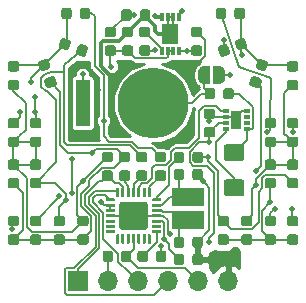
<source format=gtl>
G04 #@! TF.GenerationSoftware,KiCad,Pcbnew,5.0.0*
G04 #@! TF.CreationDate,2018-09-21T14:36:45-04:00*
G04 #@! TF.ProjectId,v1,76312E6B696361645F70636200000000,rev?*
G04 #@! TF.SameCoordinates,Original*
G04 #@! TF.FileFunction,Copper,L1,Top,Signal*
G04 #@! TF.FilePolarity,Positive*
%FSLAX46Y46*%
G04 Gerber Fmt 4.6, Leading zero omitted, Abs format (unit mm)*
G04 Created by KiCad (PCBNEW 5.0.0) date Fri Sep 21 14:36:45 2018*
%MOMM*%
%LPD*%
G01*
G04 APERTURE LIST*
G04 #@! TA.AperFunction,Conductor*
%ADD10C,0.100000*%
G04 #@! TD*
G04 #@! TA.AperFunction,SMDPad,CuDef*
%ADD11C,0.875000*%
G04 #@! TD*
G04 #@! TA.AperFunction,ComponentPad*
%ADD12R,1.700000X1.700000*%
G04 #@! TD*
G04 #@! TA.AperFunction,ComponentPad*
%ADD13O,1.700000X1.700000*%
G04 #@! TD*
G04 #@! TA.AperFunction,SMDPad,CuDef*
%ADD14C,0.500000*%
G04 #@! TD*
G04 #@! TA.AperFunction,SMDPad,CuDef*
%ADD15R,1.250000X4.000000*%
G04 #@! TD*
G04 #@! TA.AperFunction,SMDPad,CuDef*
%ADD16R,0.500000X0.300000*%
G04 #@! TD*
G04 #@! TA.AperFunction,SMDPad,CuDef*
%ADD17R,0.900000X1.500000*%
G04 #@! TD*
G04 #@! TA.AperFunction,Conductor*
%ADD18C,6.000000*%
G04 #@! TD*
G04 #@! TA.AperFunction,SMDPad,CuDef*
%ADD19C,1.425000*%
G04 #@! TD*
G04 #@! TA.AperFunction,SMDPad,CuDef*
%ADD20R,2.700000X1.500000*%
G04 #@! TD*
G04 #@! TA.AperFunction,SMDPad,CuDef*
%ADD21C,2.400000*%
G04 #@! TD*
G04 #@! TA.AperFunction,SMDPad,CuDef*
%ADD22C,0.179289*%
G04 #@! TD*
G04 #@! TA.AperFunction,SMDPad,CuDef*
%ADD23C,0.250000*%
G04 #@! TD*
G04 #@! TA.AperFunction,SMDPad,CuDef*
%ADD24R,1.450000X1.750000*%
G04 #@! TD*
G04 #@! TA.AperFunction,SMDPad,CuDef*
%ADD25R,0.300000X0.750000*%
G04 #@! TD*
G04 #@! TA.AperFunction,ViaPad*
%ADD26C,0.508000*%
G04 #@! TD*
G04 #@! TA.AperFunction,Conductor*
%ADD27C,0.152400*%
G04 #@! TD*
G04 #@! TA.AperFunction,Conductor*
%ADD28C,0.304800*%
G04 #@! TD*
G04 #@! TA.AperFunction,Conductor*
%ADD29C,0.254000*%
G04 #@! TD*
G04 APERTURE END LIST*
D10*
G04 #@! TO.N,Net-(D10-Pad1)*
G04 #@! TO.C,D21*
G36*
X183658691Y-129880253D02*
X183679926Y-129883403D01*
X183700750Y-129888619D01*
X183720962Y-129895851D01*
X183740368Y-129905030D01*
X183758781Y-129916066D01*
X183776024Y-129928854D01*
X183791930Y-129943270D01*
X183806346Y-129959176D01*
X183819134Y-129976419D01*
X183830170Y-129994832D01*
X183839349Y-130014238D01*
X183846581Y-130034450D01*
X183851797Y-130055274D01*
X183854947Y-130076509D01*
X183856000Y-130097950D01*
X183856000Y-130535450D01*
X183854947Y-130556891D01*
X183851797Y-130578126D01*
X183846581Y-130598950D01*
X183839349Y-130619162D01*
X183830170Y-130638568D01*
X183819134Y-130656981D01*
X183806346Y-130674224D01*
X183791930Y-130690130D01*
X183776024Y-130704546D01*
X183758781Y-130717334D01*
X183740368Y-130728370D01*
X183720962Y-130737549D01*
X183700750Y-130744781D01*
X183679926Y-130749997D01*
X183658691Y-130753147D01*
X183637250Y-130754200D01*
X183124750Y-130754200D01*
X183103309Y-130753147D01*
X183082074Y-130749997D01*
X183061250Y-130744781D01*
X183041038Y-130737549D01*
X183021632Y-130728370D01*
X183003219Y-130717334D01*
X182985976Y-130704546D01*
X182970070Y-130690130D01*
X182955654Y-130674224D01*
X182942866Y-130656981D01*
X182931830Y-130638568D01*
X182922651Y-130619162D01*
X182915419Y-130598950D01*
X182910203Y-130578126D01*
X182907053Y-130556891D01*
X182906000Y-130535450D01*
X182906000Y-130097950D01*
X182907053Y-130076509D01*
X182910203Y-130055274D01*
X182915419Y-130034450D01*
X182922651Y-130014238D01*
X182931830Y-129994832D01*
X182942866Y-129976419D01*
X182955654Y-129959176D01*
X182970070Y-129943270D01*
X182985976Y-129928854D01*
X183003219Y-129916066D01*
X183021632Y-129905030D01*
X183041038Y-129895851D01*
X183061250Y-129888619D01*
X183082074Y-129883403D01*
X183103309Y-129880253D01*
X183124750Y-129879200D01*
X183637250Y-129879200D01*
X183658691Y-129880253D01*
X183658691Y-129880253D01*
G37*
D11*
G04 #@! TD*
G04 #@! TO.P,D21,1*
G04 #@! TO.N,Net-(D10-Pad1)*
X183381000Y-130316700D03*
D10*
G04 #@! TO.N,Net-(D1-Pad1)*
G04 #@! TO.C,D21*
G36*
X183658691Y-128305253D02*
X183679926Y-128308403D01*
X183700750Y-128313619D01*
X183720962Y-128320851D01*
X183740368Y-128330030D01*
X183758781Y-128341066D01*
X183776024Y-128353854D01*
X183791930Y-128368270D01*
X183806346Y-128384176D01*
X183819134Y-128401419D01*
X183830170Y-128419832D01*
X183839349Y-128439238D01*
X183846581Y-128459450D01*
X183851797Y-128480274D01*
X183854947Y-128501509D01*
X183856000Y-128522950D01*
X183856000Y-128960450D01*
X183854947Y-128981891D01*
X183851797Y-129003126D01*
X183846581Y-129023950D01*
X183839349Y-129044162D01*
X183830170Y-129063568D01*
X183819134Y-129081981D01*
X183806346Y-129099224D01*
X183791930Y-129115130D01*
X183776024Y-129129546D01*
X183758781Y-129142334D01*
X183740368Y-129153370D01*
X183720962Y-129162549D01*
X183700750Y-129169781D01*
X183679926Y-129174997D01*
X183658691Y-129178147D01*
X183637250Y-129179200D01*
X183124750Y-129179200D01*
X183103309Y-129178147D01*
X183082074Y-129174997D01*
X183061250Y-129169781D01*
X183041038Y-129162549D01*
X183021632Y-129153370D01*
X183003219Y-129142334D01*
X182985976Y-129129546D01*
X182970070Y-129115130D01*
X182955654Y-129099224D01*
X182942866Y-129081981D01*
X182931830Y-129063568D01*
X182922651Y-129044162D01*
X182915419Y-129023950D01*
X182910203Y-129003126D01*
X182907053Y-128981891D01*
X182906000Y-128960450D01*
X182906000Y-128522950D01*
X182907053Y-128501509D01*
X182910203Y-128480274D01*
X182915419Y-128459450D01*
X182922651Y-128439238D01*
X182931830Y-128419832D01*
X182942866Y-128401419D01*
X182955654Y-128384176D01*
X182970070Y-128368270D01*
X182985976Y-128353854D01*
X183003219Y-128341066D01*
X183021632Y-128330030D01*
X183041038Y-128320851D01*
X183061250Y-128313619D01*
X183082074Y-128308403D01*
X183103309Y-128305253D01*
X183124750Y-128304200D01*
X183637250Y-128304200D01*
X183658691Y-128305253D01*
X183658691Y-128305253D01*
G37*
D11*
G04 #@! TD*
G04 #@! TO.P,D21,2*
G04 #@! TO.N,Net-(D1-Pad1)*
X183381000Y-128741700D03*
D12*
G04 #@! TO.P,J1,1*
G04 #@! TO.N,MISO*
X188849000Y-138620500D03*
D13*
G04 #@! TO.P,J1,2*
G04 #@! TO.N,+3V3*
X191389000Y-138620500D03*
G04 #@! TO.P,J1,3*
G04 #@! TO.N,SCK*
X193929000Y-138620500D03*
G04 #@! TO.P,J1,4*
G04 #@! TO.N,CP6*
X196469000Y-138620500D03*
G04 #@! TO.P,J1,5*
G04 #@! TO.N,RESET*
X199009000Y-138620500D03*
G04 #@! TO.P,J1,6*
G04 #@! TO.N,GND*
X201549000Y-138620500D03*
G04 #@! TD*
D14*
G04 #@! TO.P,JP1,1*
G04 #@! TO.N,Net-(J2-Pad1)*
X199502000Y-121158000D03*
D10*
G04 #@! TD*
G04 #@! TO.N,Net-(J2-Pad1)*
G04 #@! TO.C,JP1*
G36*
X200002000Y-121908000D02*
X199502000Y-121908000D01*
X199502000Y-121907398D01*
X199477466Y-121907398D01*
X199428635Y-121902588D01*
X199380510Y-121893016D01*
X199333555Y-121878772D01*
X199288222Y-121859995D01*
X199244949Y-121836864D01*
X199204150Y-121809604D01*
X199166221Y-121778476D01*
X199131524Y-121743779D01*
X199100396Y-121705850D01*
X199073136Y-121665051D01*
X199050005Y-121621778D01*
X199031228Y-121576445D01*
X199016984Y-121529490D01*
X199007412Y-121481365D01*
X199002602Y-121432534D01*
X199002602Y-121408000D01*
X199002000Y-121408000D01*
X199002000Y-120908000D01*
X199002602Y-120908000D01*
X199002602Y-120883466D01*
X199007412Y-120834635D01*
X199016984Y-120786510D01*
X199031228Y-120739555D01*
X199050005Y-120694222D01*
X199073136Y-120650949D01*
X199100396Y-120610150D01*
X199131524Y-120572221D01*
X199166221Y-120537524D01*
X199204150Y-120506396D01*
X199244949Y-120479136D01*
X199288222Y-120456005D01*
X199333555Y-120437228D01*
X199380510Y-120422984D01*
X199428635Y-120413412D01*
X199477466Y-120408602D01*
X199502000Y-120408602D01*
X199502000Y-120408000D01*
X200002000Y-120408000D01*
X200002000Y-121908000D01*
X200002000Y-121908000D01*
G37*
D14*
G04 #@! TO.P,JP1,2*
G04 #@! TO.N,Net-(J3-Pad1)*
X200802000Y-121158000D03*
D10*
G04 #@! TD*
G04 #@! TO.N,Net-(J3-Pad1)*
G04 #@! TO.C,JP1*
G36*
X200802000Y-120408602D02*
X200826534Y-120408602D01*
X200875365Y-120413412D01*
X200923490Y-120422984D01*
X200970445Y-120437228D01*
X201015778Y-120456005D01*
X201059051Y-120479136D01*
X201099850Y-120506396D01*
X201137779Y-120537524D01*
X201172476Y-120572221D01*
X201203604Y-120610150D01*
X201230864Y-120650949D01*
X201253995Y-120694222D01*
X201272772Y-120739555D01*
X201287016Y-120786510D01*
X201296588Y-120834635D01*
X201301398Y-120883466D01*
X201301398Y-120908000D01*
X201302000Y-120908000D01*
X201302000Y-121408000D01*
X201301398Y-121408000D01*
X201301398Y-121432534D01*
X201296588Y-121481365D01*
X201287016Y-121529490D01*
X201272772Y-121576445D01*
X201253995Y-121621778D01*
X201230864Y-121665051D01*
X201203604Y-121705850D01*
X201172476Y-121743779D01*
X201137779Y-121778476D01*
X201099850Y-121809604D01*
X201059051Y-121836864D01*
X201015778Y-121859995D01*
X200970445Y-121878772D01*
X200923490Y-121893016D01*
X200875365Y-121902588D01*
X200826534Y-121907398D01*
X200802000Y-121907398D01*
X200802000Y-121908000D01*
X200302000Y-121908000D01*
X200302000Y-120408000D01*
X200802000Y-120408000D01*
X200802000Y-120408602D01*
X200802000Y-120408602D01*
G37*
G04 #@! TO.N,GND*
G04 #@! TO.C,C4*
G36*
X199211191Y-136305053D02*
X199232426Y-136308203D01*
X199253250Y-136313419D01*
X199273462Y-136320651D01*
X199292868Y-136329830D01*
X199311281Y-136340866D01*
X199328524Y-136353654D01*
X199344430Y-136368070D01*
X199358846Y-136383976D01*
X199371634Y-136401219D01*
X199382670Y-136419632D01*
X199391849Y-136439038D01*
X199399081Y-136459250D01*
X199404297Y-136480074D01*
X199407447Y-136501309D01*
X199408500Y-136522750D01*
X199408500Y-137035250D01*
X199407447Y-137056691D01*
X199404297Y-137077926D01*
X199399081Y-137098750D01*
X199391849Y-137118962D01*
X199382670Y-137138368D01*
X199371634Y-137156781D01*
X199358846Y-137174024D01*
X199344430Y-137189930D01*
X199328524Y-137204346D01*
X199311281Y-137217134D01*
X199292868Y-137228170D01*
X199273462Y-137237349D01*
X199253250Y-137244581D01*
X199232426Y-137249797D01*
X199211191Y-137252947D01*
X199189750Y-137254000D01*
X198752250Y-137254000D01*
X198730809Y-137252947D01*
X198709574Y-137249797D01*
X198688750Y-137244581D01*
X198668538Y-137237349D01*
X198649132Y-137228170D01*
X198630719Y-137217134D01*
X198613476Y-137204346D01*
X198597570Y-137189930D01*
X198583154Y-137174024D01*
X198570366Y-137156781D01*
X198559330Y-137138368D01*
X198550151Y-137118962D01*
X198542919Y-137098750D01*
X198537703Y-137077926D01*
X198534553Y-137056691D01*
X198533500Y-137035250D01*
X198533500Y-136522750D01*
X198534553Y-136501309D01*
X198537703Y-136480074D01*
X198542919Y-136459250D01*
X198550151Y-136439038D01*
X198559330Y-136419632D01*
X198570366Y-136401219D01*
X198583154Y-136383976D01*
X198597570Y-136368070D01*
X198613476Y-136353654D01*
X198630719Y-136340866D01*
X198649132Y-136329830D01*
X198668538Y-136320651D01*
X198688750Y-136313419D01*
X198709574Y-136308203D01*
X198730809Y-136305053D01*
X198752250Y-136304000D01*
X199189750Y-136304000D01*
X199211191Y-136305053D01*
X199211191Y-136305053D01*
G37*
D11*
G04 #@! TD*
G04 #@! TO.P,C4,1*
G04 #@! TO.N,GND*
X198971000Y-136779000D03*
D10*
G04 #@! TO.N,+3V3*
G04 #@! TO.C,C4*
G36*
X197636191Y-136305053D02*
X197657426Y-136308203D01*
X197678250Y-136313419D01*
X197698462Y-136320651D01*
X197717868Y-136329830D01*
X197736281Y-136340866D01*
X197753524Y-136353654D01*
X197769430Y-136368070D01*
X197783846Y-136383976D01*
X197796634Y-136401219D01*
X197807670Y-136419632D01*
X197816849Y-136439038D01*
X197824081Y-136459250D01*
X197829297Y-136480074D01*
X197832447Y-136501309D01*
X197833500Y-136522750D01*
X197833500Y-137035250D01*
X197832447Y-137056691D01*
X197829297Y-137077926D01*
X197824081Y-137098750D01*
X197816849Y-137118962D01*
X197807670Y-137138368D01*
X197796634Y-137156781D01*
X197783846Y-137174024D01*
X197769430Y-137189930D01*
X197753524Y-137204346D01*
X197736281Y-137217134D01*
X197717868Y-137228170D01*
X197698462Y-137237349D01*
X197678250Y-137244581D01*
X197657426Y-137249797D01*
X197636191Y-137252947D01*
X197614750Y-137254000D01*
X197177250Y-137254000D01*
X197155809Y-137252947D01*
X197134574Y-137249797D01*
X197113750Y-137244581D01*
X197093538Y-137237349D01*
X197074132Y-137228170D01*
X197055719Y-137217134D01*
X197038476Y-137204346D01*
X197022570Y-137189930D01*
X197008154Y-137174024D01*
X196995366Y-137156781D01*
X196984330Y-137138368D01*
X196975151Y-137118962D01*
X196967919Y-137098750D01*
X196962703Y-137077926D01*
X196959553Y-137056691D01*
X196958500Y-137035250D01*
X196958500Y-136522750D01*
X196959553Y-136501309D01*
X196962703Y-136480074D01*
X196967919Y-136459250D01*
X196975151Y-136439038D01*
X196984330Y-136419632D01*
X196995366Y-136401219D01*
X197008154Y-136383976D01*
X197022570Y-136368070D01*
X197038476Y-136353654D01*
X197055719Y-136340866D01*
X197074132Y-136329830D01*
X197093538Y-136320651D01*
X197113750Y-136313419D01*
X197134574Y-136308203D01*
X197155809Y-136305053D01*
X197177250Y-136304000D01*
X197614750Y-136304000D01*
X197636191Y-136305053D01*
X197636191Y-136305053D01*
G37*
D11*
G04 #@! TD*
G04 #@! TO.P,C4,2*
G04 #@! TO.N,+3V3*
X197396000Y-136779000D03*
D15*
G04 #@! TO.P,J3,1*
G04 #@! TO.N,Net-(J3-Pad1)*
X189230000Y-123545600D03*
G04 #@! TD*
D10*
G04 #@! TO.N,GND*
G04 #@! TO.C,C3*
G36*
X200239191Y-123998053D02*
X200260426Y-124001203D01*
X200281250Y-124006419D01*
X200301462Y-124013651D01*
X200320868Y-124022830D01*
X200339281Y-124033866D01*
X200356524Y-124046654D01*
X200372430Y-124061070D01*
X200386846Y-124076976D01*
X200399634Y-124094219D01*
X200410670Y-124112632D01*
X200419849Y-124132038D01*
X200427081Y-124152250D01*
X200432297Y-124173074D01*
X200435447Y-124194309D01*
X200436500Y-124215750D01*
X200436500Y-124653250D01*
X200435447Y-124674691D01*
X200432297Y-124695926D01*
X200427081Y-124716750D01*
X200419849Y-124736962D01*
X200410670Y-124756368D01*
X200399634Y-124774781D01*
X200386846Y-124792024D01*
X200372430Y-124807930D01*
X200356524Y-124822346D01*
X200339281Y-124835134D01*
X200320868Y-124846170D01*
X200301462Y-124855349D01*
X200281250Y-124862581D01*
X200260426Y-124867797D01*
X200239191Y-124870947D01*
X200217750Y-124872000D01*
X199705250Y-124872000D01*
X199683809Y-124870947D01*
X199662574Y-124867797D01*
X199641750Y-124862581D01*
X199621538Y-124855349D01*
X199602132Y-124846170D01*
X199583719Y-124835134D01*
X199566476Y-124822346D01*
X199550570Y-124807930D01*
X199536154Y-124792024D01*
X199523366Y-124774781D01*
X199512330Y-124756368D01*
X199503151Y-124736962D01*
X199495919Y-124716750D01*
X199490703Y-124695926D01*
X199487553Y-124674691D01*
X199486500Y-124653250D01*
X199486500Y-124215750D01*
X199487553Y-124194309D01*
X199490703Y-124173074D01*
X199495919Y-124152250D01*
X199503151Y-124132038D01*
X199512330Y-124112632D01*
X199523366Y-124094219D01*
X199536154Y-124076976D01*
X199550570Y-124061070D01*
X199566476Y-124046654D01*
X199583719Y-124033866D01*
X199602132Y-124022830D01*
X199621538Y-124013651D01*
X199641750Y-124006419D01*
X199662574Y-124001203D01*
X199683809Y-123998053D01*
X199705250Y-123997000D01*
X200217750Y-123997000D01*
X200239191Y-123998053D01*
X200239191Y-123998053D01*
G37*
D11*
G04 #@! TD*
G04 #@! TO.P,C3,1*
G04 #@! TO.N,GND*
X199961500Y-124434500D03*
D10*
G04 #@! TO.N,+3V3*
G04 #@! TO.C,C3*
G36*
X200239191Y-125573053D02*
X200260426Y-125576203D01*
X200281250Y-125581419D01*
X200301462Y-125588651D01*
X200320868Y-125597830D01*
X200339281Y-125608866D01*
X200356524Y-125621654D01*
X200372430Y-125636070D01*
X200386846Y-125651976D01*
X200399634Y-125669219D01*
X200410670Y-125687632D01*
X200419849Y-125707038D01*
X200427081Y-125727250D01*
X200432297Y-125748074D01*
X200435447Y-125769309D01*
X200436500Y-125790750D01*
X200436500Y-126228250D01*
X200435447Y-126249691D01*
X200432297Y-126270926D01*
X200427081Y-126291750D01*
X200419849Y-126311962D01*
X200410670Y-126331368D01*
X200399634Y-126349781D01*
X200386846Y-126367024D01*
X200372430Y-126382930D01*
X200356524Y-126397346D01*
X200339281Y-126410134D01*
X200320868Y-126421170D01*
X200301462Y-126430349D01*
X200281250Y-126437581D01*
X200260426Y-126442797D01*
X200239191Y-126445947D01*
X200217750Y-126447000D01*
X199705250Y-126447000D01*
X199683809Y-126445947D01*
X199662574Y-126442797D01*
X199641750Y-126437581D01*
X199621538Y-126430349D01*
X199602132Y-126421170D01*
X199583719Y-126410134D01*
X199566476Y-126397346D01*
X199550570Y-126382930D01*
X199536154Y-126367024D01*
X199523366Y-126349781D01*
X199512330Y-126331368D01*
X199503151Y-126311962D01*
X199495919Y-126291750D01*
X199490703Y-126270926D01*
X199487553Y-126249691D01*
X199486500Y-126228250D01*
X199486500Y-125790750D01*
X199487553Y-125769309D01*
X199490703Y-125748074D01*
X199495919Y-125727250D01*
X199503151Y-125707038D01*
X199512330Y-125687632D01*
X199523366Y-125669219D01*
X199536154Y-125651976D01*
X199550570Y-125636070D01*
X199566476Y-125621654D01*
X199583719Y-125608866D01*
X199602132Y-125597830D01*
X199621538Y-125588651D01*
X199641750Y-125581419D01*
X199662574Y-125576203D01*
X199683809Y-125573053D01*
X199705250Y-125572000D01*
X200217750Y-125572000D01*
X200239191Y-125573053D01*
X200239191Y-125573053D01*
G37*
D11*
G04 #@! TD*
G04 #@! TO.P,C3,2*
G04 #@! TO.N,+3V3*
X199961500Y-126009500D03*
D16*
G04 #@! TO.P,U3,1*
G04 #@! TO.N,Net-(CS1-Pad1)*
X203147500Y-125718000D03*
G04 #@! TO.P,U3,2*
G04 #@! TO.N,Net-(U3-Pad2)*
X203147500Y-125218000D03*
G04 #@! TO.P,U3,3*
G04 #@! TO.N,Net-(U3-Pad3)*
X203147500Y-124718000D03*
G04 #@! TO.P,U3,4*
G04 #@! TO.N,GND*
X203147500Y-124218000D03*
G04 #@! TO.P,U3,5*
G04 #@! TO.N,CAPSENSE*
X201347500Y-124218000D03*
G04 #@! TO.P,U3,6*
G04 #@! TO.N,GND*
X201347500Y-124718000D03*
G04 #@! TO.P,U3,7*
G04 #@! TO.N,+3V3*
X201347500Y-125218000D03*
G04 #@! TO.P,U3,8*
G04 #@! TO.N,Net-(CS1-Pad2)*
X201347500Y-125718000D03*
D17*
G04 #@! TO.P,U3,9*
G04 #@! TO.N,GND*
X202247500Y-124968000D03*
G04 #@! TD*
D18*
G04 #@! TO.N,Net-(J2-Pad1)*
G04 #@! TO.C,J2*
X195199000Y-123545600D03*
G04 #@! TD*
D10*
G04 #@! TO.N,Net-(C1-Pad2)*
G04 #@! TO.C,C1*
G36*
X197630461Y-134844553D02*
X197651696Y-134847703D01*
X197672520Y-134852919D01*
X197692732Y-134860151D01*
X197712138Y-134869330D01*
X197730551Y-134880366D01*
X197747794Y-134893154D01*
X197763700Y-134907570D01*
X197778116Y-134923476D01*
X197790904Y-134940719D01*
X197801940Y-134959132D01*
X197811119Y-134978538D01*
X197818351Y-134998750D01*
X197823567Y-135019574D01*
X197826717Y-135040809D01*
X197827770Y-135062250D01*
X197827770Y-135574750D01*
X197826717Y-135596191D01*
X197823567Y-135617426D01*
X197818351Y-135638250D01*
X197811119Y-135658462D01*
X197801940Y-135677868D01*
X197790904Y-135696281D01*
X197778116Y-135713524D01*
X197763700Y-135729430D01*
X197747794Y-135743846D01*
X197730551Y-135756634D01*
X197712138Y-135767670D01*
X197692732Y-135776849D01*
X197672520Y-135784081D01*
X197651696Y-135789297D01*
X197630461Y-135792447D01*
X197609020Y-135793500D01*
X197171520Y-135793500D01*
X197150079Y-135792447D01*
X197128844Y-135789297D01*
X197108020Y-135784081D01*
X197087808Y-135776849D01*
X197068402Y-135767670D01*
X197049989Y-135756634D01*
X197032746Y-135743846D01*
X197016840Y-135729430D01*
X197002424Y-135713524D01*
X196989636Y-135696281D01*
X196978600Y-135677868D01*
X196969421Y-135658462D01*
X196962189Y-135638250D01*
X196956973Y-135617426D01*
X196953823Y-135596191D01*
X196952770Y-135574750D01*
X196952770Y-135062250D01*
X196953823Y-135040809D01*
X196956973Y-135019574D01*
X196962189Y-134998750D01*
X196969421Y-134978538D01*
X196978600Y-134959132D01*
X196989636Y-134940719D01*
X197002424Y-134923476D01*
X197016840Y-134907570D01*
X197032746Y-134893154D01*
X197049989Y-134880366D01*
X197068402Y-134869330D01*
X197087808Y-134860151D01*
X197108020Y-134852919D01*
X197128844Y-134847703D01*
X197150079Y-134844553D01*
X197171520Y-134843500D01*
X197609020Y-134843500D01*
X197630461Y-134844553D01*
X197630461Y-134844553D01*
G37*
D11*
G04 #@! TD*
G04 #@! TO.P,C1,2*
G04 #@! TO.N,Net-(C1-Pad2)*
X197390270Y-135318500D03*
D10*
G04 #@! TO.N,GND*
G04 #@! TO.C,C1*
G36*
X199205461Y-134844553D02*
X199226696Y-134847703D01*
X199247520Y-134852919D01*
X199267732Y-134860151D01*
X199287138Y-134869330D01*
X199305551Y-134880366D01*
X199322794Y-134893154D01*
X199338700Y-134907570D01*
X199353116Y-134923476D01*
X199365904Y-134940719D01*
X199376940Y-134959132D01*
X199386119Y-134978538D01*
X199393351Y-134998750D01*
X199398567Y-135019574D01*
X199401717Y-135040809D01*
X199402770Y-135062250D01*
X199402770Y-135574750D01*
X199401717Y-135596191D01*
X199398567Y-135617426D01*
X199393351Y-135638250D01*
X199386119Y-135658462D01*
X199376940Y-135677868D01*
X199365904Y-135696281D01*
X199353116Y-135713524D01*
X199338700Y-135729430D01*
X199322794Y-135743846D01*
X199305551Y-135756634D01*
X199287138Y-135767670D01*
X199267732Y-135776849D01*
X199247520Y-135784081D01*
X199226696Y-135789297D01*
X199205461Y-135792447D01*
X199184020Y-135793500D01*
X198746520Y-135793500D01*
X198725079Y-135792447D01*
X198703844Y-135789297D01*
X198683020Y-135784081D01*
X198662808Y-135776849D01*
X198643402Y-135767670D01*
X198624989Y-135756634D01*
X198607746Y-135743846D01*
X198591840Y-135729430D01*
X198577424Y-135713524D01*
X198564636Y-135696281D01*
X198553600Y-135677868D01*
X198544421Y-135658462D01*
X198537189Y-135638250D01*
X198531973Y-135617426D01*
X198528823Y-135596191D01*
X198527770Y-135574750D01*
X198527770Y-135062250D01*
X198528823Y-135040809D01*
X198531973Y-135019574D01*
X198537189Y-134998750D01*
X198544421Y-134978538D01*
X198553600Y-134959132D01*
X198564636Y-134940719D01*
X198577424Y-134923476D01*
X198591840Y-134907570D01*
X198607746Y-134893154D01*
X198624989Y-134880366D01*
X198643402Y-134869330D01*
X198662808Y-134860151D01*
X198683020Y-134852919D01*
X198703844Y-134847703D01*
X198725079Y-134844553D01*
X198746520Y-134843500D01*
X199184020Y-134843500D01*
X199205461Y-134844553D01*
X199205461Y-134844553D01*
G37*
D11*
G04 #@! TD*
G04 #@! TO.P,C1,1*
G04 #@! TO.N,GND*
X198965270Y-135318500D03*
D10*
G04 #@! TO.N,Net-(C2-Pad1)*
G04 #@! TO.C,C2*
G36*
X197630461Y-129111632D02*
X197651696Y-129114782D01*
X197672520Y-129119998D01*
X197692732Y-129127230D01*
X197712138Y-129136409D01*
X197730551Y-129147445D01*
X197747794Y-129160233D01*
X197763700Y-129174649D01*
X197778116Y-129190555D01*
X197790904Y-129207798D01*
X197801940Y-129226211D01*
X197811119Y-129245617D01*
X197818351Y-129265829D01*
X197823567Y-129286653D01*
X197826717Y-129307888D01*
X197827770Y-129329329D01*
X197827770Y-129841829D01*
X197826717Y-129863270D01*
X197823567Y-129884505D01*
X197818351Y-129905329D01*
X197811119Y-129925541D01*
X197801940Y-129944947D01*
X197790904Y-129963360D01*
X197778116Y-129980603D01*
X197763700Y-129996509D01*
X197747794Y-130010925D01*
X197730551Y-130023713D01*
X197712138Y-130034749D01*
X197692732Y-130043928D01*
X197672520Y-130051160D01*
X197651696Y-130056376D01*
X197630461Y-130059526D01*
X197609020Y-130060579D01*
X197171520Y-130060579D01*
X197150079Y-130059526D01*
X197128844Y-130056376D01*
X197108020Y-130051160D01*
X197087808Y-130043928D01*
X197068402Y-130034749D01*
X197049989Y-130023713D01*
X197032746Y-130010925D01*
X197016840Y-129996509D01*
X197002424Y-129980603D01*
X196989636Y-129963360D01*
X196978600Y-129944947D01*
X196969421Y-129925541D01*
X196962189Y-129905329D01*
X196956973Y-129884505D01*
X196953823Y-129863270D01*
X196952770Y-129841829D01*
X196952770Y-129329329D01*
X196953823Y-129307888D01*
X196956973Y-129286653D01*
X196962189Y-129265829D01*
X196969421Y-129245617D01*
X196978600Y-129226211D01*
X196989636Y-129207798D01*
X197002424Y-129190555D01*
X197016840Y-129174649D01*
X197032746Y-129160233D01*
X197049989Y-129147445D01*
X197068402Y-129136409D01*
X197087808Y-129127230D01*
X197108020Y-129119998D01*
X197128844Y-129114782D01*
X197150079Y-129111632D01*
X197171520Y-129110579D01*
X197609020Y-129110579D01*
X197630461Y-129111632D01*
X197630461Y-129111632D01*
G37*
D11*
G04 #@! TD*
G04 #@! TO.P,C2,1*
G04 #@! TO.N,Net-(C2-Pad1)*
X197390270Y-129585579D03*
D10*
G04 #@! TO.N,GND*
G04 #@! TO.C,C2*
G36*
X199205461Y-129111632D02*
X199226696Y-129114782D01*
X199247520Y-129119998D01*
X199267732Y-129127230D01*
X199287138Y-129136409D01*
X199305551Y-129147445D01*
X199322794Y-129160233D01*
X199338700Y-129174649D01*
X199353116Y-129190555D01*
X199365904Y-129207798D01*
X199376940Y-129226211D01*
X199386119Y-129245617D01*
X199393351Y-129265829D01*
X199398567Y-129286653D01*
X199401717Y-129307888D01*
X199402770Y-129329329D01*
X199402770Y-129841829D01*
X199401717Y-129863270D01*
X199398567Y-129884505D01*
X199393351Y-129905329D01*
X199386119Y-129925541D01*
X199376940Y-129944947D01*
X199365904Y-129963360D01*
X199353116Y-129980603D01*
X199338700Y-129996509D01*
X199322794Y-130010925D01*
X199305551Y-130023713D01*
X199287138Y-130034749D01*
X199267732Y-130043928D01*
X199247520Y-130051160D01*
X199226696Y-130056376D01*
X199205461Y-130059526D01*
X199184020Y-130060579D01*
X198746520Y-130060579D01*
X198725079Y-130059526D01*
X198703844Y-130056376D01*
X198683020Y-130051160D01*
X198662808Y-130043928D01*
X198643402Y-130034749D01*
X198624989Y-130023713D01*
X198607746Y-130010925D01*
X198591840Y-129996509D01*
X198577424Y-129980603D01*
X198564636Y-129963360D01*
X198553600Y-129944947D01*
X198544421Y-129925541D01*
X198537189Y-129905329D01*
X198531973Y-129884505D01*
X198528823Y-129863270D01*
X198527770Y-129841829D01*
X198527770Y-129329329D01*
X198528823Y-129307888D01*
X198531973Y-129286653D01*
X198537189Y-129265829D01*
X198544421Y-129245617D01*
X198553600Y-129226211D01*
X198564636Y-129207798D01*
X198577424Y-129190555D01*
X198591840Y-129174649D01*
X198607746Y-129160233D01*
X198624989Y-129147445D01*
X198643402Y-129136409D01*
X198662808Y-129127230D01*
X198683020Y-129119998D01*
X198703844Y-129114782D01*
X198725079Y-129111632D01*
X198746520Y-129110579D01*
X199184020Y-129110579D01*
X199205461Y-129111632D01*
X199205461Y-129111632D01*
G37*
D11*
G04 #@! TD*
G04 #@! TO.P,C2,2*
G04 #@! TO.N,GND*
X198965270Y-129585579D03*
D10*
G04 #@! TO.N,GND*
G04 #@! TO.C,CIN1*
G36*
X199159691Y-117076553D02*
X199180926Y-117079703D01*
X199201750Y-117084919D01*
X199221962Y-117092151D01*
X199241368Y-117101330D01*
X199259781Y-117112366D01*
X199277024Y-117125154D01*
X199292930Y-117139570D01*
X199307346Y-117155476D01*
X199320134Y-117172719D01*
X199331170Y-117191132D01*
X199340349Y-117210538D01*
X199347581Y-117230750D01*
X199352797Y-117251574D01*
X199355947Y-117272809D01*
X199357000Y-117294250D01*
X199357000Y-117731750D01*
X199355947Y-117753191D01*
X199352797Y-117774426D01*
X199347581Y-117795250D01*
X199340349Y-117815462D01*
X199331170Y-117834868D01*
X199320134Y-117853281D01*
X199307346Y-117870524D01*
X199292930Y-117886430D01*
X199277024Y-117900846D01*
X199259781Y-117913634D01*
X199241368Y-117924670D01*
X199221962Y-117933849D01*
X199201750Y-117941081D01*
X199180926Y-117946297D01*
X199159691Y-117949447D01*
X199138250Y-117950500D01*
X198625750Y-117950500D01*
X198604309Y-117949447D01*
X198583074Y-117946297D01*
X198562250Y-117941081D01*
X198542038Y-117933849D01*
X198522632Y-117924670D01*
X198504219Y-117913634D01*
X198486976Y-117900846D01*
X198471070Y-117886430D01*
X198456654Y-117870524D01*
X198443866Y-117853281D01*
X198432830Y-117834868D01*
X198423651Y-117815462D01*
X198416419Y-117795250D01*
X198411203Y-117774426D01*
X198408053Y-117753191D01*
X198407000Y-117731750D01*
X198407000Y-117294250D01*
X198408053Y-117272809D01*
X198411203Y-117251574D01*
X198416419Y-117230750D01*
X198423651Y-117210538D01*
X198432830Y-117191132D01*
X198443866Y-117172719D01*
X198456654Y-117155476D01*
X198471070Y-117139570D01*
X198486976Y-117125154D01*
X198504219Y-117112366D01*
X198522632Y-117101330D01*
X198542038Y-117092151D01*
X198562250Y-117084919D01*
X198583074Y-117079703D01*
X198604309Y-117076553D01*
X198625750Y-117075500D01*
X199138250Y-117075500D01*
X199159691Y-117076553D01*
X199159691Y-117076553D01*
G37*
D11*
G04 #@! TD*
G04 #@! TO.P,CIN1,2*
G04 #@! TO.N,GND*
X198882000Y-117513000D03*
D10*
G04 #@! TO.N,Net-(BT1-Pad1)*
G04 #@! TO.C,CIN1*
G36*
X199159691Y-118651553D02*
X199180926Y-118654703D01*
X199201750Y-118659919D01*
X199221962Y-118667151D01*
X199241368Y-118676330D01*
X199259781Y-118687366D01*
X199277024Y-118700154D01*
X199292930Y-118714570D01*
X199307346Y-118730476D01*
X199320134Y-118747719D01*
X199331170Y-118766132D01*
X199340349Y-118785538D01*
X199347581Y-118805750D01*
X199352797Y-118826574D01*
X199355947Y-118847809D01*
X199357000Y-118869250D01*
X199357000Y-119306750D01*
X199355947Y-119328191D01*
X199352797Y-119349426D01*
X199347581Y-119370250D01*
X199340349Y-119390462D01*
X199331170Y-119409868D01*
X199320134Y-119428281D01*
X199307346Y-119445524D01*
X199292930Y-119461430D01*
X199277024Y-119475846D01*
X199259781Y-119488634D01*
X199241368Y-119499670D01*
X199221962Y-119508849D01*
X199201750Y-119516081D01*
X199180926Y-119521297D01*
X199159691Y-119524447D01*
X199138250Y-119525500D01*
X198625750Y-119525500D01*
X198604309Y-119524447D01*
X198583074Y-119521297D01*
X198562250Y-119516081D01*
X198542038Y-119508849D01*
X198522632Y-119499670D01*
X198504219Y-119488634D01*
X198486976Y-119475846D01*
X198471070Y-119461430D01*
X198456654Y-119445524D01*
X198443866Y-119428281D01*
X198432830Y-119409868D01*
X198423651Y-119390462D01*
X198416419Y-119370250D01*
X198411203Y-119349426D01*
X198408053Y-119328191D01*
X198407000Y-119306750D01*
X198407000Y-118869250D01*
X198408053Y-118847809D01*
X198411203Y-118826574D01*
X198416419Y-118805750D01*
X198423651Y-118785538D01*
X198432830Y-118766132D01*
X198443866Y-118747719D01*
X198456654Y-118730476D01*
X198471070Y-118714570D01*
X198486976Y-118700154D01*
X198504219Y-118687366D01*
X198522632Y-118676330D01*
X198542038Y-118667151D01*
X198562250Y-118659919D01*
X198583074Y-118654703D01*
X198604309Y-118651553D01*
X198625750Y-118650500D01*
X199138250Y-118650500D01*
X199159691Y-118651553D01*
X199159691Y-118651553D01*
G37*
D11*
G04 #@! TD*
G04 #@! TO.P,CIN1,1*
G04 #@! TO.N,Net-(BT1-Pad1)*
X198882000Y-119088000D03*
D10*
G04 #@! TO.N,+3V3*
G04 #@! TO.C,COUT1*
G36*
X193317691Y-118651553D02*
X193338926Y-118654703D01*
X193359750Y-118659919D01*
X193379962Y-118667151D01*
X193399368Y-118676330D01*
X193417781Y-118687366D01*
X193435024Y-118700154D01*
X193450930Y-118714570D01*
X193465346Y-118730476D01*
X193478134Y-118747719D01*
X193489170Y-118766132D01*
X193498349Y-118785538D01*
X193505581Y-118805750D01*
X193510797Y-118826574D01*
X193513947Y-118847809D01*
X193515000Y-118869250D01*
X193515000Y-119306750D01*
X193513947Y-119328191D01*
X193510797Y-119349426D01*
X193505581Y-119370250D01*
X193498349Y-119390462D01*
X193489170Y-119409868D01*
X193478134Y-119428281D01*
X193465346Y-119445524D01*
X193450930Y-119461430D01*
X193435024Y-119475846D01*
X193417781Y-119488634D01*
X193399368Y-119499670D01*
X193379962Y-119508849D01*
X193359750Y-119516081D01*
X193338926Y-119521297D01*
X193317691Y-119524447D01*
X193296250Y-119525500D01*
X192783750Y-119525500D01*
X192762309Y-119524447D01*
X192741074Y-119521297D01*
X192720250Y-119516081D01*
X192700038Y-119508849D01*
X192680632Y-119499670D01*
X192662219Y-119488634D01*
X192644976Y-119475846D01*
X192629070Y-119461430D01*
X192614654Y-119445524D01*
X192601866Y-119428281D01*
X192590830Y-119409868D01*
X192581651Y-119390462D01*
X192574419Y-119370250D01*
X192569203Y-119349426D01*
X192566053Y-119328191D01*
X192565000Y-119306750D01*
X192565000Y-118869250D01*
X192566053Y-118847809D01*
X192569203Y-118826574D01*
X192574419Y-118805750D01*
X192581651Y-118785538D01*
X192590830Y-118766132D01*
X192601866Y-118747719D01*
X192614654Y-118730476D01*
X192629070Y-118714570D01*
X192644976Y-118700154D01*
X192662219Y-118687366D01*
X192680632Y-118676330D01*
X192700038Y-118667151D01*
X192720250Y-118659919D01*
X192741074Y-118654703D01*
X192762309Y-118651553D01*
X192783750Y-118650500D01*
X193296250Y-118650500D01*
X193317691Y-118651553D01*
X193317691Y-118651553D01*
G37*
D11*
G04 #@! TD*
G04 #@! TO.P,COUT1,1*
G04 #@! TO.N,+3V3*
X193040000Y-119088000D03*
D10*
G04 #@! TO.N,GND*
G04 #@! TO.C,COUT1*
G36*
X193317691Y-117076553D02*
X193338926Y-117079703D01*
X193359750Y-117084919D01*
X193379962Y-117092151D01*
X193399368Y-117101330D01*
X193417781Y-117112366D01*
X193435024Y-117125154D01*
X193450930Y-117139570D01*
X193465346Y-117155476D01*
X193478134Y-117172719D01*
X193489170Y-117191132D01*
X193498349Y-117210538D01*
X193505581Y-117230750D01*
X193510797Y-117251574D01*
X193513947Y-117272809D01*
X193515000Y-117294250D01*
X193515000Y-117731750D01*
X193513947Y-117753191D01*
X193510797Y-117774426D01*
X193505581Y-117795250D01*
X193498349Y-117815462D01*
X193489170Y-117834868D01*
X193478134Y-117853281D01*
X193465346Y-117870524D01*
X193450930Y-117886430D01*
X193435024Y-117900846D01*
X193417781Y-117913634D01*
X193399368Y-117924670D01*
X193379962Y-117933849D01*
X193359750Y-117941081D01*
X193338926Y-117946297D01*
X193317691Y-117949447D01*
X193296250Y-117950500D01*
X192783750Y-117950500D01*
X192762309Y-117949447D01*
X192741074Y-117946297D01*
X192720250Y-117941081D01*
X192700038Y-117933849D01*
X192680632Y-117924670D01*
X192662219Y-117913634D01*
X192644976Y-117900846D01*
X192629070Y-117886430D01*
X192614654Y-117870524D01*
X192601866Y-117853281D01*
X192590830Y-117834868D01*
X192581651Y-117815462D01*
X192574419Y-117795250D01*
X192569203Y-117774426D01*
X192566053Y-117753191D01*
X192565000Y-117731750D01*
X192565000Y-117294250D01*
X192566053Y-117272809D01*
X192569203Y-117251574D01*
X192574419Y-117230750D01*
X192581651Y-117210538D01*
X192590830Y-117191132D01*
X192601866Y-117172719D01*
X192614654Y-117155476D01*
X192629070Y-117139570D01*
X192644976Y-117125154D01*
X192662219Y-117112366D01*
X192680632Y-117101330D01*
X192700038Y-117092151D01*
X192720250Y-117084919D01*
X192741074Y-117079703D01*
X192762309Y-117076553D01*
X192783750Y-117075500D01*
X193296250Y-117075500D01*
X193317691Y-117076553D01*
X193317691Y-117076553D01*
G37*
D11*
G04 #@! TD*
G04 #@! TO.P,COUT1,2*
G04 #@! TO.N,GND*
X193040000Y-117513000D03*
D10*
G04 #@! TO.N,Net-(BT1-Pad1)*
G04 #@! TO.C,L1*
G36*
X194778191Y-118651553D02*
X194799426Y-118654703D01*
X194820250Y-118659919D01*
X194840462Y-118667151D01*
X194859868Y-118676330D01*
X194878281Y-118687366D01*
X194895524Y-118700154D01*
X194911430Y-118714570D01*
X194925846Y-118730476D01*
X194938634Y-118747719D01*
X194949670Y-118766132D01*
X194958849Y-118785538D01*
X194966081Y-118805750D01*
X194971297Y-118826574D01*
X194974447Y-118847809D01*
X194975500Y-118869250D01*
X194975500Y-119306750D01*
X194974447Y-119328191D01*
X194971297Y-119349426D01*
X194966081Y-119370250D01*
X194958849Y-119390462D01*
X194949670Y-119409868D01*
X194938634Y-119428281D01*
X194925846Y-119445524D01*
X194911430Y-119461430D01*
X194895524Y-119475846D01*
X194878281Y-119488634D01*
X194859868Y-119499670D01*
X194840462Y-119508849D01*
X194820250Y-119516081D01*
X194799426Y-119521297D01*
X194778191Y-119524447D01*
X194756750Y-119525500D01*
X194244250Y-119525500D01*
X194222809Y-119524447D01*
X194201574Y-119521297D01*
X194180750Y-119516081D01*
X194160538Y-119508849D01*
X194141132Y-119499670D01*
X194122719Y-119488634D01*
X194105476Y-119475846D01*
X194089570Y-119461430D01*
X194075154Y-119445524D01*
X194062366Y-119428281D01*
X194051330Y-119409868D01*
X194042151Y-119390462D01*
X194034919Y-119370250D01*
X194029703Y-119349426D01*
X194026553Y-119328191D01*
X194025500Y-119306750D01*
X194025500Y-118869250D01*
X194026553Y-118847809D01*
X194029703Y-118826574D01*
X194034919Y-118805750D01*
X194042151Y-118785538D01*
X194051330Y-118766132D01*
X194062366Y-118747719D01*
X194075154Y-118730476D01*
X194089570Y-118714570D01*
X194105476Y-118700154D01*
X194122719Y-118687366D01*
X194141132Y-118676330D01*
X194160538Y-118667151D01*
X194180750Y-118659919D01*
X194201574Y-118654703D01*
X194222809Y-118651553D01*
X194244250Y-118650500D01*
X194756750Y-118650500D01*
X194778191Y-118651553D01*
X194778191Y-118651553D01*
G37*
D11*
G04 #@! TD*
G04 #@! TO.P,L1,1*
G04 #@! TO.N,Net-(BT1-Pad1)*
X194500500Y-119088000D03*
D10*
G04 #@! TO.N,Net-(L1-Pad2)*
G04 #@! TO.C,L1*
G36*
X194778191Y-117076553D02*
X194799426Y-117079703D01*
X194820250Y-117084919D01*
X194840462Y-117092151D01*
X194859868Y-117101330D01*
X194878281Y-117112366D01*
X194895524Y-117125154D01*
X194911430Y-117139570D01*
X194925846Y-117155476D01*
X194938634Y-117172719D01*
X194949670Y-117191132D01*
X194958849Y-117210538D01*
X194966081Y-117230750D01*
X194971297Y-117251574D01*
X194974447Y-117272809D01*
X194975500Y-117294250D01*
X194975500Y-117731750D01*
X194974447Y-117753191D01*
X194971297Y-117774426D01*
X194966081Y-117795250D01*
X194958849Y-117815462D01*
X194949670Y-117834868D01*
X194938634Y-117853281D01*
X194925846Y-117870524D01*
X194911430Y-117886430D01*
X194895524Y-117900846D01*
X194878281Y-117913634D01*
X194859868Y-117924670D01*
X194840462Y-117933849D01*
X194820250Y-117941081D01*
X194799426Y-117946297D01*
X194778191Y-117949447D01*
X194756750Y-117950500D01*
X194244250Y-117950500D01*
X194222809Y-117949447D01*
X194201574Y-117946297D01*
X194180750Y-117941081D01*
X194160538Y-117933849D01*
X194141132Y-117924670D01*
X194122719Y-117913634D01*
X194105476Y-117900846D01*
X194089570Y-117886430D01*
X194075154Y-117870524D01*
X194062366Y-117853281D01*
X194051330Y-117834868D01*
X194042151Y-117815462D01*
X194034919Y-117795250D01*
X194029703Y-117774426D01*
X194026553Y-117753191D01*
X194025500Y-117731750D01*
X194025500Y-117294250D01*
X194026553Y-117272809D01*
X194029703Y-117251574D01*
X194034919Y-117230750D01*
X194042151Y-117210538D01*
X194051330Y-117191132D01*
X194062366Y-117172719D01*
X194075154Y-117155476D01*
X194089570Y-117139570D01*
X194105476Y-117125154D01*
X194122719Y-117112366D01*
X194141132Y-117101330D01*
X194160538Y-117092151D01*
X194180750Y-117084919D01*
X194201574Y-117079703D01*
X194222809Y-117076553D01*
X194244250Y-117075500D01*
X194756750Y-117075500D01*
X194778191Y-117076553D01*
X194778191Y-117076553D01*
G37*
D11*
G04 #@! TD*
G04 #@! TO.P,L1,2*
G04 #@! TO.N,Net-(L1-Pad2)*
X194500500Y-117513000D03*
D10*
G04 #@! TO.N,Net-(D10-Pad1)*
G04 #@! TO.C,D18*
G36*
X187538691Y-134653553D02*
X187559926Y-134656703D01*
X187580750Y-134661919D01*
X187600962Y-134669151D01*
X187620368Y-134678330D01*
X187638781Y-134689366D01*
X187656024Y-134702154D01*
X187671930Y-134716570D01*
X187686346Y-134732476D01*
X187699134Y-134749719D01*
X187710170Y-134768132D01*
X187719349Y-134787538D01*
X187726581Y-134807750D01*
X187731797Y-134828574D01*
X187734947Y-134849809D01*
X187736000Y-134871250D01*
X187736000Y-135308750D01*
X187734947Y-135330191D01*
X187731797Y-135351426D01*
X187726581Y-135372250D01*
X187719349Y-135392462D01*
X187710170Y-135411868D01*
X187699134Y-135430281D01*
X187686346Y-135447524D01*
X187671930Y-135463430D01*
X187656024Y-135477846D01*
X187638781Y-135490634D01*
X187620368Y-135501670D01*
X187600962Y-135510849D01*
X187580750Y-135518081D01*
X187559926Y-135523297D01*
X187538691Y-135526447D01*
X187517250Y-135527500D01*
X187004750Y-135527500D01*
X186983309Y-135526447D01*
X186962074Y-135523297D01*
X186941250Y-135518081D01*
X186921038Y-135510849D01*
X186901632Y-135501670D01*
X186883219Y-135490634D01*
X186865976Y-135477846D01*
X186850070Y-135463430D01*
X186835654Y-135447524D01*
X186822866Y-135430281D01*
X186811830Y-135411868D01*
X186802651Y-135392462D01*
X186795419Y-135372250D01*
X186790203Y-135351426D01*
X186787053Y-135330191D01*
X186786000Y-135308750D01*
X186786000Y-134871250D01*
X186787053Y-134849809D01*
X186790203Y-134828574D01*
X186795419Y-134807750D01*
X186802651Y-134787538D01*
X186811830Y-134768132D01*
X186822866Y-134749719D01*
X186835654Y-134732476D01*
X186850070Y-134716570D01*
X186865976Y-134702154D01*
X186883219Y-134689366D01*
X186901632Y-134678330D01*
X186921038Y-134669151D01*
X186941250Y-134661919D01*
X186962074Y-134656703D01*
X186983309Y-134653553D01*
X187004750Y-134652500D01*
X187517250Y-134652500D01*
X187538691Y-134653553D01*
X187538691Y-134653553D01*
G37*
D11*
G04 #@! TD*
G04 #@! TO.P,D18,2*
G04 #@! TO.N,Net-(D10-Pad1)*
X187261000Y-135090000D03*
D10*
G04 #@! TO.N,Net-(D11-Pad1)*
G04 #@! TO.C,D18*
G36*
X187538691Y-133078553D02*
X187559926Y-133081703D01*
X187580750Y-133086919D01*
X187600962Y-133094151D01*
X187620368Y-133103330D01*
X187638781Y-133114366D01*
X187656024Y-133127154D01*
X187671930Y-133141570D01*
X187686346Y-133157476D01*
X187699134Y-133174719D01*
X187710170Y-133193132D01*
X187719349Y-133212538D01*
X187726581Y-133232750D01*
X187731797Y-133253574D01*
X187734947Y-133274809D01*
X187736000Y-133296250D01*
X187736000Y-133733750D01*
X187734947Y-133755191D01*
X187731797Y-133776426D01*
X187726581Y-133797250D01*
X187719349Y-133817462D01*
X187710170Y-133836868D01*
X187699134Y-133855281D01*
X187686346Y-133872524D01*
X187671930Y-133888430D01*
X187656024Y-133902846D01*
X187638781Y-133915634D01*
X187620368Y-133926670D01*
X187600962Y-133935849D01*
X187580750Y-133943081D01*
X187559926Y-133948297D01*
X187538691Y-133951447D01*
X187517250Y-133952500D01*
X187004750Y-133952500D01*
X186983309Y-133951447D01*
X186962074Y-133948297D01*
X186941250Y-133943081D01*
X186921038Y-133935849D01*
X186901632Y-133926670D01*
X186883219Y-133915634D01*
X186865976Y-133902846D01*
X186850070Y-133888430D01*
X186835654Y-133872524D01*
X186822866Y-133855281D01*
X186811830Y-133836868D01*
X186802651Y-133817462D01*
X186795419Y-133797250D01*
X186790203Y-133776426D01*
X186787053Y-133755191D01*
X186786000Y-133733750D01*
X186786000Y-133296250D01*
X186787053Y-133274809D01*
X186790203Y-133253574D01*
X186795419Y-133232750D01*
X186802651Y-133212538D01*
X186811830Y-133193132D01*
X186822866Y-133174719D01*
X186835654Y-133157476D01*
X186850070Y-133141570D01*
X186865976Y-133127154D01*
X186883219Y-133114366D01*
X186901632Y-133103330D01*
X186921038Y-133094151D01*
X186941250Y-133086919D01*
X186962074Y-133081703D01*
X186983309Y-133078553D01*
X187004750Y-133077500D01*
X187517250Y-133077500D01*
X187538691Y-133078553D01*
X187538691Y-133078553D01*
G37*
D11*
G04 #@! TD*
G04 #@! TO.P,D18,1*
G04 #@! TO.N,Net-(D11-Pad1)*
X187261000Y-133515000D03*
D10*
G04 #@! TO.N,Net-(D1-Pad1)*
G04 #@! TO.C,D22*
G36*
X185538691Y-128305253D02*
X185559926Y-128308403D01*
X185580750Y-128313619D01*
X185600962Y-128320851D01*
X185620368Y-128330030D01*
X185638781Y-128341066D01*
X185656024Y-128353854D01*
X185671930Y-128368270D01*
X185686346Y-128384176D01*
X185699134Y-128401419D01*
X185710170Y-128419832D01*
X185719349Y-128439238D01*
X185726581Y-128459450D01*
X185731797Y-128480274D01*
X185734947Y-128501509D01*
X185736000Y-128522950D01*
X185736000Y-128960450D01*
X185734947Y-128981891D01*
X185731797Y-129003126D01*
X185726581Y-129023950D01*
X185719349Y-129044162D01*
X185710170Y-129063568D01*
X185699134Y-129081981D01*
X185686346Y-129099224D01*
X185671930Y-129115130D01*
X185656024Y-129129546D01*
X185638781Y-129142334D01*
X185620368Y-129153370D01*
X185600962Y-129162549D01*
X185580750Y-129169781D01*
X185559926Y-129174997D01*
X185538691Y-129178147D01*
X185517250Y-129179200D01*
X185004750Y-129179200D01*
X184983309Y-129178147D01*
X184962074Y-129174997D01*
X184941250Y-129169781D01*
X184921038Y-129162549D01*
X184901632Y-129153370D01*
X184883219Y-129142334D01*
X184865976Y-129129546D01*
X184850070Y-129115130D01*
X184835654Y-129099224D01*
X184822866Y-129081981D01*
X184811830Y-129063568D01*
X184802651Y-129044162D01*
X184795419Y-129023950D01*
X184790203Y-129003126D01*
X184787053Y-128981891D01*
X184786000Y-128960450D01*
X184786000Y-128522950D01*
X184787053Y-128501509D01*
X184790203Y-128480274D01*
X184795419Y-128459450D01*
X184802651Y-128439238D01*
X184811830Y-128419832D01*
X184822866Y-128401419D01*
X184835654Y-128384176D01*
X184850070Y-128368270D01*
X184865976Y-128353854D01*
X184883219Y-128341066D01*
X184901632Y-128330030D01*
X184921038Y-128320851D01*
X184941250Y-128313619D01*
X184962074Y-128308403D01*
X184983309Y-128305253D01*
X185004750Y-128304200D01*
X185517250Y-128304200D01*
X185538691Y-128305253D01*
X185538691Y-128305253D01*
G37*
D11*
G04 #@! TD*
G04 #@! TO.P,D22,2*
G04 #@! TO.N,Net-(D1-Pad1)*
X185261000Y-128741700D03*
D10*
G04 #@! TO.N,Net-(D11-Pad1)*
G04 #@! TO.C,D22*
G36*
X185538691Y-129880253D02*
X185559926Y-129883403D01*
X185580750Y-129888619D01*
X185600962Y-129895851D01*
X185620368Y-129905030D01*
X185638781Y-129916066D01*
X185656024Y-129928854D01*
X185671930Y-129943270D01*
X185686346Y-129959176D01*
X185699134Y-129976419D01*
X185710170Y-129994832D01*
X185719349Y-130014238D01*
X185726581Y-130034450D01*
X185731797Y-130055274D01*
X185734947Y-130076509D01*
X185736000Y-130097950D01*
X185736000Y-130535450D01*
X185734947Y-130556891D01*
X185731797Y-130578126D01*
X185726581Y-130598950D01*
X185719349Y-130619162D01*
X185710170Y-130638568D01*
X185699134Y-130656981D01*
X185686346Y-130674224D01*
X185671930Y-130690130D01*
X185656024Y-130704546D01*
X185638781Y-130717334D01*
X185620368Y-130728370D01*
X185600962Y-130737549D01*
X185580750Y-130744781D01*
X185559926Y-130749997D01*
X185538691Y-130753147D01*
X185517250Y-130754200D01*
X185004750Y-130754200D01*
X184983309Y-130753147D01*
X184962074Y-130749997D01*
X184941250Y-130744781D01*
X184921038Y-130737549D01*
X184901632Y-130728370D01*
X184883219Y-130717334D01*
X184865976Y-130704546D01*
X184850070Y-130690130D01*
X184835654Y-130674224D01*
X184822866Y-130656981D01*
X184811830Y-130638568D01*
X184802651Y-130619162D01*
X184795419Y-130598950D01*
X184790203Y-130578126D01*
X184787053Y-130556891D01*
X184786000Y-130535450D01*
X184786000Y-130097950D01*
X184787053Y-130076509D01*
X184790203Y-130055274D01*
X184795419Y-130034450D01*
X184802651Y-130014238D01*
X184811830Y-129994832D01*
X184822866Y-129976419D01*
X184835654Y-129959176D01*
X184850070Y-129943270D01*
X184865976Y-129928854D01*
X184883219Y-129916066D01*
X184901632Y-129905030D01*
X184921038Y-129895851D01*
X184941250Y-129888619D01*
X184962074Y-129883403D01*
X184983309Y-129880253D01*
X185004750Y-129879200D01*
X185517250Y-129879200D01*
X185538691Y-129880253D01*
X185538691Y-129880253D01*
G37*
D11*
G04 #@! TD*
G04 #@! TO.P,D22,1*
G04 #@! TO.N,Net-(D11-Pad1)*
X185261000Y-130316700D03*
D10*
G04 #@! TO.N,Net-(D10-Pad2)*
G04 #@! TO.C,D23*
G36*
X183658691Y-124805253D02*
X183679926Y-124808403D01*
X183700750Y-124813619D01*
X183720962Y-124820851D01*
X183740368Y-124830030D01*
X183758781Y-124841066D01*
X183776024Y-124853854D01*
X183791930Y-124868270D01*
X183806346Y-124884176D01*
X183819134Y-124901419D01*
X183830170Y-124919832D01*
X183839349Y-124939238D01*
X183846581Y-124959450D01*
X183851797Y-124980274D01*
X183854947Y-125001509D01*
X183856000Y-125022950D01*
X183856000Y-125460450D01*
X183854947Y-125481891D01*
X183851797Y-125503126D01*
X183846581Y-125523950D01*
X183839349Y-125544162D01*
X183830170Y-125563568D01*
X183819134Y-125581981D01*
X183806346Y-125599224D01*
X183791930Y-125615130D01*
X183776024Y-125629546D01*
X183758781Y-125642334D01*
X183740368Y-125653370D01*
X183720962Y-125662549D01*
X183700750Y-125669781D01*
X183679926Y-125674997D01*
X183658691Y-125678147D01*
X183637250Y-125679200D01*
X183124750Y-125679200D01*
X183103309Y-125678147D01*
X183082074Y-125674997D01*
X183061250Y-125669781D01*
X183041038Y-125662549D01*
X183021632Y-125653370D01*
X183003219Y-125642334D01*
X182985976Y-125629546D01*
X182970070Y-125615130D01*
X182955654Y-125599224D01*
X182942866Y-125581981D01*
X182931830Y-125563568D01*
X182922651Y-125544162D01*
X182915419Y-125523950D01*
X182910203Y-125503126D01*
X182907053Y-125481891D01*
X182906000Y-125460450D01*
X182906000Y-125022950D01*
X182907053Y-125001509D01*
X182910203Y-124980274D01*
X182915419Y-124959450D01*
X182922651Y-124939238D01*
X182931830Y-124919832D01*
X182942866Y-124901419D01*
X182955654Y-124884176D01*
X182970070Y-124868270D01*
X182985976Y-124853854D01*
X183003219Y-124841066D01*
X183021632Y-124830030D01*
X183041038Y-124820851D01*
X183061250Y-124813619D01*
X183082074Y-124808403D01*
X183103309Y-124805253D01*
X183124750Y-124804200D01*
X183637250Y-124804200D01*
X183658691Y-124805253D01*
X183658691Y-124805253D01*
G37*
D11*
G04 #@! TD*
G04 #@! TO.P,D23,1*
G04 #@! TO.N,Net-(D10-Pad2)*
X183381000Y-125241700D03*
D10*
G04 #@! TO.N,Net-(D1-Pad1)*
G04 #@! TO.C,D23*
G36*
X183658691Y-126380253D02*
X183679926Y-126383403D01*
X183700750Y-126388619D01*
X183720962Y-126395851D01*
X183740368Y-126405030D01*
X183758781Y-126416066D01*
X183776024Y-126428854D01*
X183791930Y-126443270D01*
X183806346Y-126459176D01*
X183819134Y-126476419D01*
X183830170Y-126494832D01*
X183839349Y-126514238D01*
X183846581Y-126534450D01*
X183851797Y-126555274D01*
X183854947Y-126576509D01*
X183856000Y-126597950D01*
X183856000Y-127035450D01*
X183854947Y-127056891D01*
X183851797Y-127078126D01*
X183846581Y-127098950D01*
X183839349Y-127119162D01*
X183830170Y-127138568D01*
X183819134Y-127156981D01*
X183806346Y-127174224D01*
X183791930Y-127190130D01*
X183776024Y-127204546D01*
X183758781Y-127217334D01*
X183740368Y-127228370D01*
X183720962Y-127237549D01*
X183700750Y-127244781D01*
X183679926Y-127249997D01*
X183658691Y-127253147D01*
X183637250Y-127254200D01*
X183124750Y-127254200D01*
X183103309Y-127253147D01*
X183082074Y-127249997D01*
X183061250Y-127244781D01*
X183041038Y-127237549D01*
X183021632Y-127228370D01*
X183003219Y-127217334D01*
X182985976Y-127204546D01*
X182970070Y-127190130D01*
X182955654Y-127174224D01*
X182942866Y-127156981D01*
X182931830Y-127138568D01*
X182922651Y-127119162D01*
X182915419Y-127098950D01*
X182910203Y-127078126D01*
X182907053Y-127056891D01*
X182906000Y-127035450D01*
X182906000Y-126597950D01*
X182907053Y-126576509D01*
X182910203Y-126555274D01*
X182915419Y-126534450D01*
X182922651Y-126514238D01*
X182931830Y-126494832D01*
X182942866Y-126476419D01*
X182955654Y-126459176D01*
X182970070Y-126443270D01*
X182985976Y-126428854D01*
X183003219Y-126416066D01*
X183021632Y-126405030D01*
X183041038Y-126395851D01*
X183061250Y-126388619D01*
X183082074Y-126383403D01*
X183103309Y-126380253D01*
X183124750Y-126379200D01*
X183637250Y-126379200D01*
X183658691Y-126380253D01*
X183658691Y-126380253D01*
G37*
D11*
G04 #@! TD*
G04 #@! TO.P,D23,2*
G04 #@! TO.N,Net-(D1-Pad1)*
X183381000Y-126816700D03*
D10*
G04 #@! TO.N,Net-(D12-Pad1)*
G04 #@! TO.C,D24*
G36*
X185538691Y-124805253D02*
X185559926Y-124808403D01*
X185580750Y-124813619D01*
X185600962Y-124820851D01*
X185620368Y-124830030D01*
X185638781Y-124841066D01*
X185656024Y-124853854D01*
X185671930Y-124868270D01*
X185686346Y-124884176D01*
X185699134Y-124901419D01*
X185710170Y-124919832D01*
X185719349Y-124939238D01*
X185726581Y-124959450D01*
X185731797Y-124980274D01*
X185734947Y-125001509D01*
X185736000Y-125022950D01*
X185736000Y-125460450D01*
X185734947Y-125481891D01*
X185731797Y-125503126D01*
X185726581Y-125523950D01*
X185719349Y-125544162D01*
X185710170Y-125563568D01*
X185699134Y-125581981D01*
X185686346Y-125599224D01*
X185671930Y-125615130D01*
X185656024Y-125629546D01*
X185638781Y-125642334D01*
X185620368Y-125653370D01*
X185600962Y-125662549D01*
X185580750Y-125669781D01*
X185559926Y-125674997D01*
X185538691Y-125678147D01*
X185517250Y-125679200D01*
X185004750Y-125679200D01*
X184983309Y-125678147D01*
X184962074Y-125674997D01*
X184941250Y-125669781D01*
X184921038Y-125662549D01*
X184901632Y-125653370D01*
X184883219Y-125642334D01*
X184865976Y-125629546D01*
X184850070Y-125615130D01*
X184835654Y-125599224D01*
X184822866Y-125581981D01*
X184811830Y-125563568D01*
X184802651Y-125544162D01*
X184795419Y-125523950D01*
X184790203Y-125503126D01*
X184787053Y-125481891D01*
X184786000Y-125460450D01*
X184786000Y-125022950D01*
X184787053Y-125001509D01*
X184790203Y-124980274D01*
X184795419Y-124959450D01*
X184802651Y-124939238D01*
X184811830Y-124919832D01*
X184822866Y-124901419D01*
X184835654Y-124884176D01*
X184850070Y-124868270D01*
X184865976Y-124853854D01*
X184883219Y-124841066D01*
X184901632Y-124830030D01*
X184921038Y-124820851D01*
X184941250Y-124813619D01*
X184962074Y-124808403D01*
X184983309Y-124805253D01*
X185004750Y-124804200D01*
X185517250Y-124804200D01*
X185538691Y-124805253D01*
X185538691Y-124805253D01*
G37*
D11*
G04 #@! TD*
G04 #@! TO.P,D24,1*
G04 #@! TO.N,Net-(D12-Pad1)*
X185261000Y-125241700D03*
D10*
G04 #@! TO.N,Net-(D1-Pad1)*
G04 #@! TO.C,D24*
G36*
X185538691Y-126380253D02*
X185559926Y-126383403D01*
X185580750Y-126388619D01*
X185600962Y-126395851D01*
X185620368Y-126405030D01*
X185638781Y-126416066D01*
X185656024Y-126428854D01*
X185671930Y-126443270D01*
X185686346Y-126459176D01*
X185699134Y-126476419D01*
X185710170Y-126494832D01*
X185719349Y-126514238D01*
X185726581Y-126534450D01*
X185731797Y-126555274D01*
X185734947Y-126576509D01*
X185736000Y-126597950D01*
X185736000Y-127035450D01*
X185734947Y-127056891D01*
X185731797Y-127078126D01*
X185726581Y-127098950D01*
X185719349Y-127119162D01*
X185710170Y-127138568D01*
X185699134Y-127156981D01*
X185686346Y-127174224D01*
X185671930Y-127190130D01*
X185656024Y-127204546D01*
X185638781Y-127217334D01*
X185620368Y-127228370D01*
X185600962Y-127237549D01*
X185580750Y-127244781D01*
X185559926Y-127249997D01*
X185538691Y-127253147D01*
X185517250Y-127254200D01*
X185004750Y-127254200D01*
X184983309Y-127253147D01*
X184962074Y-127249997D01*
X184941250Y-127244781D01*
X184921038Y-127237549D01*
X184901632Y-127228370D01*
X184883219Y-127217334D01*
X184865976Y-127204546D01*
X184850070Y-127190130D01*
X184835654Y-127174224D01*
X184822866Y-127156981D01*
X184811830Y-127138568D01*
X184802651Y-127119162D01*
X184795419Y-127098950D01*
X184790203Y-127078126D01*
X184787053Y-127056891D01*
X184786000Y-127035450D01*
X184786000Y-126597950D01*
X184787053Y-126576509D01*
X184790203Y-126555274D01*
X184795419Y-126534450D01*
X184802651Y-126514238D01*
X184811830Y-126494832D01*
X184822866Y-126476419D01*
X184835654Y-126459176D01*
X184850070Y-126443270D01*
X184865976Y-126428854D01*
X184883219Y-126416066D01*
X184901632Y-126405030D01*
X184921038Y-126395851D01*
X184941250Y-126388619D01*
X184962074Y-126383403D01*
X184983309Y-126380253D01*
X185004750Y-126379200D01*
X185517250Y-126379200D01*
X185538691Y-126380253D01*
X185538691Y-126380253D01*
G37*
D11*
G04 #@! TD*
G04 #@! TO.P,D24,2*
G04 #@! TO.N,Net-(D1-Pad1)*
X185261000Y-126816700D03*
D10*
G04 #@! TO.N,Net-(D1-Pad1)*
G04 #@! TO.C,D5*
G36*
X201192191Y-115470053D02*
X201213426Y-115473203D01*
X201234250Y-115478419D01*
X201254462Y-115485651D01*
X201273868Y-115494830D01*
X201292281Y-115505866D01*
X201309524Y-115518654D01*
X201325430Y-115533070D01*
X201339846Y-115548976D01*
X201352634Y-115566219D01*
X201363670Y-115584632D01*
X201372849Y-115604038D01*
X201380081Y-115624250D01*
X201385297Y-115645074D01*
X201388447Y-115666309D01*
X201389500Y-115687750D01*
X201389500Y-116200250D01*
X201388447Y-116221691D01*
X201385297Y-116242926D01*
X201380081Y-116263750D01*
X201372849Y-116283962D01*
X201363670Y-116303368D01*
X201352634Y-116321781D01*
X201339846Y-116339024D01*
X201325430Y-116354930D01*
X201309524Y-116369346D01*
X201292281Y-116382134D01*
X201273868Y-116393170D01*
X201254462Y-116402349D01*
X201234250Y-116409581D01*
X201213426Y-116414797D01*
X201192191Y-116417947D01*
X201170750Y-116419000D01*
X200733250Y-116419000D01*
X200711809Y-116417947D01*
X200690574Y-116414797D01*
X200669750Y-116409581D01*
X200649538Y-116402349D01*
X200630132Y-116393170D01*
X200611719Y-116382134D01*
X200594476Y-116369346D01*
X200578570Y-116354930D01*
X200564154Y-116339024D01*
X200551366Y-116321781D01*
X200540330Y-116303368D01*
X200531151Y-116283962D01*
X200523919Y-116263750D01*
X200518703Y-116242926D01*
X200515553Y-116221691D01*
X200514500Y-116200250D01*
X200514500Y-115687750D01*
X200515553Y-115666309D01*
X200518703Y-115645074D01*
X200523919Y-115624250D01*
X200531151Y-115604038D01*
X200540330Y-115584632D01*
X200551366Y-115566219D01*
X200564154Y-115548976D01*
X200578570Y-115533070D01*
X200594476Y-115518654D01*
X200611719Y-115505866D01*
X200630132Y-115494830D01*
X200649538Y-115485651D01*
X200669750Y-115478419D01*
X200690574Y-115473203D01*
X200711809Y-115470053D01*
X200733250Y-115469000D01*
X201170750Y-115469000D01*
X201192191Y-115470053D01*
X201192191Y-115470053D01*
G37*
D11*
G04 #@! TD*
G04 #@! TO.P,D5,1*
G04 #@! TO.N,Net-(D1-Pad1)*
X200952000Y-115944000D03*
D10*
G04 #@! TO.N,Net-(D12-Pad1)*
G04 #@! TO.C,D5*
G36*
X202767191Y-115470053D02*
X202788426Y-115473203D01*
X202809250Y-115478419D01*
X202829462Y-115485651D01*
X202848868Y-115494830D01*
X202867281Y-115505866D01*
X202884524Y-115518654D01*
X202900430Y-115533070D01*
X202914846Y-115548976D01*
X202927634Y-115566219D01*
X202938670Y-115584632D01*
X202947849Y-115604038D01*
X202955081Y-115624250D01*
X202960297Y-115645074D01*
X202963447Y-115666309D01*
X202964500Y-115687750D01*
X202964500Y-116200250D01*
X202963447Y-116221691D01*
X202960297Y-116242926D01*
X202955081Y-116263750D01*
X202947849Y-116283962D01*
X202938670Y-116303368D01*
X202927634Y-116321781D01*
X202914846Y-116339024D01*
X202900430Y-116354930D01*
X202884524Y-116369346D01*
X202867281Y-116382134D01*
X202848868Y-116393170D01*
X202829462Y-116402349D01*
X202809250Y-116409581D01*
X202788426Y-116414797D01*
X202767191Y-116417947D01*
X202745750Y-116419000D01*
X202308250Y-116419000D01*
X202286809Y-116417947D01*
X202265574Y-116414797D01*
X202244750Y-116409581D01*
X202224538Y-116402349D01*
X202205132Y-116393170D01*
X202186719Y-116382134D01*
X202169476Y-116369346D01*
X202153570Y-116354930D01*
X202139154Y-116339024D01*
X202126366Y-116321781D01*
X202115330Y-116303368D01*
X202106151Y-116283962D01*
X202098919Y-116263750D01*
X202093703Y-116242926D01*
X202090553Y-116221691D01*
X202089500Y-116200250D01*
X202089500Y-115687750D01*
X202090553Y-115666309D01*
X202093703Y-115645074D01*
X202098919Y-115624250D01*
X202106151Y-115604038D01*
X202115330Y-115584632D01*
X202126366Y-115566219D01*
X202139154Y-115548976D01*
X202153570Y-115533070D01*
X202169476Y-115518654D01*
X202186719Y-115505866D01*
X202205132Y-115494830D01*
X202224538Y-115485651D01*
X202244750Y-115478419D01*
X202265574Y-115473203D01*
X202286809Y-115470053D01*
X202308250Y-115469000D01*
X202745750Y-115469000D01*
X202767191Y-115470053D01*
X202767191Y-115470053D01*
G37*
D11*
G04 #@! TD*
G04 #@! TO.P,D5,2*
G04 #@! TO.N,Net-(D12-Pad1)*
X202527000Y-115944000D03*
D10*
G04 #@! TO.N,Net-(D1-Pad2)*
G04 #@! TO.C,D4*
G36*
X188111191Y-115470053D02*
X188132426Y-115473203D01*
X188153250Y-115478419D01*
X188173462Y-115485651D01*
X188192868Y-115494830D01*
X188211281Y-115505866D01*
X188228524Y-115518654D01*
X188244430Y-115533070D01*
X188258846Y-115548976D01*
X188271634Y-115566219D01*
X188282670Y-115584632D01*
X188291849Y-115604038D01*
X188299081Y-115624250D01*
X188304297Y-115645074D01*
X188307447Y-115666309D01*
X188308500Y-115687750D01*
X188308500Y-116200250D01*
X188307447Y-116221691D01*
X188304297Y-116242926D01*
X188299081Y-116263750D01*
X188291849Y-116283962D01*
X188282670Y-116303368D01*
X188271634Y-116321781D01*
X188258846Y-116339024D01*
X188244430Y-116354930D01*
X188228524Y-116369346D01*
X188211281Y-116382134D01*
X188192868Y-116393170D01*
X188173462Y-116402349D01*
X188153250Y-116409581D01*
X188132426Y-116414797D01*
X188111191Y-116417947D01*
X188089750Y-116419000D01*
X187652250Y-116419000D01*
X187630809Y-116417947D01*
X187609574Y-116414797D01*
X187588750Y-116409581D01*
X187568538Y-116402349D01*
X187549132Y-116393170D01*
X187530719Y-116382134D01*
X187513476Y-116369346D01*
X187497570Y-116354930D01*
X187483154Y-116339024D01*
X187470366Y-116321781D01*
X187459330Y-116303368D01*
X187450151Y-116283962D01*
X187442919Y-116263750D01*
X187437703Y-116242926D01*
X187434553Y-116221691D01*
X187433500Y-116200250D01*
X187433500Y-115687750D01*
X187434553Y-115666309D01*
X187437703Y-115645074D01*
X187442919Y-115624250D01*
X187450151Y-115604038D01*
X187459330Y-115584632D01*
X187470366Y-115566219D01*
X187483154Y-115548976D01*
X187497570Y-115533070D01*
X187513476Y-115518654D01*
X187530719Y-115505866D01*
X187549132Y-115494830D01*
X187568538Y-115485651D01*
X187588750Y-115478419D01*
X187609574Y-115473203D01*
X187630809Y-115470053D01*
X187652250Y-115469000D01*
X188089750Y-115469000D01*
X188111191Y-115470053D01*
X188111191Y-115470053D01*
G37*
D11*
G04 #@! TD*
G04 #@! TO.P,D4,2*
G04 #@! TO.N,Net-(D1-Pad2)*
X187871000Y-115944000D03*
D10*
G04 #@! TO.N,Net-(D10-Pad2)*
G04 #@! TO.C,D4*
G36*
X189686191Y-115470053D02*
X189707426Y-115473203D01*
X189728250Y-115478419D01*
X189748462Y-115485651D01*
X189767868Y-115494830D01*
X189786281Y-115505866D01*
X189803524Y-115518654D01*
X189819430Y-115533070D01*
X189833846Y-115548976D01*
X189846634Y-115566219D01*
X189857670Y-115584632D01*
X189866849Y-115604038D01*
X189874081Y-115624250D01*
X189879297Y-115645074D01*
X189882447Y-115666309D01*
X189883500Y-115687750D01*
X189883500Y-116200250D01*
X189882447Y-116221691D01*
X189879297Y-116242926D01*
X189874081Y-116263750D01*
X189866849Y-116283962D01*
X189857670Y-116303368D01*
X189846634Y-116321781D01*
X189833846Y-116339024D01*
X189819430Y-116354930D01*
X189803524Y-116369346D01*
X189786281Y-116382134D01*
X189767868Y-116393170D01*
X189748462Y-116402349D01*
X189728250Y-116409581D01*
X189707426Y-116414797D01*
X189686191Y-116417947D01*
X189664750Y-116419000D01*
X189227250Y-116419000D01*
X189205809Y-116417947D01*
X189184574Y-116414797D01*
X189163750Y-116409581D01*
X189143538Y-116402349D01*
X189124132Y-116393170D01*
X189105719Y-116382134D01*
X189088476Y-116369346D01*
X189072570Y-116354930D01*
X189058154Y-116339024D01*
X189045366Y-116321781D01*
X189034330Y-116303368D01*
X189025151Y-116283962D01*
X189017919Y-116263750D01*
X189012703Y-116242926D01*
X189009553Y-116221691D01*
X189008500Y-116200250D01*
X189008500Y-115687750D01*
X189009553Y-115666309D01*
X189012703Y-115645074D01*
X189017919Y-115624250D01*
X189025151Y-115604038D01*
X189034330Y-115584632D01*
X189045366Y-115566219D01*
X189058154Y-115548976D01*
X189072570Y-115533070D01*
X189088476Y-115518654D01*
X189105719Y-115505866D01*
X189124132Y-115494830D01*
X189143538Y-115485651D01*
X189163750Y-115478419D01*
X189184574Y-115473203D01*
X189205809Y-115470053D01*
X189227250Y-115469000D01*
X189664750Y-115469000D01*
X189686191Y-115470053D01*
X189686191Y-115470053D01*
G37*
D11*
G04 #@! TD*
G04 #@! TO.P,D4,1*
G04 #@! TO.N,Net-(D10-Pad2)*
X189446000Y-115944000D03*
D10*
G04 #@! TO.N,Net-(D1-Pad2)*
G04 #@! TO.C,D3*
G36*
X187622002Y-118005121D02*
X187643354Y-118007342D01*
X187664385Y-118011645D01*
X187684894Y-118017988D01*
X188096009Y-118167622D01*
X188115797Y-118175945D01*
X188134674Y-118186168D01*
X188152458Y-118198192D01*
X188168977Y-118211901D01*
X188184074Y-118227163D01*
X188197602Y-118243831D01*
X188209431Y-118261745D01*
X188219447Y-118280732D01*
X188227554Y-118300610D01*
X188233673Y-118321186D01*
X188237746Y-118342264D01*
X188239734Y-118363638D01*
X188239617Y-118385105D01*
X188237396Y-118406457D01*
X188233093Y-118427489D01*
X188226750Y-118447997D01*
X188051465Y-118929589D01*
X188043142Y-118949377D01*
X188032919Y-118968254D01*
X188020895Y-118986038D01*
X188007186Y-119002557D01*
X187991924Y-119017654D01*
X187975256Y-119031182D01*
X187957342Y-119043011D01*
X187938355Y-119053027D01*
X187918477Y-119061134D01*
X187897901Y-119067253D01*
X187876824Y-119071326D01*
X187855449Y-119073314D01*
X187833982Y-119073197D01*
X187812630Y-119070976D01*
X187791599Y-119066673D01*
X187771090Y-119060330D01*
X187359975Y-118910696D01*
X187340187Y-118902373D01*
X187321310Y-118892150D01*
X187303526Y-118880126D01*
X187287007Y-118866417D01*
X187271910Y-118851155D01*
X187258382Y-118834487D01*
X187246553Y-118816573D01*
X187236537Y-118797586D01*
X187228430Y-118777708D01*
X187222311Y-118757132D01*
X187218238Y-118736054D01*
X187216250Y-118714680D01*
X187216367Y-118693213D01*
X187218588Y-118671861D01*
X187222891Y-118650829D01*
X187229234Y-118630321D01*
X187404519Y-118148729D01*
X187412842Y-118128941D01*
X187423065Y-118110064D01*
X187435089Y-118092280D01*
X187448798Y-118075761D01*
X187464060Y-118060664D01*
X187480728Y-118047136D01*
X187498642Y-118035307D01*
X187517629Y-118025291D01*
X187537507Y-118017184D01*
X187558083Y-118011065D01*
X187579160Y-118006992D01*
X187600535Y-118005004D01*
X187622002Y-118005121D01*
X187622002Y-118005121D01*
G37*
D11*
G04 #@! TD*
G04 #@! TO.P,D3,2*
G04 #@! TO.N,Net-(D1-Pad2)*
X187727992Y-118539159D03*
D10*
G04 #@! TO.N,Net-(D11-Pad1)*
G04 #@! TO.C,D3*
G36*
X189102018Y-118543803D02*
X189123370Y-118546024D01*
X189144401Y-118550327D01*
X189164910Y-118556670D01*
X189576025Y-118706304D01*
X189595813Y-118714627D01*
X189614690Y-118724850D01*
X189632474Y-118736874D01*
X189648993Y-118750583D01*
X189664090Y-118765845D01*
X189677618Y-118782513D01*
X189689447Y-118800427D01*
X189699463Y-118819414D01*
X189707570Y-118839292D01*
X189713689Y-118859868D01*
X189717762Y-118880946D01*
X189719750Y-118902320D01*
X189719633Y-118923787D01*
X189717412Y-118945139D01*
X189713109Y-118966171D01*
X189706766Y-118986679D01*
X189531481Y-119468271D01*
X189523158Y-119488059D01*
X189512935Y-119506936D01*
X189500911Y-119524720D01*
X189487202Y-119541239D01*
X189471940Y-119556336D01*
X189455272Y-119569864D01*
X189437358Y-119581693D01*
X189418371Y-119591709D01*
X189398493Y-119599816D01*
X189377917Y-119605935D01*
X189356840Y-119610008D01*
X189335465Y-119611996D01*
X189313998Y-119611879D01*
X189292646Y-119609658D01*
X189271615Y-119605355D01*
X189251106Y-119599012D01*
X188839991Y-119449378D01*
X188820203Y-119441055D01*
X188801326Y-119430832D01*
X188783542Y-119418808D01*
X188767023Y-119405099D01*
X188751926Y-119389837D01*
X188738398Y-119373169D01*
X188726569Y-119355255D01*
X188716553Y-119336268D01*
X188708446Y-119316390D01*
X188702327Y-119295814D01*
X188698254Y-119274736D01*
X188696266Y-119253362D01*
X188696383Y-119231895D01*
X188698604Y-119210543D01*
X188702907Y-119189511D01*
X188709250Y-119169003D01*
X188884535Y-118687411D01*
X188892858Y-118667623D01*
X188903081Y-118648746D01*
X188915105Y-118630962D01*
X188928814Y-118614443D01*
X188944076Y-118599346D01*
X188960744Y-118585818D01*
X188978658Y-118573989D01*
X188997645Y-118563973D01*
X189017523Y-118555866D01*
X189038099Y-118549747D01*
X189059176Y-118545674D01*
X189080551Y-118543686D01*
X189102018Y-118543803D01*
X189102018Y-118543803D01*
G37*
D11*
G04 #@! TD*
G04 #@! TO.P,D3,1*
G04 #@! TO.N,Net-(D11-Pad1)*
X189208008Y-119077841D03*
D10*
G04 #@! TO.N,Net-(D1-Pad2)*
G04 #@! TO.C,D2*
G36*
X186173055Y-119781238D02*
X186194132Y-119785311D01*
X186214708Y-119791430D01*
X186234586Y-119799537D01*
X186253573Y-119809553D01*
X186271487Y-119821382D01*
X186288155Y-119834910D01*
X186303417Y-119850007D01*
X186317126Y-119866526D01*
X186329150Y-119884310D01*
X186339373Y-119903187D01*
X186347696Y-119922975D01*
X186497330Y-120334090D01*
X186503673Y-120354598D01*
X186507976Y-120375630D01*
X186510197Y-120396982D01*
X186510314Y-120418449D01*
X186508326Y-120439823D01*
X186504253Y-120460901D01*
X186498134Y-120481477D01*
X186490027Y-120501355D01*
X186480011Y-120520342D01*
X186468182Y-120538256D01*
X186454654Y-120554924D01*
X186439557Y-120570186D01*
X186423038Y-120583895D01*
X186405254Y-120595919D01*
X186386377Y-120606142D01*
X186366589Y-120614465D01*
X185884997Y-120789750D01*
X185864488Y-120796093D01*
X185843457Y-120800396D01*
X185822105Y-120802617D01*
X185800638Y-120802734D01*
X185779263Y-120800746D01*
X185758186Y-120796673D01*
X185737610Y-120790554D01*
X185717732Y-120782447D01*
X185698745Y-120772431D01*
X185680831Y-120760602D01*
X185664163Y-120747074D01*
X185648901Y-120731977D01*
X185635192Y-120715458D01*
X185623168Y-120697674D01*
X185612945Y-120678797D01*
X185604622Y-120659009D01*
X185454988Y-120247894D01*
X185448645Y-120227386D01*
X185444342Y-120206354D01*
X185442121Y-120185002D01*
X185442004Y-120163535D01*
X185443992Y-120142161D01*
X185448065Y-120121083D01*
X185454184Y-120100507D01*
X185462291Y-120080629D01*
X185472307Y-120061642D01*
X185484136Y-120043728D01*
X185497664Y-120027060D01*
X185512761Y-120011798D01*
X185529280Y-119998089D01*
X185547064Y-119986065D01*
X185565941Y-119975842D01*
X185585729Y-119967519D01*
X186067321Y-119792234D01*
X186087830Y-119785891D01*
X186108861Y-119781588D01*
X186130213Y-119779367D01*
X186151680Y-119779250D01*
X186173055Y-119781238D01*
X186173055Y-119781238D01*
G37*
D11*
G04 #@! TD*
G04 #@! TO.P,D2,2*
G04 #@! TO.N,Net-(D1-Pad2)*
X185976159Y-120290992D03*
D10*
G04 #@! TO.N,Net-(D10-Pad1)*
G04 #@! TO.C,D2*
G36*
X186711737Y-121261254D02*
X186732814Y-121265327D01*
X186753390Y-121271446D01*
X186773268Y-121279553D01*
X186792255Y-121289569D01*
X186810169Y-121301398D01*
X186826837Y-121314926D01*
X186842099Y-121330023D01*
X186855808Y-121346542D01*
X186867832Y-121364326D01*
X186878055Y-121383203D01*
X186886378Y-121402991D01*
X187036012Y-121814106D01*
X187042355Y-121834614D01*
X187046658Y-121855646D01*
X187048879Y-121876998D01*
X187048996Y-121898465D01*
X187047008Y-121919839D01*
X187042935Y-121940917D01*
X187036816Y-121961493D01*
X187028709Y-121981371D01*
X187018693Y-122000358D01*
X187006864Y-122018272D01*
X186993336Y-122034940D01*
X186978239Y-122050202D01*
X186961720Y-122063911D01*
X186943936Y-122075935D01*
X186925059Y-122086158D01*
X186905271Y-122094481D01*
X186423679Y-122269766D01*
X186403170Y-122276109D01*
X186382139Y-122280412D01*
X186360787Y-122282633D01*
X186339320Y-122282750D01*
X186317945Y-122280762D01*
X186296868Y-122276689D01*
X186276292Y-122270570D01*
X186256414Y-122262463D01*
X186237427Y-122252447D01*
X186219513Y-122240618D01*
X186202845Y-122227090D01*
X186187583Y-122211993D01*
X186173874Y-122195474D01*
X186161850Y-122177690D01*
X186151627Y-122158813D01*
X186143304Y-122139025D01*
X185993670Y-121727910D01*
X185987327Y-121707402D01*
X185983024Y-121686370D01*
X185980803Y-121665018D01*
X185980686Y-121643551D01*
X185982674Y-121622177D01*
X185986747Y-121601099D01*
X185992866Y-121580523D01*
X186000973Y-121560645D01*
X186010989Y-121541658D01*
X186022818Y-121523744D01*
X186036346Y-121507076D01*
X186051443Y-121491814D01*
X186067962Y-121478105D01*
X186085746Y-121466081D01*
X186104623Y-121455858D01*
X186124411Y-121447535D01*
X186606003Y-121272250D01*
X186626512Y-121265907D01*
X186647543Y-121261604D01*
X186668895Y-121259383D01*
X186690362Y-121259266D01*
X186711737Y-121261254D01*
X186711737Y-121261254D01*
G37*
D11*
G04 #@! TD*
G04 #@! TO.P,D2,1*
G04 #@! TO.N,Net-(D10-Pad1)*
X186514841Y-121771008D03*
D10*
G04 #@! TO.N,Net-(D1-Pad1)*
G04 #@! TO.C,D1*
G36*
X183658691Y-121572553D02*
X183679926Y-121575703D01*
X183700750Y-121580919D01*
X183720962Y-121588151D01*
X183740368Y-121597330D01*
X183758781Y-121608366D01*
X183776024Y-121621154D01*
X183791930Y-121635570D01*
X183806346Y-121651476D01*
X183819134Y-121668719D01*
X183830170Y-121687132D01*
X183839349Y-121706538D01*
X183846581Y-121726750D01*
X183851797Y-121747574D01*
X183854947Y-121768809D01*
X183856000Y-121790250D01*
X183856000Y-122227750D01*
X183854947Y-122249191D01*
X183851797Y-122270426D01*
X183846581Y-122291250D01*
X183839349Y-122311462D01*
X183830170Y-122330868D01*
X183819134Y-122349281D01*
X183806346Y-122366524D01*
X183791930Y-122382430D01*
X183776024Y-122396846D01*
X183758781Y-122409634D01*
X183740368Y-122420670D01*
X183720962Y-122429849D01*
X183700750Y-122437081D01*
X183679926Y-122442297D01*
X183658691Y-122445447D01*
X183637250Y-122446500D01*
X183124750Y-122446500D01*
X183103309Y-122445447D01*
X183082074Y-122442297D01*
X183061250Y-122437081D01*
X183041038Y-122429849D01*
X183021632Y-122420670D01*
X183003219Y-122409634D01*
X182985976Y-122396846D01*
X182970070Y-122382430D01*
X182955654Y-122366524D01*
X182942866Y-122349281D01*
X182931830Y-122330868D01*
X182922651Y-122311462D01*
X182915419Y-122291250D01*
X182910203Y-122270426D01*
X182907053Y-122249191D01*
X182906000Y-122227750D01*
X182906000Y-121790250D01*
X182907053Y-121768809D01*
X182910203Y-121747574D01*
X182915419Y-121726750D01*
X182922651Y-121706538D01*
X182931830Y-121687132D01*
X182942866Y-121668719D01*
X182955654Y-121651476D01*
X182970070Y-121635570D01*
X182985976Y-121621154D01*
X183003219Y-121608366D01*
X183021632Y-121597330D01*
X183041038Y-121588151D01*
X183061250Y-121580919D01*
X183082074Y-121575703D01*
X183103309Y-121572553D01*
X183124750Y-121571500D01*
X183637250Y-121571500D01*
X183658691Y-121572553D01*
X183658691Y-121572553D01*
G37*
D11*
G04 #@! TD*
G04 #@! TO.P,D1,1*
G04 #@! TO.N,Net-(D1-Pad1)*
X183381000Y-122009000D03*
D10*
G04 #@! TO.N,Net-(D1-Pad2)*
G04 #@! TO.C,D1*
G36*
X183658691Y-119997553D02*
X183679926Y-120000703D01*
X183700750Y-120005919D01*
X183720962Y-120013151D01*
X183740368Y-120022330D01*
X183758781Y-120033366D01*
X183776024Y-120046154D01*
X183791930Y-120060570D01*
X183806346Y-120076476D01*
X183819134Y-120093719D01*
X183830170Y-120112132D01*
X183839349Y-120131538D01*
X183846581Y-120151750D01*
X183851797Y-120172574D01*
X183854947Y-120193809D01*
X183856000Y-120215250D01*
X183856000Y-120652750D01*
X183854947Y-120674191D01*
X183851797Y-120695426D01*
X183846581Y-120716250D01*
X183839349Y-120736462D01*
X183830170Y-120755868D01*
X183819134Y-120774281D01*
X183806346Y-120791524D01*
X183791930Y-120807430D01*
X183776024Y-120821846D01*
X183758781Y-120834634D01*
X183740368Y-120845670D01*
X183720962Y-120854849D01*
X183700750Y-120862081D01*
X183679926Y-120867297D01*
X183658691Y-120870447D01*
X183637250Y-120871500D01*
X183124750Y-120871500D01*
X183103309Y-120870447D01*
X183082074Y-120867297D01*
X183061250Y-120862081D01*
X183041038Y-120854849D01*
X183021632Y-120845670D01*
X183003219Y-120834634D01*
X182985976Y-120821846D01*
X182970070Y-120807430D01*
X182955654Y-120791524D01*
X182942866Y-120774281D01*
X182931830Y-120755868D01*
X182922651Y-120736462D01*
X182915419Y-120716250D01*
X182910203Y-120695426D01*
X182907053Y-120674191D01*
X182906000Y-120652750D01*
X182906000Y-120215250D01*
X182907053Y-120193809D01*
X182910203Y-120172574D01*
X182915419Y-120151750D01*
X182922651Y-120131538D01*
X182931830Y-120112132D01*
X182942866Y-120093719D01*
X182955654Y-120076476D01*
X182970070Y-120060570D01*
X182985976Y-120046154D01*
X183003219Y-120033366D01*
X183021632Y-120022330D01*
X183041038Y-120013151D01*
X183061250Y-120005919D01*
X183082074Y-120000703D01*
X183103309Y-119997553D01*
X183124750Y-119996500D01*
X183637250Y-119996500D01*
X183658691Y-119997553D01*
X183658691Y-119997553D01*
G37*
D11*
G04 #@! TD*
G04 #@! TO.P,D1,2*
G04 #@! TO.N,Net-(D1-Pad2)*
X183381000Y-120434000D03*
D10*
G04 #@! TO.N,Net-(D11-Pad1)*
G04 #@! TO.C,D7*
G36*
X203729105Y-121259383D02*
X203750457Y-121261604D01*
X203771489Y-121265907D01*
X203791997Y-121272250D01*
X204273589Y-121447535D01*
X204293377Y-121455858D01*
X204312254Y-121466081D01*
X204330038Y-121478105D01*
X204346557Y-121491814D01*
X204361654Y-121507076D01*
X204375182Y-121523744D01*
X204387011Y-121541658D01*
X204397027Y-121560645D01*
X204405134Y-121580523D01*
X204411253Y-121601099D01*
X204415326Y-121622176D01*
X204417314Y-121643551D01*
X204417197Y-121665018D01*
X204414976Y-121686370D01*
X204410673Y-121707401D01*
X204404330Y-121727910D01*
X204254696Y-122139025D01*
X204246373Y-122158813D01*
X204236150Y-122177690D01*
X204224126Y-122195474D01*
X204210417Y-122211993D01*
X204195155Y-122227090D01*
X204178487Y-122240618D01*
X204160573Y-122252447D01*
X204141586Y-122262463D01*
X204121708Y-122270570D01*
X204101132Y-122276689D01*
X204080054Y-122280762D01*
X204058680Y-122282750D01*
X204037213Y-122282633D01*
X204015861Y-122280412D01*
X203994829Y-122276109D01*
X203974321Y-122269766D01*
X203492729Y-122094481D01*
X203472941Y-122086158D01*
X203454064Y-122075935D01*
X203436280Y-122063911D01*
X203419761Y-122050202D01*
X203404664Y-122034940D01*
X203391136Y-122018272D01*
X203379307Y-122000358D01*
X203369291Y-121981371D01*
X203361184Y-121961493D01*
X203355065Y-121940917D01*
X203350992Y-121919840D01*
X203349004Y-121898465D01*
X203349121Y-121876998D01*
X203351342Y-121855646D01*
X203355645Y-121834615D01*
X203361988Y-121814106D01*
X203511622Y-121402991D01*
X203519945Y-121383203D01*
X203530168Y-121364326D01*
X203542192Y-121346542D01*
X203555901Y-121330023D01*
X203571163Y-121314926D01*
X203587831Y-121301398D01*
X203605745Y-121289569D01*
X203624732Y-121279553D01*
X203644610Y-121271446D01*
X203665186Y-121265327D01*
X203686264Y-121261254D01*
X203707638Y-121259266D01*
X203729105Y-121259383D01*
X203729105Y-121259383D01*
G37*
D11*
G04 #@! TD*
G04 #@! TO.P,D7,1*
G04 #@! TO.N,Net-(D11-Pad1)*
X203883159Y-121771008D03*
D10*
G04 #@! TO.N,Net-(D12-Pad1)*
G04 #@! TO.C,D7*
G36*
X204267787Y-119779367D02*
X204289139Y-119781588D01*
X204310171Y-119785891D01*
X204330679Y-119792234D01*
X204812271Y-119967519D01*
X204832059Y-119975842D01*
X204850936Y-119986065D01*
X204868720Y-119998089D01*
X204885239Y-120011798D01*
X204900336Y-120027060D01*
X204913864Y-120043728D01*
X204925693Y-120061642D01*
X204935709Y-120080629D01*
X204943816Y-120100507D01*
X204949935Y-120121083D01*
X204954008Y-120142160D01*
X204955996Y-120163535D01*
X204955879Y-120185002D01*
X204953658Y-120206354D01*
X204949355Y-120227385D01*
X204943012Y-120247894D01*
X204793378Y-120659009D01*
X204785055Y-120678797D01*
X204774832Y-120697674D01*
X204762808Y-120715458D01*
X204749099Y-120731977D01*
X204733837Y-120747074D01*
X204717169Y-120760602D01*
X204699255Y-120772431D01*
X204680268Y-120782447D01*
X204660390Y-120790554D01*
X204639814Y-120796673D01*
X204618736Y-120800746D01*
X204597362Y-120802734D01*
X204575895Y-120802617D01*
X204554543Y-120800396D01*
X204533511Y-120796093D01*
X204513003Y-120789750D01*
X204031411Y-120614465D01*
X204011623Y-120606142D01*
X203992746Y-120595919D01*
X203974962Y-120583895D01*
X203958443Y-120570186D01*
X203943346Y-120554924D01*
X203929818Y-120538256D01*
X203917989Y-120520342D01*
X203907973Y-120501355D01*
X203899866Y-120481477D01*
X203893747Y-120460901D01*
X203889674Y-120439824D01*
X203887686Y-120418449D01*
X203887803Y-120396982D01*
X203890024Y-120375630D01*
X203894327Y-120354599D01*
X203900670Y-120334090D01*
X204050304Y-119922975D01*
X204058627Y-119903187D01*
X204068850Y-119884310D01*
X204080874Y-119866526D01*
X204094583Y-119850007D01*
X204109845Y-119834910D01*
X204126513Y-119821382D01*
X204144427Y-119809553D01*
X204163414Y-119799537D01*
X204183292Y-119791430D01*
X204203868Y-119785311D01*
X204224946Y-119781238D01*
X204246320Y-119779250D01*
X204267787Y-119779367D01*
X204267787Y-119779367D01*
G37*
D11*
G04 #@! TD*
G04 #@! TO.P,D7,2*
G04 #@! TO.N,Net-(D12-Pad1)*
X204421841Y-120290992D03*
D10*
G04 #@! TO.N,Net-(D10-Pad2)*
G04 #@! TO.C,D19*
G36*
X185538691Y-133078553D02*
X185559926Y-133081703D01*
X185580750Y-133086919D01*
X185600962Y-133094151D01*
X185620368Y-133103330D01*
X185638781Y-133114366D01*
X185656024Y-133127154D01*
X185671930Y-133141570D01*
X185686346Y-133157476D01*
X185699134Y-133174719D01*
X185710170Y-133193132D01*
X185719349Y-133212538D01*
X185726581Y-133232750D01*
X185731797Y-133253574D01*
X185734947Y-133274809D01*
X185736000Y-133296250D01*
X185736000Y-133733750D01*
X185734947Y-133755191D01*
X185731797Y-133776426D01*
X185726581Y-133797250D01*
X185719349Y-133817462D01*
X185710170Y-133836868D01*
X185699134Y-133855281D01*
X185686346Y-133872524D01*
X185671930Y-133888430D01*
X185656024Y-133902846D01*
X185638781Y-133915634D01*
X185620368Y-133926670D01*
X185600962Y-133935849D01*
X185580750Y-133943081D01*
X185559926Y-133948297D01*
X185538691Y-133951447D01*
X185517250Y-133952500D01*
X185004750Y-133952500D01*
X184983309Y-133951447D01*
X184962074Y-133948297D01*
X184941250Y-133943081D01*
X184921038Y-133935849D01*
X184901632Y-133926670D01*
X184883219Y-133915634D01*
X184865976Y-133902846D01*
X184850070Y-133888430D01*
X184835654Y-133872524D01*
X184822866Y-133855281D01*
X184811830Y-133836868D01*
X184802651Y-133817462D01*
X184795419Y-133797250D01*
X184790203Y-133776426D01*
X184787053Y-133755191D01*
X184786000Y-133733750D01*
X184786000Y-133296250D01*
X184787053Y-133274809D01*
X184790203Y-133253574D01*
X184795419Y-133232750D01*
X184802651Y-133212538D01*
X184811830Y-133193132D01*
X184822866Y-133174719D01*
X184835654Y-133157476D01*
X184850070Y-133141570D01*
X184865976Y-133127154D01*
X184883219Y-133114366D01*
X184901632Y-133103330D01*
X184921038Y-133094151D01*
X184941250Y-133086919D01*
X184962074Y-133081703D01*
X184983309Y-133078553D01*
X185004750Y-133077500D01*
X185517250Y-133077500D01*
X185538691Y-133078553D01*
X185538691Y-133078553D01*
G37*
D11*
G04 #@! TD*
G04 #@! TO.P,D19,1*
G04 #@! TO.N,Net-(D10-Pad2)*
X185261000Y-133515000D03*
D10*
G04 #@! TO.N,Net-(D10-Pad1)*
G04 #@! TO.C,D19*
G36*
X185538691Y-134653553D02*
X185559926Y-134656703D01*
X185580750Y-134661919D01*
X185600962Y-134669151D01*
X185620368Y-134678330D01*
X185638781Y-134689366D01*
X185656024Y-134702154D01*
X185671930Y-134716570D01*
X185686346Y-134732476D01*
X185699134Y-134749719D01*
X185710170Y-134768132D01*
X185719349Y-134787538D01*
X185726581Y-134807750D01*
X185731797Y-134828574D01*
X185734947Y-134849809D01*
X185736000Y-134871250D01*
X185736000Y-135308750D01*
X185734947Y-135330191D01*
X185731797Y-135351426D01*
X185726581Y-135372250D01*
X185719349Y-135392462D01*
X185710170Y-135411868D01*
X185699134Y-135430281D01*
X185686346Y-135447524D01*
X185671930Y-135463430D01*
X185656024Y-135477846D01*
X185638781Y-135490634D01*
X185620368Y-135501670D01*
X185600962Y-135510849D01*
X185580750Y-135518081D01*
X185559926Y-135523297D01*
X185538691Y-135526447D01*
X185517250Y-135527500D01*
X185004750Y-135527500D01*
X184983309Y-135526447D01*
X184962074Y-135523297D01*
X184941250Y-135518081D01*
X184921038Y-135510849D01*
X184901632Y-135501670D01*
X184883219Y-135490634D01*
X184865976Y-135477846D01*
X184850070Y-135463430D01*
X184835654Y-135447524D01*
X184822866Y-135430281D01*
X184811830Y-135411868D01*
X184802651Y-135392462D01*
X184795419Y-135372250D01*
X184790203Y-135351426D01*
X184787053Y-135330191D01*
X184786000Y-135308750D01*
X184786000Y-134871250D01*
X184787053Y-134849809D01*
X184790203Y-134828574D01*
X184795419Y-134807750D01*
X184802651Y-134787538D01*
X184811830Y-134768132D01*
X184822866Y-134749719D01*
X184835654Y-134732476D01*
X184850070Y-134716570D01*
X184865976Y-134702154D01*
X184883219Y-134689366D01*
X184901632Y-134678330D01*
X184921038Y-134669151D01*
X184941250Y-134661919D01*
X184962074Y-134656703D01*
X184983309Y-134653553D01*
X185004750Y-134652500D01*
X185517250Y-134652500D01*
X185538691Y-134653553D01*
X185538691Y-134653553D01*
G37*
D11*
G04 #@! TD*
G04 #@! TO.P,D19,2*
G04 #@! TO.N,Net-(D10-Pad1)*
X185261000Y-135090000D03*
D10*
G04 #@! TO.N,Net-(D10-Pad1)*
G04 #@! TO.C,D17*
G36*
X189538691Y-134653553D02*
X189559926Y-134656703D01*
X189580750Y-134661919D01*
X189600962Y-134669151D01*
X189620368Y-134678330D01*
X189638781Y-134689366D01*
X189656024Y-134702154D01*
X189671930Y-134716570D01*
X189686346Y-134732476D01*
X189699134Y-134749719D01*
X189710170Y-134768132D01*
X189719349Y-134787538D01*
X189726581Y-134807750D01*
X189731797Y-134828574D01*
X189734947Y-134849809D01*
X189736000Y-134871250D01*
X189736000Y-135308750D01*
X189734947Y-135330191D01*
X189731797Y-135351426D01*
X189726581Y-135372250D01*
X189719349Y-135392462D01*
X189710170Y-135411868D01*
X189699134Y-135430281D01*
X189686346Y-135447524D01*
X189671930Y-135463430D01*
X189656024Y-135477846D01*
X189638781Y-135490634D01*
X189620368Y-135501670D01*
X189600962Y-135510849D01*
X189580750Y-135518081D01*
X189559926Y-135523297D01*
X189538691Y-135526447D01*
X189517250Y-135527500D01*
X189004750Y-135527500D01*
X188983309Y-135526447D01*
X188962074Y-135523297D01*
X188941250Y-135518081D01*
X188921038Y-135510849D01*
X188901632Y-135501670D01*
X188883219Y-135490634D01*
X188865976Y-135477846D01*
X188850070Y-135463430D01*
X188835654Y-135447524D01*
X188822866Y-135430281D01*
X188811830Y-135411868D01*
X188802651Y-135392462D01*
X188795419Y-135372250D01*
X188790203Y-135351426D01*
X188787053Y-135330191D01*
X188786000Y-135308750D01*
X188786000Y-134871250D01*
X188787053Y-134849809D01*
X188790203Y-134828574D01*
X188795419Y-134807750D01*
X188802651Y-134787538D01*
X188811830Y-134768132D01*
X188822866Y-134749719D01*
X188835654Y-134732476D01*
X188850070Y-134716570D01*
X188865976Y-134702154D01*
X188883219Y-134689366D01*
X188901632Y-134678330D01*
X188921038Y-134669151D01*
X188941250Y-134661919D01*
X188962074Y-134656703D01*
X188983309Y-134653553D01*
X189004750Y-134652500D01*
X189517250Y-134652500D01*
X189538691Y-134653553D01*
X189538691Y-134653553D01*
G37*
D11*
G04 #@! TD*
G04 #@! TO.P,D17,2*
G04 #@! TO.N,Net-(D10-Pad1)*
X189261000Y-135090000D03*
D10*
G04 #@! TO.N,Net-(D1-Pad1)*
G04 #@! TO.C,D17*
G36*
X189538691Y-133078553D02*
X189559926Y-133081703D01*
X189580750Y-133086919D01*
X189600962Y-133094151D01*
X189620368Y-133103330D01*
X189638781Y-133114366D01*
X189656024Y-133127154D01*
X189671930Y-133141570D01*
X189686346Y-133157476D01*
X189699134Y-133174719D01*
X189710170Y-133193132D01*
X189719349Y-133212538D01*
X189726581Y-133232750D01*
X189731797Y-133253574D01*
X189734947Y-133274809D01*
X189736000Y-133296250D01*
X189736000Y-133733750D01*
X189734947Y-133755191D01*
X189731797Y-133776426D01*
X189726581Y-133797250D01*
X189719349Y-133817462D01*
X189710170Y-133836868D01*
X189699134Y-133855281D01*
X189686346Y-133872524D01*
X189671930Y-133888430D01*
X189656024Y-133902846D01*
X189638781Y-133915634D01*
X189620368Y-133926670D01*
X189600962Y-133935849D01*
X189580750Y-133943081D01*
X189559926Y-133948297D01*
X189538691Y-133951447D01*
X189517250Y-133952500D01*
X189004750Y-133952500D01*
X188983309Y-133951447D01*
X188962074Y-133948297D01*
X188941250Y-133943081D01*
X188921038Y-133935849D01*
X188901632Y-133926670D01*
X188883219Y-133915634D01*
X188865976Y-133902846D01*
X188850070Y-133888430D01*
X188835654Y-133872524D01*
X188822866Y-133855281D01*
X188811830Y-133836868D01*
X188802651Y-133817462D01*
X188795419Y-133797250D01*
X188790203Y-133776426D01*
X188787053Y-133755191D01*
X188786000Y-133733750D01*
X188786000Y-133296250D01*
X188787053Y-133274809D01*
X188790203Y-133253574D01*
X188795419Y-133232750D01*
X188802651Y-133212538D01*
X188811830Y-133193132D01*
X188822866Y-133174719D01*
X188835654Y-133157476D01*
X188850070Y-133141570D01*
X188865976Y-133127154D01*
X188883219Y-133114366D01*
X188901632Y-133103330D01*
X188921038Y-133094151D01*
X188941250Y-133086919D01*
X188962074Y-133081703D01*
X188983309Y-133078553D01*
X189004750Y-133077500D01*
X189517250Y-133077500D01*
X189538691Y-133078553D01*
X189538691Y-133078553D01*
G37*
D11*
G04 #@! TD*
G04 #@! TO.P,D17,1*
G04 #@! TO.N,Net-(D1-Pad1)*
X189261000Y-133515000D03*
D10*
G04 #@! TO.N,Net-(D10-Pad1)*
G04 #@! TO.C,D20*
G36*
X183658691Y-134653553D02*
X183679926Y-134656703D01*
X183700750Y-134661919D01*
X183720962Y-134669151D01*
X183740368Y-134678330D01*
X183758781Y-134689366D01*
X183776024Y-134702154D01*
X183791930Y-134716570D01*
X183806346Y-134732476D01*
X183819134Y-134749719D01*
X183830170Y-134768132D01*
X183839349Y-134787538D01*
X183846581Y-134807750D01*
X183851797Y-134828574D01*
X183854947Y-134849809D01*
X183856000Y-134871250D01*
X183856000Y-135308750D01*
X183854947Y-135330191D01*
X183851797Y-135351426D01*
X183846581Y-135372250D01*
X183839349Y-135392462D01*
X183830170Y-135411868D01*
X183819134Y-135430281D01*
X183806346Y-135447524D01*
X183791930Y-135463430D01*
X183776024Y-135477846D01*
X183758781Y-135490634D01*
X183740368Y-135501670D01*
X183720962Y-135510849D01*
X183700750Y-135518081D01*
X183679926Y-135523297D01*
X183658691Y-135526447D01*
X183637250Y-135527500D01*
X183124750Y-135527500D01*
X183103309Y-135526447D01*
X183082074Y-135523297D01*
X183061250Y-135518081D01*
X183041038Y-135510849D01*
X183021632Y-135501670D01*
X183003219Y-135490634D01*
X182985976Y-135477846D01*
X182970070Y-135463430D01*
X182955654Y-135447524D01*
X182942866Y-135430281D01*
X182931830Y-135411868D01*
X182922651Y-135392462D01*
X182915419Y-135372250D01*
X182910203Y-135351426D01*
X182907053Y-135330191D01*
X182906000Y-135308750D01*
X182906000Y-134871250D01*
X182907053Y-134849809D01*
X182910203Y-134828574D01*
X182915419Y-134807750D01*
X182922651Y-134787538D01*
X182931830Y-134768132D01*
X182942866Y-134749719D01*
X182955654Y-134732476D01*
X182970070Y-134716570D01*
X182985976Y-134702154D01*
X183003219Y-134689366D01*
X183021632Y-134678330D01*
X183041038Y-134669151D01*
X183061250Y-134661919D01*
X183082074Y-134656703D01*
X183103309Y-134653553D01*
X183124750Y-134652500D01*
X183637250Y-134652500D01*
X183658691Y-134653553D01*
X183658691Y-134653553D01*
G37*
D11*
G04 #@! TD*
G04 #@! TO.P,D20,2*
G04 #@! TO.N,Net-(D10-Pad1)*
X183381000Y-135090000D03*
D10*
G04 #@! TO.N,Net-(D12-Pad1)*
G04 #@! TO.C,D20*
G36*
X183658691Y-133078553D02*
X183679926Y-133081703D01*
X183700750Y-133086919D01*
X183720962Y-133094151D01*
X183740368Y-133103330D01*
X183758781Y-133114366D01*
X183776024Y-133127154D01*
X183791930Y-133141570D01*
X183806346Y-133157476D01*
X183819134Y-133174719D01*
X183830170Y-133193132D01*
X183839349Y-133212538D01*
X183846581Y-133232750D01*
X183851797Y-133253574D01*
X183854947Y-133274809D01*
X183856000Y-133296250D01*
X183856000Y-133733750D01*
X183854947Y-133755191D01*
X183851797Y-133776426D01*
X183846581Y-133797250D01*
X183839349Y-133817462D01*
X183830170Y-133836868D01*
X183819134Y-133855281D01*
X183806346Y-133872524D01*
X183791930Y-133888430D01*
X183776024Y-133902846D01*
X183758781Y-133915634D01*
X183740368Y-133926670D01*
X183720962Y-133935849D01*
X183700750Y-133943081D01*
X183679926Y-133948297D01*
X183658691Y-133951447D01*
X183637250Y-133952500D01*
X183124750Y-133952500D01*
X183103309Y-133951447D01*
X183082074Y-133948297D01*
X183061250Y-133943081D01*
X183041038Y-133935849D01*
X183021632Y-133926670D01*
X183003219Y-133915634D01*
X182985976Y-133902846D01*
X182970070Y-133888430D01*
X182955654Y-133872524D01*
X182942866Y-133855281D01*
X182931830Y-133836868D01*
X182922651Y-133817462D01*
X182915419Y-133797250D01*
X182910203Y-133776426D01*
X182907053Y-133755191D01*
X182906000Y-133733750D01*
X182906000Y-133296250D01*
X182907053Y-133274809D01*
X182910203Y-133253574D01*
X182915419Y-133232750D01*
X182922651Y-133212538D01*
X182931830Y-133193132D01*
X182942866Y-133174719D01*
X182955654Y-133157476D01*
X182970070Y-133141570D01*
X182985976Y-133127154D01*
X183003219Y-133114366D01*
X183021632Y-133103330D01*
X183041038Y-133094151D01*
X183061250Y-133086919D01*
X183082074Y-133081703D01*
X183103309Y-133078553D01*
X183124750Y-133077500D01*
X183637250Y-133077500D01*
X183658691Y-133078553D01*
X183658691Y-133078553D01*
G37*
D11*
G04 #@! TD*
G04 #@! TO.P,D20,1*
G04 #@! TO.N,Net-(D12-Pad1)*
X183381000Y-133515000D03*
D10*
G04 #@! TO.N,Net-(D12-Pad1)*
G04 #@! TO.C,D16*
G36*
X201414691Y-133078553D02*
X201435926Y-133081703D01*
X201456750Y-133086919D01*
X201476962Y-133094151D01*
X201496368Y-133103330D01*
X201514781Y-133114366D01*
X201532024Y-133127154D01*
X201547930Y-133141570D01*
X201562346Y-133157476D01*
X201575134Y-133174719D01*
X201586170Y-133193132D01*
X201595349Y-133212538D01*
X201602581Y-133232750D01*
X201607797Y-133253574D01*
X201610947Y-133274809D01*
X201612000Y-133296250D01*
X201612000Y-133733750D01*
X201610947Y-133755191D01*
X201607797Y-133776426D01*
X201602581Y-133797250D01*
X201595349Y-133817462D01*
X201586170Y-133836868D01*
X201575134Y-133855281D01*
X201562346Y-133872524D01*
X201547930Y-133888430D01*
X201532024Y-133902846D01*
X201514781Y-133915634D01*
X201496368Y-133926670D01*
X201476962Y-133935849D01*
X201456750Y-133943081D01*
X201435926Y-133948297D01*
X201414691Y-133951447D01*
X201393250Y-133952500D01*
X200880750Y-133952500D01*
X200859309Y-133951447D01*
X200838074Y-133948297D01*
X200817250Y-133943081D01*
X200797038Y-133935849D01*
X200777632Y-133926670D01*
X200759219Y-133915634D01*
X200741976Y-133902846D01*
X200726070Y-133888430D01*
X200711654Y-133872524D01*
X200698866Y-133855281D01*
X200687830Y-133836868D01*
X200678651Y-133817462D01*
X200671419Y-133797250D01*
X200666203Y-133776426D01*
X200663053Y-133755191D01*
X200662000Y-133733750D01*
X200662000Y-133296250D01*
X200663053Y-133274809D01*
X200666203Y-133253574D01*
X200671419Y-133232750D01*
X200678651Y-133212538D01*
X200687830Y-133193132D01*
X200698866Y-133174719D01*
X200711654Y-133157476D01*
X200726070Y-133141570D01*
X200741976Y-133127154D01*
X200759219Y-133114366D01*
X200777632Y-133103330D01*
X200797038Y-133094151D01*
X200817250Y-133086919D01*
X200838074Y-133081703D01*
X200859309Y-133078553D01*
X200880750Y-133077500D01*
X201393250Y-133077500D01*
X201414691Y-133078553D01*
X201414691Y-133078553D01*
G37*
D11*
G04 #@! TD*
G04 #@! TO.P,D16,1*
G04 #@! TO.N,Net-(D12-Pad1)*
X201137000Y-133515000D03*
D10*
G04 #@! TO.N,Net-(D11-Pad1)*
G04 #@! TO.C,D16*
G36*
X201414691Y-134653553D02*
X201435926Y-134656703D01*
X201456750Y-134661919D01*
X201476962Y-134669151D01*
X201496368Y-134678330D01*
X201514781Y-134689366D01*
X201532024Y-134702154D01*
X201547930Y-134716570D01*
X201562346Y-134732476D01*
X201575134Y-134749719D01*
X201586170Y-134768132D01*
X201595349Y-134787538D01*
X201602581Y-134807750D01*
X201607797Y-134828574D01*
X201610947Y-134849809D01*
X201612000Y-134871250D01*
X201612000Y-135308750D01*
X201610947Y-135330191D01*
X201607797Y-135351426D01*
X201602581Y-135372250D01*
X201595349Y-135392462D01*
X201586170Y-135411868D01*
X201575134Y-135430281D01*
X201562346Y-135447524D01*
X201547930Y-135463430D01*
X201532024Y-135477846D01*
X201514781Y-135490634D01*
X201496368Y-135501670D01*
X201476962Y-135510849D01*
X201456750Y-135518081D01*
X201435926Y-135523297D01*
X201414691Y-135526447D01*
X201393250Y-135527500D01*
X200880750Y-135527500D01*
X200859309Y-135526447D01*
X200838074Y-135523297D01*
X200817250Y-135518081D01*
X200797038Y-135510849D01*
X200777632Y-135501670D01*
X200759219Y-135490634D01*
X200741976Y-135477846D01*
X200726070Y-135463430D01*
X200711654Y-135447524D01*
X200698866Y-135430281D01*
X200687830Y-135411868D01*
X200678651Y-135392462D01*
X200671419Y-135372250D01*
X200666203Y-135351426D01*
X200663053Y-135330191D01*
X200662000Y-135308750D01*
X200662000Y-134871250D01*
X200663053Y-134849809D01*
X200666203Y-134828574D01*
X200671419Y-134807750D01*
X200678651Y-134787538D01*
X200687830Y-134768132D01*
X200698866Y-134749719D01*
X200711654Y-134732476D01*
X200726070Y-134716570D01*
X200741976Y-134702154D01*
X200759219Y-134689366D01*
X200777632Y-134678330D01*
X200797038Y-134669151D01*
X200817250Y-134661919D01*
X200838074Y-134656703D01*
X200859309Y-134653553D01*
X200880750Y-134652500D01*
X201393250Y-134652500D01*
X201414691Y-134653553D01*
X201414691Y-134653553D01*
G37*
D11*
G04 #@! TD*
G04 #@! TO.P,D16,2*
G04 #@! TO.N,Net-(D11-Pad1)*
X201137000Y-135090000D03*
D10*
G04 #@! TO.N,Net-(D10-Pad2)*
G04 #@! TO.C,D15*
G36*
X203414691Y-133078553D02*
X203435926Y-133081703D01*
X203456750Y-133086919D01*
X203476962Y-133094151D01*
X203496368Y-133103330D01*
X203514781Y-133114366D01*
X203532024Y-133127154D01*
X203547930Y-133141570D01*
X203562346Y-133157476D01*
X203575134Y-133174719D01*
X203586170Y-133193132D01*
X203595349Y-133212538D01*
X203602581Y-133232750D01*
X203607797Y-133253574D01*
X203610947Y-133274809D01*
X203612000Y-133296250D01*
X203612000Y-133733750D01*
X203610947Y-133755191D01*
X203607797Y-133776426D01*
X203602581Y-133797250D01*
X203595349Y-133817462D01*
X203586170Y-133836868D01*
X203575134Y-133855281D01*
X203562346Y-133872524D01*
X203547930Y-133888430D01*
X203532024Y-133902846D01*
X203514781Y-133915634D01*
X203496368Y-133926670D01*
X203476962Y-133935849D01*
X203456750Y-133943081D01*
X203435926Y-133948297D01*
X203414691Y-133951447D01*
X203393250Y-133952500D01*
X202880750Y-133952500D01*
X202859309Y-133951447D01*
X202838074Y-133948297D01*
X202817250Y-133943081D01*
X202797038Y-133935849D01*
X202777632Y-133926670D01*
X202759219Y-133915634D01*
X202741976Y-133902846D01*
X202726070Y-133888430D01*
X202711654Y-133872524D01*
X202698866Y-133855281D01*
X202687830Y-133836868D01*
X202678651Y-133817462D01*
X202671419Y-133797250D01*
X202666203Y-133776426D01*
X202663053Y-133755191D01*
X202662000Y-133733750D01*
X202662000Y-133296250D01*
X202663053Y-133274809D01*
X202666203Y-133253574D01*
X202671419Y-133232750D01*
X202678651Y-133212538D01*
X202687830Y-133193132D01*
X202698866Y-133174719D01*
X202711654Y-133157476D01*
X202726070Y-133141570D01*
X202741976Y-133127154D01*
X202759219Y-133114366D01*
X202777632Y-133103330D01*
X202797038Y-133094151D01*
X202817250Y-133086919D01*
X202838074Y-133081703D01*
X202859309Y-133078553D01*
X202880750Y-133077500D01*
X203393250Y-133077500D01*
X203414691Y-133078553D01*
X203414691Y-133078553D01*
G37*
D11*
G04 #@! TD*
G04 #@! TO.P,D15,1*
G04 #@! TO.N,Net-(D10-Pad2)*
X203137000Y-133515000D03*
D10*
G04 #@! TO.N,Net-(D11-Pad1)*
G04 #@! TO.C,D15*
G36*
X203414691Y-134653553D02*
X203435926Y-134656703D01*
X203456750Y-134661919D01*
X203476962Y-134669151D01*
X203496368Y-134678330D01*
X203514781Y-134689366D01*
X203532024Y-134702154D01*
X203547930Y-134716570D01*
X203562346Y-134732476D01*
X203575134Y-134749719D01*
X203586170Y-134768132D01*
X203595349Y-134787538D01*
X203602581Y-134807750D01*
X203607797Y-134828574D01*
X203610947Y-134849809D01*
X203612000Y-134871250D01*
X203612000Y-135308750D01*
X203610947Y-135330191D01*
X203607797Y-135351426D01*
X203602581Y-135372250D01*
X203595349Y-135392462D01*
X203586170Y-135411868D01*
X203575134Y-135430281D01*
X203562346Y-135447524D01*
X203547930Y-135463430D01*
X203532024Y-135477846D01*
X203514781Y-135490634D01*
X203496368Y-135501670D01*
X203476962Y-135510849D01*
X203456750Y-135518081D01*
X203435926Y-135523297D01*
X203414691Y-135526447D01*
X203393250Y-135527500D01*
X202880750Y-135527500D01*
X202859309Y-135526447D01*
X202838074Y-135523297D01*
X202817250Y-135518081D01*
X202797038Y-135510849D01*
X202777632Y-135501670D01*
X202759219Y-135490634D01*
X202741976Y-135477846D01*
X202726070Y-135463430D01*
X202711654Y-135447524D01*
X202698866Y-135430281D01*
X202687830Y-135411868D01*
X202678651Y-135392462D01*
X202671419Y-135372250D01*
X202666203Y-135351426D01*
X202663053Y-135330191D01*
X202662000Y-135308750D01*
X202662000Y-134871250D01*
X202663053Y-134849809D01*
X202666203Y-134828574D01*
X202671419Y-134807750D01*
X202678651Y-134787538D01*
X202687830Y-134768132D01*
X202698866Y-134749719D01*
X202711654Y-134732476D01*
X202726070Y-134716570D01*
X202741976Y-134702154D01*
X202759219Y-134689366D01*
X202777632Y-134678330D01*
X202797038Y-134669151D01*
X202817250Y-134661919D01*
X202838074Y-134656703D01*
X202859309Y-134653553D01*
X202880750Y-134652500D01*
X203393250Y-134652500D01*
X203414691Y-134653553D01*
X203414691Y-134653553D01*
G37*
D11*
G04 #@! TD*
G04 #@! TO.P,D15,2*
G04 #@! TO.N,Net-(D11-Pad1)*
X203137000Y-135090000D03*
D10*
G04 #@! TO.N,Net-(D11-Pad1)*
G04 #@! TO.C,D14*
G36*
X205414691Y-134653553D02*
X205435926Y-134656703D01*
X205456750Y-134661919D01*
X205476962Y-134669151D01*
X205496368Y-134678330D01*
X205514781Y-134689366D01*
X205532024Y-134702154D01*
X205547930Y-134716570D01*
X205562346Y-134732476D01*
X205575134Y-134749719D01*
X205586170Y-134768132D01*
X205595349Y-134787538D01*
X205602581Y-134807750D01*
X205607797Y-134828574D01*
X205610947Y-134849809D01*
X205612000Y-134871250D01*
X205612000Y-135308750D01*
X205610947Y-135330191D01*
X205607797Y-135351426D01*
X205602581Y-135372250D01*
X205595349Y-135392462D01*
X205586170Y-135411868D01*
X205575134Y-135430281D01*
X205562346Y-135447524D01*
X205547930Y-135463430D01*
X205532024Y-135477846D01*
X205514781Y-135490634D01*
X205496368Y-135501670D01*
X205476962Y-135510849D01*
X205456750Y-135518081D01*
X205435926Y-135523297D01*
X205414691Y-135526447D01*
X205393250Y-135527500D01*
X204880750Y-135527500D01*
X204859309Y-135526447D01*
X204838074Y-135523297D01*
X204817250Y-135518081D01*
X204797038Y-135510849D01*
X204777632Y-135501670D01*
X204759219Y-135490634D01*
X204741976Y-135477846D01*
X204726070Y-135463430D01*
X204711654Y-135447524D01*
X204698866Y-135430281D01*
X204687830Y-135411868D01*
X204678651Y-135392462D01*
X204671419Y-135372250D01*
X204666203Y-135351426D01*
X204663053Y-135330191D01*
X204662000Y-135308750D01*
X204662000Y-134871250D01*
X204663053Y-134849809D01*
X204666203Y-134828574D01*
X204671419Y-134807750D01*
X204678651Y-134787538D01*
X204687830Y-134768132D01*
X204698866Y-134749719D01*
X204711654Y-134732476D01*
X204726070Y-134716570D01*
X204741976Y-134702154D01*
X204759219Y-134689366D01*
X204777632Y-134678330D01*
X204797038Y-134669151D01*
X204817250Y-134661919D01*
X204838074Y-134656703D01*
X204859309Y-134653553D01*
X204880750Y-134652500D01*
X205393250Y-134652500D01*
X205414691Y-134653553D01*
X205414691Y-134653553D01*
G37*
D11*
G04 #@! TD*
G04 #@! TO.P,D14,2*
G04 #@! TO.N,Net-(D11-Pad1)*
X205137000Y-135090000D03*
D10*
G04 #@! TO.N,Net-(D10-Pad1)*
G04 #@! TO.C,D14*
G36*
X205414691Y-133078553D02*
X205435926Y-133081703D01*
X205456750Y-133086919D01*
X205476962Y-133094151D01*
X205496368Y-133103330D01*
X205514781Y-133114366D01*
X205532024Y-133127154D01*
X205547930Y-133141570D01*
X205562346Y-133157476D01*
X205575134Y-133174719D01*
X205586170Y-133193132D01*
X205595349Y-133212538D01*
X205602581Y-133232750D01*
X205607797Y-133253574D01*
X205610947Y-133274809D01*
X205612000Y-133296250D01*
X205612000Y-133733750D01*
X205610947Y-133755191D01*
X205607797Y-133776426D01*
X205602581Y-133797250D01*
X205595349Y-133817462D01*
X205586170Y-133836868D01*
X205575134Y-133855281D01*
X205562346Y-133872524D01*
X205547930Y-133888430D01*
X205532024Y-133902846D01*
X205514781Y-133915634D01*
X205496368Y-133926670D01*
X205476962Y-133935849D01*
X205456750Y-133943081D01*
X205435926Y-133948297D01*
X205414691Y-133951447D01*
X205393250Y-133952500D01*
X204880750Y-133952500D01*
X204859309Y-133951447D01*
X204838074Y-133948297D01*
X204817250Y-133943081D01*
X204797038Y-133935849D01*
X204777632Y-133926670D01*
X204759219Y-133915634D01*
X204741976Y-133902846D01*
X204726070Y-133888430D01*
X204711654Y-133872524D01*
X204698866Y-133855281D01*
X204687830Y-133836868D01*
X204678651Y-133817462D01*
X204671419Y-133797250D01*
X204666203Y-133776426D01*
X204663053Y-133755191D01*
X204662000Y-133733750D01*
X204662000Y-133296250D01*
X204663053Y-133274809D01*
X204666203Y-133253574D01*
X204671419Y-133232750D01*
X204678651Y-133212538D01*
X204687830Y-133193132D01*
X204698866Y-133174719D01*
X204711654Y-133157476D01*
X204726070Y-133141570D01*
X204741976Y-133127154D01*
X204759219Y-133114366D01*
X204777632Y-133103330D01*
X204797038Y-133094151D01*
X204817250Y-133086919D01*
X204838074Y-133081703D01*
X204859309Y-133078553D01*
X204880750Y-133077500D01*
X205393250Y-133077500D01*
X205414691Y-133078553D01*
X205414691Y-133078553D01*
G37*
D11*
G04 #@! TD*
G04 #@! TO.P,D14,1*
G04 #@! TO.N,Net-(D10-Pad1)*
X205137000Y-133515000D03*
D10*
G04 #@! TO.N,Net-(D1-Pad1)*
G04 #@! TO.C,D13*
G36*
X207294691Y-133078553D02*
X207315926Y-133081703D01*
X207336750Y-133086919D01*
X207356962Y-133094151D01*
X207376368Y-133103330D01*
X207394781Y-133114366D01*
X207412024Y-133127154D01*
X207427930Y-133141570D01*
X207442346Y-133157476D01*
X207455134Y-133174719D01*
X207466170Y-133193132D01*
X207475349Y-133212538D01*
X207482581Y-133232750D01*
X207487797Y-133253574D01*
X207490947Y-133274809D01*
X207492000Y-133296250D01*
X207492000Y-133733750D01*
X207490947Y-133755191D01*
X207487797Y-133776426D01*
X207482581Y-133797250D01*
X207475349Y-133817462D01*
X207466170Y-133836868D01*
X207455134Y-133855281D01*
X207442346Y-133872524D01*
X207427930Y-133888430D01*
X207412024Y-133902846D01*
X207394781Y-133915634D01*
X207376368Y-133926670D01*
X207356962Y-133935849D01*
X207336750Y-133943081D01*
X207315926Y-133948297D01*
X207294691Y-133951447D01*
X207273250Y-133952500D01*
X206760750Y-133952500D01*
X206739309Y-133951447D01*
X206718074Y-133948297D01*
X206697250Y-133943081D01*
X206677038Y-133935849D01*
X206657632Y-133926670D01*
X206639219Y-133915634D01*
X206621976Y-133902846D01*
X206606070Y-133888430D01*
X206591654Y-133872524D01*
X206578866Y-133855281D01*
X206567830Y-133836868D01*
X206558651Y-133817462D01*
X206551419Y-133797250D01*
X206546203Y-133776426D01*
X206543053Y-133755191D01*
X206542000Y-133733750D01*
X206542000Y-133296250D01*
X206543053Y-133274809D01*
X206546203Y-133253574D01*
X206551419Y-133232750D01*
X206558651Y-133212538D01*
X206567830Y-133193132D01*
X206578866Y-133174719D01*
X206591654Y-133157476D01*
X206606070Y-133141570D01*
X206621976Y-133127154D01*
X206639219Y-133114366D01*
X206657632Y-133103330D01*
X206677038Y-133094151D01*
X206697250Y-133086919D01*
X206718074Y-133081703D01*
X206739309Y-133078553D01*
X206760750Y-133077500D01*
X207273250Y-133077500D01*
X207294691Y-133078553D01*
X207294691Y-133078553D01*
G37*
D11*
G04 #@! TD*
G04 #@! TO.P,D13,1*
G04 #@! TO.N,Net-(D1-Pad1)*
X207017000Y-133515000D03*
D10*
G04 #@! TO.N,Net-(D11-Pad1)*
G04 #@! TO.C,D13*
G36*
X207294691Y-134653553D02*
X207315926Y-134656703D01*
X207336750Y-134661919D01*
X207356962Y-134669151D01*
X207376368Y-134678330D01*
X207394781Y-134689366D01*
X207412024Y-134702154D01*
X207427930Y-134716570D01*
X207442346Y-134732476D01*
X207455134Y-134749719D01*
X207466170Y-134768132D01*
X207475349Y-134787538D01*
X207482581Y-134807750D01*
X207487797Y-134828574D01*
X207490947Y-134849809D01*
X207492000Y-134871250D01*
X207492000Y-135308750D01*
X207490947Y-135330191D01*
X207487797Y-135351426D01*
X207482581Y-135372250D01*
X207475349Y-135392462D01*
X207466170Y-135411868D01*
X207455134Y-135430281D01*
X207442346Y-135447524D01*
X207427930Y-135463430D01*
X207412024Y-135477846D01*
X207394781Y-135490634D01*
X207376368Y-135501670D01*
X207356962Y-135510849D01*
X207336750Y-135518081D01*
X207315926Y-135523297D01*
X207294691Y-135526447D01*
X207273250Y-135527500D01*
X206760750Y-135527500D01*
X206739309Y-135526447D01*
X206718074Y-135523297D01*
X206697250Y-135518081D01*
X206677038Y-135510849D01*
X206657632Y-135501670D01*
X206639219Y-135490634D01*
X206621976Y-135477846D01*
X206606070Y-135463430D01*
X206591654Y-135447524D01*
X206578866Y-135430281D01*
X206567830Y-135411868D01*
X206558651Y-135392462D01*
X206551419Y-135372250D01*
X206546203Y-135351426D01*
X206543053Y-135330191D01*
X206542000Y-135308750D01*
X206542000Y-134871250D01*
X206543053Y-134849809D01*
X206546203Y-134828574D01*
X206551419Y-134807750D01*
X206558651Y-134787538D01*
X206567830Y-134768132D01*
X206578866Y-134749719D01*
X206591654Y-134732476D01*
X206606070Y-134716570D01*
X206621976Y-134702154D01*
X206639219Y-134689366D01*
X206657632Y-134678330D01*
X206677038Y-134669151D01*
X206697250Y-134661919D01*
X206718074Y-134656703D01*
X206739309Y-134653553D01*
X206760750Y-134652500D01*
X207273250Y-134652500D01*
X207294691Y-134653553D01*
X207294691Y-134653553D01*
G37*
D11*
G04 #@! TD*
G04 #@! TO.P,D13,2*
G04 #@! TO.N,Net-(D11-Pad1)*
X207017000Y-135090000D03*
D10*
G04 #@! TO.N,Net-(D12-Pad1)*
G04 #@! TO.C,D12*
G36*
X207294691Y-129880253D02*
X207315926Y-129883403D01*
X207336750Y-129888619D01*
X207356962Y-129895851D01*
X207376368Y-129905030D01*
X207394781Y-129916066D01*
X207412024Y-129928854D01*
X207427930Y-129943270D01*
X207442346Y-129959176D01*
X207455134Y-129976419D01*
X207466170Y-129994832D01*
X207475349Y-130014238D01*
X207482581Y-130034450D01*
X207487797Y-130055274D01*
X207490947Y-130076509D01*
X207492000Y-130097950D01*
X207492000Y-130535450D01*
X207490947Y-130556891D01*
X207487797Y-130578126D01*
X207482581Y-130598950D01*
X207475349Y-130619162D01*
X207466170Y-130638568D01*
X207455134Y-130656981D01*
X207442346Y-130674224D01*
X207427930Y-130690130D01*
X207412024Y-130704546D01*
X207394781Y-130717334D01*
X207376368Y-130728370D01*
X207356962Y-130737549D01*
X207336750Y-130744781D01*
X207315926Y-130749997D01*
X207294691Y-130753147D01*
X207273250Y-130754200D01*
X206760750Y-130754200D01*
X206739309Y-130753147D01*
X206718074Y-130749997D01*
X206697250Y-130744781D01*
X206677038Y-130737549D01*
X206657632Y-130728370D01*
X206639219Y-130717334D01*
X206621976Y-130704546D01*
X206606070Y-130690130D01*
X206591654Y-130674224D01*
X206578866Y-130656981D01*
X206567830Y-130638568D01*
X206558651Y-130619162D01*
X206551419Y-130598950D01*
X206546203Y-130578126D01*
X206543053Y-130556891D01*
X206542000Y-130535450D01*
X206542000Y-130097950D01*
X206543053Y-130076509D01*
X206546203Y-130055274D01*
X206551419Y-130034450D01*
X206558651Y-130014238D01*
X206567830Y-129994832D01*
X206578866Y-129976419D01*
X206591654Y-129959176D01*
X206606070Y-129943270D01*
X206621976Y-129928854D01*
X206639219Y-129916066D01*
X206657632Y-129905030D01*
X206677038Y-129895851D01*
X206697250Y-129888619D01*
X206718074Y-129883403D01*
X206739309Y-129880253D01*
X206760750Y-129879200D01*
X207273250Y-129879200D01*
X207294691Y-129880253D01*
X207294691Y-129880253D01*
G37*
D11*
G04 #@! TD*
G04 #@! TO.P,D12,1*
G04 #@! TO.N,Net-(D12-Pad1)*
X207017000Y-130316700D03*
D10*
G04 #@! TO.N,Net-(D10-Pad2)*
G04 #@! TO.C,D12*
G36*
X207294691Y-128305253D02*
X207315926Y-128308403D01*
X207336750Y-128313619D01*
X207356962Y-128320851D01*
X207376368Y-128330030D01*
X207394781Y-128341066D01*
X207412024Y-128353854D01*
X207427930Y-128368270D01*
X207442346Y-128384176D01*
X207455134Y-128401419D01*
X207466170Y-128419832D01*
X207475349Y-128439238D01*
X207482581Y-128459450D01*
X207487797Y-128480274D01*
X207490947Y-128501509D01*
X207492000Y-128522950D01*
X207492000Y-128960450D01*
X207490947Y-128981891D01*
X207487797Y-129003126D01*
X207482581Y-129023950D01*
X207475349Y-129044162D01*
X207466170Y-129063568D01*
X207455134Y-129081981D01*
X207442346Y-129099224D01*
X207427930Y-129115130D01*
X207412024Y-129129546D01*
X207394781Y-129142334D01*
X207376368Y-129153370D01*
X207356962Y-129162549D01*
X207336750Y-129169781D01*
X207315926Y-129174997D01*
X207294691Y-129178147D01*
X207273250Y-129179200D01*
X206760750Y-129179200D01*
X206739309Y-129178147D01*
X206718074Y-129174997D01*
X206697250Y-129169781D01*
X206677038Y-129162549D01*
X206657632Y-129153370D01*
X206639219Y-129142334D01*
X206621976Y-129129546D01*
X206606070Y-129115130D01*
X206591654Y-129099224D01*
X206578866Y-129081981D01*
X206567830Y-129063568D01*
X206558651Y-129044162D01*
X206551419Y-129023950D01*
X206546203Y-129003126D01*
X206543053Y-128981891D01*
X206542000Y-128960450D01*
X206542000Y-128522950D01*
X206543053Y-128501509D01*
X206546203Y-128480274D01*
X206551419Y-128459450D01*
X206558651Y-128439238D01*
X206567830Y-128419832D01*
X206578866Y-128401419D01*
X206591654Y-128384176D01*
X206606070Y-128368270D01*
X206621976Y-128353854D01*
X206639219Y-128341066D01*
X206657632Y-128330030D01*
X206677038Y-128320851D01*
X206697250Y-128313619D01*
X206718074Y-128308403D01*
X206739309Y-128305253D01*
X206760750Y-128304200D01*
X207273250Y-128304200D01*
X207294691Y-128305253D01*
X207294691Y-128305253D01*
G37*
D11*
G04 #@! TD*
G04 #@! TO.P,D12,2*
G04 #@! TO.N,Net-(D10-Pad2)*
X207017000Y-128741700D03*
D10*
G04 #@! TO.N,Net-(D11-Pad1)*
G04 #@! TO.C,D11*
G36*
X205414691Y-129880253D02*
X205435926Y-129883403D01*
X205456750Y-129888619D01*
X205476962Y-129895851D01*
X205496368Y-129905030D01*
X205514781Y-129916066D01*
X205532024Y-129928854D01*
X205547930Y-129943270D01*
X205562346Y-129959176D01*
X205575134Y-129976419D01*
X205586170Y-129994832D01*
X205595349Y-130014238D01*
X205602581Y-130034450D01*
X205607797Y-130055274D01*
X205610947Y-130076509D01*
X205612000Y-130097950D01*
X205612000Y-130535450D01*
X205610947Y-130556891D01*
X205607797Y-130578126D01*
X205602581Y-130598950D01*
X205595349Y-130619162D01*
X205586170Y-130638568D01*
X205575134Y-130656981D01*
X205562346Y-130674224D01*
X205547930Y-130690130D01*
X205532024Y-130704546D01*
X205514781Y-130717334D01*
X205496368Y-130728370D01*
X205476962Y-130737549D01*
X205456750Y-130744781D01*
X205435926Y-130749997D01*
X205414691Y-130753147D01*
X205393250Y-130754200D01*
X204880750Y-130754200D01*
X204859309Y-130753147D01*
X204838074Y-130749997D01*
X204817250Y-130744781D01*
X204797038Y-130737549D01*
X204777632Y-130728370D01*
X204759219Y-130717334D01*
X204741976Y-130704546D01*
X204726070Y-130690130D01*
X204711654Y-130674224D01*
X204698866Y-130656981D01*
X204687830Y-130638568D01*
X204678651Y-130619162D01*
X204671419Y-130598950D01*
X204666203Y-130578126D01*
X204663053Y-130556891D01*
X204662000Y-130535450D01*
X204662000Y-130097950D01*
X204663053Y-130076509D01*
X204666203Y-130055274D01*
X204671419Y-130034450D01*
X204678651Y-130014238D01*
X204687830Y-129994832D01*
X204698866Y-129976419D01*
X204711654Y-129959176D01*
X204726070Y-129943270D01*
X204741976Y-129928854D01*
X204759219Y-129916066D01*
X204777632Y-129905030D01*
X204797038Y-129895851D01*
X204817250Y-129888619D01*
X204838074Y-129883403D01*
X204859309Y-129880253D01*
X204880750Y-129879200D01*
X205393250Y-129879200D01*
X205414691Y-129880253D01*
X205414691Y-129880253D01*
G37*
D11*
G04 #@! TD*
G04 #@! TO.P,D11,1*
G04 #@! TO.N,Net-(D11-Pad1)*
X205137000Y-130316700D03*
D10*
G04 #@! TO.N,Net-(D10-Pad2)*
G04 #@! TO.C,D11*
G36*
X205414691Y-128305253D02*
X205435926Y-128308403D01*
X205456750Y-128313619D01*
X205476962Y-128320851D01*
X205496368Y-128330030D01*
X205514781Y-128341066D01*
X205532024Y-128353854D01*
X205547930Y-128368270D01*
X205562346Y-128384176D01*
X205575134Y-128401419D01*
X205586170Y-128419832D01*
X205595349Y-128439238D01*
X205602581Y-128459450D01*
X205607797Y-128480274D01*
X205610947Y-128501509D01*
X205612000Y-128522950D01*
X205612000Y-128960450D01*
X205610947Y-128981891D01*
X205607797Y-129003126D01*
X205602581Y-129023950D01*
X205595349Y-129044162D01*
X205586170Y-129063568D01*
X205575134Y-129081981D01*
X205562346Y-129099224D01*
X205547930Y-129115130D01*
X205532024Y-129129546D01*
X205514781Y-129142334D01*
X205496368Y-129153370D01*
X205476962Y-129162549D01*
X205456750Y-129169781D01*
X205435926Y-129174997D01*
X205414691Y-129178147D01*
X205393250Y-129179200D01*
X204880750Y-129179200D01*
X204859309Y-129178147D01*
X204838074Y-129174997D01*
X204817250Y-129169781D01*
X204797038Y-129162549D01*
X204777632Y-129153370D01*
X204759219Y-129142334D01*
X204741976Y-129129546D01*
X204726070Y-129115130D01*
X204711654Y-129099224D01*
X204698866Y-129081981D01*
X204687830Y-129063568D01*
X204678651Y-129044162D01*
X204671419Y-129023950D01*
X204666203Y-129003126D01*
X204663053Y-128981891D01*
X204662000Y-128960450D01*
X204662000Y-128522950D01*
X204663053Y-128501509D01*
X204666203Y-128480274D01*
X204671419Y-128459450D01*
X204678651Y-128439238D01*
X204687830Y-128419832D01*
X204698866Y-128401419D01*
X204711654Y-128384176D01*
X204726070Y-128368270D01*
X204741976Y-128353854D01*
X204759219Y-128341066D01*
X204777632Y-128330030D01*
X204797038Y-128320851D01*
X204817250Y-128313619D01*
X204838074Y-128308403D01*
X204859309Y-128305253D01*
X204880750Y-128304200D01*
X205393250Y-128304200D01*
X205414691Y-128305253D01*
X205414691Y-128305253D01*
G37*
D11*
G04 #@! TD*
G04 #@! TO.P,D11,2*
G04 #@! TO.N,Net-(D10-Pad2)*
X205137000Y-128741700D03*
D10*
G04 #@! TO.N,Net-(D10-Pad2)*
G04 #@! TO.C,D10*
G36*
X207294691Y-126380253D02*
X207315926Y-126383403D01*
X207336750Y-126388619D01*
X207356962Y-126395851D01*
X207376368Y-126405030D01*
X207394781Y-126416066D01*
X207412024Y-126428854D01*
X207427930Y-126443270D01*
X207442346Y-126459176D01*
X207455134Y-126476419D01*
X207466170Y-126494832D01*
X207475349Y-126514238D01*
X207482581Y-126534450D01*
X207487797Y-126555274D01*
X207490947Y-126576509D01*
X207492000Y-126597950D01*
X207492000Y-127035450D01*
X207490947Y-127056891D01*
X207487797Y-127078126D01*
X207482581Y-127098950D01*
X207475349Y-127119162D01*
X207466170Y-127138568D01*
X207455134Y-127156981D01*
X207442346Y-127174224D01*
X207427930Y-127190130D01*
X207412024Y-127204546D01*
X207394781Y-127217334D01*
X207376368Y-127228370D01*
X207356962Y-127237549D01*
X207336750Y-127244781D01*
X207315926Y-127249997D01*
X207294691Y-127253147D01*
X207273250Y-127254200D01*
X206760750Y-127254200D01*
X206739309Y-127253147D01*
X206718074Y-127249997D01*
X206697250Y-127244781D01*
X206677038Y-127237549D01*
X206657632Y-127228370D01*
X206639219Y-127217334D01*
X206621976Y-127204546D01*
X206606070Y-127190130D01*
X206591654Y-127174224D01*
X206578866Y-127156981D01*
X206567830Y-127138568D01*
X206558651Y-127119162D01*
X206551419Y-127098950D01*
X206546203Y-127078126D01*
X206543053Y-127056891D01*
X206542000Y-127035450D01*
X206542000Y-126597950D01*
X206543053Y-126576509D01*
X206546203Y-126555274D01*
X206551419Y-126534450D01*
X206558651Y-126514238D01*
X206567830Y-126494832D01*
X206578866Y-126476419D01*
X206591654Y-126459176D01*
X206606070Y-126443270D01*
X206621976Y-126428854D01*
X206639219Y-126416066D01*
X206657632Y-126405030D01*
X206677038Y-126395851D01*
X206697250Y-126388619D01*
X206718074Y-126383403D01*
X206739309Y-126380253D01*
X206760750Y-126379200D01*
X207273250Y-126379200D01*
X207294691Y-126380253D01*
X207294691Y-126380253D01*
G37*
D11*
G04 #@! TD*
G04 #@! TO.P,D10,2*
G04 #@! TO.N,Net-(D10-Pad2)*
X207017000Y-126816700D03*
D10*
G04 #@! TO.N,Net-(D10-Pad1)*
G04 #@! TO.C,D10*
G36*
X207294691Y-124805253D02*
X207315926Y-124808403D01*
X207336750Y-124813619D01*
X207356962Y-124820851D01*
X207376368Y-124830030D01*
X207394781Y-124841066D01*
X207412024Y-124853854D01*
X207427930Y-124868270D01*
X207442346Y-124884176D01*
X207455134Y-124901419D01*
X207466170Y-124919832D01*
X207475349Y-124939238D01*
X207482581Y-124959450D01*
X207487797Y-124980274D01*
X207490947Y-125001509D01*
X207492000Y-125022950D01*
X207492000Y-125460450D01*
X207490947Y-125481891D01*
X207487797Y-125503126D01*
X207482581Y-125523950D01*
X207475349Y-125544162D01*
X207466170Y-125563568D01*
X207455134Y-125581981D01*
X207442346Y-125599224D01*
X207427930Y-125615130D01*
X207412024Y-125629546D01*
X207394781Y-125642334D01*
X207376368Y-125653370D01*
X207356962Y-125662549D01*
X207336750Y-125669781D01*
X207315926Y-125674997D01*
X207294691Y-125678147D01*
X207273250Y-125679200D01*
X206760750Y-125679200D01*
X206739309Y-125678147D01*
X206718074Y-125674997D01*
X206697250Y-125669781D01*
X206677038Y-125662549D01*
X206657632Y-125653370D01*
X206639219Y-125642334D01*
X206621976Y-125629546D01*
X206606070Y-125615130D01*
X206591654Y-125599224D01*
X206578866Y-125581981D01*
X206567830Y-125563568D01*
X206558651Y-125544162D01*
X206551419Y-125523950D01*
X206546203Y-125503126D01*
X206543053Y-125481891D01*
X206542000Y-125460450D01*
X206542000Y-125022950D01*
X206543053Y-125001509D01*
X206546203Y-124980274D01*
X206551419Y-124959450D01*
X206558651Y-124939238D01*
X206567830Y-124919832D01*
X206578866Y-124901419D01*
X206591654Y-124884176D01*
X206606070Y-124868270D01*
X206621976Y-124853854D01*
X206639219Y-124841066D01*
X206657632Y-124830030D01*
X206677038Y-124820851D01*
X206697250Y-124813619D01*
X206718074Y-124808403D01*
X206739309Y-124805253D01*
X206760750Y-124804200D01*
X207273250Y-124804200D01*
X207294691Y-124805253D01*
X207294691Y-124805253D01*
G37*
D11*
G04 #@! TD*
G04 #@! TO.P,D10,1*
G04 #@! TO.N,Net-(D10-Pad1)*
X207017000Y-125241700D03*
D10*
G04 #@! TO.N,Net-(D1-Pad1)*
G04 #@! TO.C,D9*
G36*
X205414691Y-124805253D02*
X205435926Y-124808403D01*
X205456750Y-124813619D01*
X205476962Y-124820851D01*
X205496368Y-124830030D01*
X205514781Y-124841066D01*
X205532024Y-124853854D01*
X205547930Y-124868270D01*
X205562346Y-124884176D01*
X205575134Y-124901419D01*
X205586170Y-124919832D01*
X205595349Y-124939238D01*
X205602581Y-124959450D01*
X205607797Y-124980274D01*
X205610947Y-125001509D01*
X205612000Y-125022950D01*
X205612000Y-125460450D01*
X205610947Y-125481891D01*
X205607797Y-125503126D01*
X205602581Y-125523950D01*
X205595349Y-125544162D01*
X205586170Y-125563568D01*
X205575134Y-125581981D01*
X205562346Y-125599224D01*
X205547930Y-125615130D01*
X205532024Y-125629546D01*
X205514781Y-125642334D01*
X205496368Y-125653370D01*
X205476962Y-125662549D01*
X205456750Y-125669781D01*
X205435926Y-125674997D01*
X205414691Y-125678147D01*
X205393250Y-125679200D01*
X204880750Y-125679200D01*
X204859309Y-125678147D01*
X204838074Y-125674997D01*
X204817250Y-125669781D01*
X204797038Y-125662549D01*
X204777632Y-125653370D01*
X204759219Y-125642334D01*
X204741976Y-125629546D01*
X204726070Y-125615130D01*
X204711654Y-125599224D01*
X204698866Y-125581981D01*
X204687830Y-125563568D01*
X204678651Y-125544162D01*
X204671419Y-125523950D01*
X204666203Y-125503126D01*
X204663053Y-125481891D01*
X204662000Y-125460450D01*
X204662000Y-125022950D01*
X204663053Y-125001509D01*
X204666203Y-124980274D01*
X204671419Y-124959450D01*
X204678651Y-124939238D01*
X204687830Y-124919832D01*
X204698866Y-124901419D01*
X204711654Y-124884176D01*
X204726070Y-124868270D01*
X204741976Y-124853854D01*
X204759219Y-124841066D01*
X204777632Y-124830030D01*
X204797038Y-124820851D01*
X204817250Y-124813619D01*
X204838074Y-124808403D01*
X204859309Y-124805253D01*
X204880750Y-124804200D01*
X205393250Y-124804200D01*
X205414691Y-124805253D01*
X205414691Y-124805253D01*
G37*
D11*
G04 #@! TD*
G04 #@! TO.P,D9,1*
G04 #@! TO.N,Net-(D1-Pad1)*
X205137000Y-125241700D03*
D10*
G04 #@! TO.N,Net-(D10-Pad2)*
G04 #@! TO.C,D9*
G36*
X205414691Y-126380253D02*
X205435926Y-126383403D01*
X205456750Y-126388619D01*
X205476962Y-126395851D01*
X205496368Y-126405030D01*
X205514781Y-126416066D01*
X205532024Y-126428854D01*
X205547930Y-126443270D01*
X205562346Y-126459176D01*
X205575134Y-126476419D01*
X205586170Y-126494832D01*
X205595349Y-126514238D01*
X205602581Y-126534450D01*
X205607797Y-126555274D01*
X205610947Y-126576509D01*
X205612000Y-126597950D01*
X205612000Y-127035450D01*
X205610947Y-127056891D01*
X205607797Y-127078126D01*
X205602581Y-127098950D01*
X205595349Y-127119162D01*
X205586170Y-127138568D01*
X205575134Y-127156981D01*
X205562346Y-127174224D01*
X205547930Y-127190130D01*
X205532024Y-127204546D01*
X205514781Y-127217334D01*
X205496368Y-127228370D01*
X205476962Y-127237549D01*
X205456750Y-127244781D01*
X205435926Y-127249997D01*
X205414691Y-127253147D01*
X205393250Y-127254200D01*
X204880750Y-127254200D01*
X204859309Y-127253147D01*
X204838074Y-127249997D01*
X204817250Y-127244781D01*
X204797038Y-127237549D01*
X204777632Y-127228370D01*
X204759219Y-127217334D01*
X204741976Y-127204546D01*
X204726070Y-127190130D01*
X204711654Y-127174224D01*
X204698866Y-127156981D01*
X204687830Y-127138568D01*
X204678651Y-127119162D01*
X204671419Y-127098950D01*
X204666203Y-127078126D01*
X204663053Y-127056891D01*
X204662000Y-127035450D01*
X204662000Y-126597950D01*
X204663053Y-126576509D01*
X204666203Y-126555274D01*
X204671419Y-126534450D01*
X204678651Y-126514238D01*
X204687830Y-126494832D01*
X204698866Y-126476419D01*
X204711654Y-126459176D01*
X204726070Y-126443270D01*
X204741976Y-126428854D01*
X204759219Y-126416066D01*
X204777632Y-126405030D01*
X204797038Y-126395851D01*
X204817250Y-126388619D01*
X204838074Y-126383403D01*
X204859309Y-126380253D01*
X204880750Y-126379200D01*
X205393250Y-126379200D01*
X205414691Y-126380253D01*
X205414691Y-126380253D01*
G37*
D11*
G04 #@! TD*
G04 #@! TO.P,D9,2*
G04 #@! TO.N,Net-(D10-Pad2)*
X205137000Y-126816700D03*
D10*
G04 #@! TO.N,Net-(D10-Pad2)*
G04 #@! TO.C,D8*
G36*
X207294691Y-121572553D02*
X207315926Y-121575703D01*
X207336750Y-121580919D01*
X207356962Y-121588151D01*
X207376368Y-121597330D01*
X207394781Y-121608366D01*
X207412024Y-121621154D01*
X207427930Y-121635570D01*
X207442346Y-121651476D01*
X207455134Y-121668719D01*
X207466170Y-121687132D01*
X207475349Y-121706538D01*
X207482581Y-121726750D01*
X207487797Y-121747574D01*
X207490947Y-121768809D01*
X207492000Y-121790250D01*
X207492000Y-122227750D01*
X207490947Y-122249191D01*
X207487797Y-122270426D01*
X207482581Y-122291250D01*
X207475349Y-122311462D01*
X207466170Y-122330868D01*
X207455134Y-122349281D01*
X207442346Y-122366524D01*
X207427930Y-122382430D01*
X207412024Y-122396846D01*
X207394781Y-122409634D01*
X207376368Y-122420670D01*
X207356962Y-122429849D01*
X207336750Y-122437081D01*
X207315926Y-122442297D01*
X207294691Y-122445447D01*
X207273250Y-122446500D01*
X206760750Y-122446500D01*
X206739309Y-122445447D01*
X206718074Y-122442297D01*
X206697250Y-122437081D01*
X206677038Y-122429849D01*
X206657632Y-122420670D01*
X206639219Y-122409634D01*
X206621976Y-122396846D01*
X206606070Y-122382430D01*
X206591654Y-122366524D01*
X206578866Y-122349281D01*
X206567830Y-122330868D01*
X206558651Y-122311462D01*
X206551419Y-122291250D01*
X206546203Y-122270426D01*
X206543053Y-122249191D01*
X206542000Y-122227750D01*
X206542000Y-121790250D01*
X206543053Y-121768809D01*
X206546203Y-121747574D01*
X206551419Y-121726750D01*
X206558651Y-121706538D01*
X206567830Y-121687132D01*
X206578866Y-121668719D01*
X206591654Y-121651476D01*
X206606070Y-121635570D01*
X206621976Y-121621154D01*
X206639219Y-121608366D01*
X206657632Y-121597330D01*
X206677038Y-121588151D01*
X206697250Y-121580919D01*
X206718074Y-121575703D01*
X206739309Y-121572553D01*
X206760750Y-121571500D01*
X207273250Y-121571500D01*
X207294691Y-121572553D01*
X207294691Y-121572553D01*
G37*
D11*
G04 #@! TD*
G04 #@! TO.P,D8,1*
G04 #@! TO.N,Net-(D10-Pad2)*
X207017000Y-122009000D03*
D10*
G04 #@! TO.N,Net-(D12-Pad1)*
G04 #@! TO.C,D8*
G36*
X207294691Y-119997553D02*
X207315926Y-120000703D01*
X207336750Y-120005919D01*
X207356962Y-120013151D01*
X207376368Y-120022330D01*
X207394781Y-120033366D01*
X207412024Y-120046154D01*
X207427930Y-120060570D01*
X207442346Y-120076476D01*
X207455134Y-120093719D01*
X207466170Y-120112132D01*
X207475349Y-120131538D01*
X207482581Y-120151750D01*
X207487797Y-120172574D01*
X207490947Y-120193809D01*
X207492000Y-120215250D01*
X207492000Y-120652750D01*
X207490947Y-120674191D01*
X207487797Y-120695426D01*
X207482581Y-120716250D01*
X207475349Y-120736462D01*
X207466170Y-120755868D01*
X207455134Y-120774281D01*
X207442346Y-120791524D01*
X207427930Y-120807430D01*
X207412024Y-120821846D01*
X207394781Y-120834634D01*
X207376368Y-120845670D01*
X207356962Y-120854849D01*
X207336750Y-120862081D01*
X207315926Y-120867297D01*
X207294691Y-120870447D01*
X207273250Y-120871500D01*
X206760750Y-120871500D01*
X206739309Y-120870447D01*
X206718074Y-120867297D01*
X206697250Y-120862081D01*
X206677038Y-120854849D01*
X206657632Y-120845670D01*
X206639219Y-120834634D01*
X206621976Y-120821846D01*
X206606070Y-120807430D01*
X206591654Y-120791524D01*
X206578866Y-120774281D01*
X206567830Y-120755868D01*
X206558651Y-120736462D01*
X206551419Y-120716250D01*
X206546203Y-120695426D01*
X206543053Y-120674191D01*
X206542000Y-120652750D01*
X206542000Y-120215250D01*
X206543053Y-120193809D01*
X206546203Y-120172574D01*
X206551419Y-120151750D01*
X206558651Y-120131538D01*
X206567830Y-120112132D01*
X206578866Y-120093719D01*
X206591654Y-120076476D01*
X206606070Y-120060570D01*
X206621976Y-120046154D01*
X206639219Y-120033366D01*
X206657632Y-120022330D01*
X206677038Y-120013151D01*
X206697250Y-120005919D01*
X206718074Y-120000703D01*
X206739309Y-119997553D01*
X206760750Y-119996500D01*
X207273250Y-119996500D01*
X207294691Y-119997553D01*
X207294691Y-119997553D01*
G37*
D11*
G04 #@! TD*
G04 #@! TO.P,D8,2*
G04 #@! TO.N,Net-(D12-Pad1)*
X207017000Y-120434000D03*
D10*
G04 #@! TO.N,Net-(D12-Pad1)*
G04 #@! TO.C,D6*
G36*
X202818839Y-118006992D02*
X202839917Y-118011065D01*
X202860493Y-118017184D01*
X202880371Y-118025291D01*
X202899358Y-118035307D01*
X202917272Y-118047136D01*
X202933940Y-118060664D01*
X202949202Y-118075761D01*
X202962911Y-118092280D01*
X202974935Y-118110064D01*
X202985158Y-118128941D01*
X202993481Y-118148729D01*
X203168766Y-118630321D01*
X203175109Y-118650830D01*
X203179412Y-118671861D01*
X203181633Y-118693213D01*
X203181750Y-118714680D01*
X203179762Y-118736055D01*
X203175689Y-118757132D01*
X203169570Y-118777708D01*
X203161463Y-118797586D01*
X203151447Y-118816573D01*
X203139618Y-118834487D01*
X203126090Y-118851155D01*
X203110993Y-118866417D01*
X203094474Y-118880126D01*
X203076690Y-118892150D01*
X203057813Y-118902373D01*
X203038025Y-118910696D01*
X202626910Y-119060330D01*
X202606402Y-119066673D01*
X202585370Y-119070976D01*
X202564018Y-119073197D01*
X202542551Y-119073314D01*
X202521177Y-119071326D01*
X202500099Y-119067253D01*
X202479523Y-119061134D01*
X202459645Y-119053027D01*
X202440658Y-119043011D01*
X202422744Y-119031182D01*
X202406076Y-119017654D01*
X202390814Y-119002557D01*
X202377105Y-118986038D01*
X202365081Y-118968254D01*
X202354858Y-118949377D01*
X202346535Y-118929589D01*
X202171250Y-118447997D01*
X202164907Y-118427488D01*
X202160604Y-118406457D01*
X202158383Y-118385105D01*
X202158266Y-118363638D01*
X202160254Y-118342263D01*
X202164327Y-118321186D01*
X202170446Y-118300610D01*
X202178553Y-118280732D01*
X202188569Y-118261745D01*
X202200398Y-118243831D01*
X202213926Y-118227163D01*
X202229023Y-118211901D01*
X202245542Y-118198192D01*
X202263326Y-118186168D01*
X202282203Y-118175945D01*
X202301991Y-118167622D01*
X202713106Y-118017988D01*
X202733614Y-118011645D01*
X202754646Y-118007342D01*
X202775998Y-118005121D01*
X202797465Y-118005004D01*
X202818839Y-118006992D01*
X202818839Y-118006992D01*
G37*
D11*
G04 #@! TD*
G04 #@! TO.P,D6,2*
G04 #@! TO.N,Net-(D12-Pad1)*
X202670008Y-118539159D03*
D10*
G04 #@! TO.N,Net-(D10-Pad1)*
G04 #@! TO.C,D6*
G36*
X201338823Y-118545674D02*
X201359901Y-118549747D01*
X201380477Y-118555866D01*
X201400355Y-118563973D01*
X201419342Y-118573989D01*
X201437256Y-118585818D01*
X201453924Y-118599346D01*
X201469186Y-118614443D01*
X201482895Y-118630962D01*
X201494919Y-118648746D01*
X201505142Y-118667623D01*
X201513465Y-118687411D01*
X201688750Y-119169003D01*
X201695093Y-119189512D01*
X201699396Y-119210543D01*
X201701617Y-119231895D01*
X201701734Y-119253362D01*
X201699746Y-119274737D01*
X201695673Y-119295814D01*
X201689554Y-119316390D01*
X201681447Y-119336268D01*
X201671431Y-119355255D01*
X201659602Y-119373169D01*
X201646074Y-119389837D01*
X201630977Y-119405099D01*
X201614458Y-119418808D01*
X201596674Y-119430832D01*
X201577797Y-119441055D01*
X201558009Y-119449378D01*
X201146894Y-119599012D01*
X201126386Y-119605355D01*
X201105354Y-119609658D01*
X201084002Y-119611879D01*
X201062535Y-119611996D01*
X201041161Y-119610008D01*
X201020083Y-119605935D01*
X200999507Y-119599816D01*
X200979629Y-119591709D01*
X200960642Y-119581693D01*
X200942728Y-119569864D01*
X200926060Y-119556336D01*
X200910798Y-119541239D01*
X200897089Y-119524720D01*
X200885065Y-119506936D01*
X200874842Y-119488059D01*
X200866519Y-119468271D01*
X200691234Y-118986679D01*
X200684891Y-118966170D01*
X200680588Y-118945139D01*
X200678367Y-118923787D01*
X200678250Y-118902320D01*
X200680238Y-118880945D01*
X200684311Y-118859868D01*
X200690430Y-118839292D01*
X200698537Y-118819414D01*
X200708553Y-118800427D01*
X200720382Y-118782513D01*
X200733910Y-118765845D01*
X200749007Y-118750583D01*
X200765526Y-118736874D01*
X200783310Y-118724850D01*
X200802187Y-118714627D01*
X200821975Y-118706304D01*
X201233090Y-118556670D01*
X201253598Y-118550327D01*
X201274630Y-118546024D01*
X201295982Y-118543803D01*
X201317449Y-118543686D01*
X201338823Y-118545674D01*
X201338823Y-118545674D01*
G37*
D11*
G04 #@! TD*
G04 #@! TO.P,D6,1*
G04 #@! TO.N,Net-(D10-Pad1)*
X201189992Y-119077841D03*
D10*
G04 #@! TO.N,CP4*
G04 #@! TO.C,4*
G36*
X194524191Y-129238132D02*
X194545426Y-129241282D01*
X194566250Y-129246498D01*
X194586462Y-129253730D01*
X194605868Y-129262909D01*
X194624281Y-129273945D01*
X194641524Y-129286733D01*
X194657430Y-129301149D01*
X194671846Y-129317055D01*
X194684634Y-129334298D01*
X194695670Y-129352711D01*
X194704849Y-129372117D01*
X194712081Y-129392329D01*
X194717297Y-129413153D01*
X194720447Y-129434388D01*
X194721500Y-129455829D01*
X194721500Y-129893329D01*
X194720447Y-129914770D01*
X194717297Y-129936005D01*
X194712081Y-129956829D01*
X194704849Y-129977041D01*
X194695670Y-129996447D01*
X194684634Y-130014860D01*
X194671846Y-130032103D01*
X194657430Y-130048009D01*
X194641524Y-130062425D01*
X194624281Y-130075213D01*
X194605868Y-130086249D01*
X194586462Y-130095428D01*
X194566250Y-130102660D01*
X194545426Y-130107876D01*
X194524191Y-130111026D01*
X194502750Y-130112079D01*
X193990250Y-130112079D01*
X193968809Y-130111026D01*
X193947574Y-130107876D01*
X193926750Y-130102660D01*
X193906538Y-130095428D01*
X193887132Y-130086249D01*
X193868719Y-130075213D01*
X193851476Y-130062425D01*
X193835570Y-130048009D01*
X193821154Y-130032103D01*
X193808366Y-130014860D01*
X193797330Y-129996447D01*
X193788151Y-129977041D01*
X193780919Y-129956829D01*
X193775703Y-129936005D01*
X193772553Y-129914770D01*
X193771500Y-129893329D01*
X193771500Y-129455829D01*
X193772553Y-129434388D01*
X193775703Y-129413153D01*
X193780919Y-129392329D01*
X193788151Y-129372117D01*
X193797330Y-129352711D01*
X193808366Y-129334298D01*
X193821154Y-129317055D01*
X193835570Y-129301149D01*
X193851476Y-129286733D01*
X193868719Y-129273945D01*
X193887132Y-129262909D01*
X193906538Y-129253730D01*
X193926750Y-129246498D01*
X193947574Y-129241282D01*
X193968809Y-129238132D01*
X193990250Y-129237079D01*
X194502750Y-129237079D01*
X194524191Y-129238132D01*
X194524191Y-129238132D01*
G37*
D11*
G04 #@! TD*
G04 #@! TO.P,4,2*
G04 #@! TO.N,CP4*
X194246500Y-129674579D03*
D10*
G04 #@! TO.N,Net-(D11-Pad1)*
G04 #@! TO.C,4*
G36*
X194524191Y-127663132D02*
X194545426Y-127666282D01*
X194566250Y-127671498D01*
X194586462Y-127678730D01*
X194605868Y-127687909D01*
X194624281Y-127698945D01*
X194641524Y-127711733D01*
X194657430Y-127726149D01*
X194671846Y-127742055D01*
X194684634Y-127759298D01*
X194695670Y-127777711D01*
X194704849Y-127797117D01*
X194712081Y-127817329D01*
X194717297Y-127838153D01*
X194720447Y-127859388D01*
X194721500Y-127880829D01*
X194721500Y-128318329D01*
X194720447Y-128339770D01*
X194717297Y-128361005D01*
X194712081Y-128381829D01*
X194704849Y-128402041D01*
X194695670Y-128421447D01*
X194684634Y-128439860D01*
X194671846Y-128457103D01*
X194657430Y-128473009D01*
X194641524Y-128487425D01*
X194624281Y-128500213D01*
X194605868Y-128511249D01*
X194586462Y-128520428D01*
X194566250Y-128527660D01*
X194545426Y-128532876D01*
X194524191Y-128536026D01*
X194502750Y-128537079D01*
X193990250Y-128537079D01*
X193968809Y-128536026D01*
X193947574Y-128532876D01*
X193926750Y-128527660D01*
X193906538Y-128520428D01*
X193887132Y-128511249D01*
X193868719Y-128500213D01*
X193851476Y-128487425D01*
X193835570Y-128473009D01*
X193821154Y-128457103D01*
X193808366Y-128439860D01*
X193797330Y-128421447D01*
X193788151Y-128402041D01*
X193780919Y-128381829D01*
X193775703Y-128361005D01*
X193772553Y-128339770D01*
X193771500Y-128318329D01*
X193771500Y-127880829D01*
X193772553Y-127859388D01*
X193775703Y-127838153D01*
X193780919Y-127817329D01*
X193788151Y-127797117D01*
X193797330Y-127777711D01*
X193808366Y-127759298D01*
X193821154Y-127742055D01*
X193835570Y-127726149D01*
X193851476Y-127711733D01*
X193868719Y-127698945D01*
X193887132Y-127687909D01*
X193906538Y-127678730D01*
X193926750Y-127671498D01*
X193947574Y-127666282D01*
X193968809Y-127663132D01*
X193990250Y-127662079D01*
X194502750Y-127662079D01*
X194524191Y-127663132D01*
X194524191Y-127663132D01*
G37*
D11*
G04 #@! TD*
G04 #@! TO.P,4,1*
G04 #@! TO.N,Net-(D11-Pad1)*
X194246500Y-128099579D03*
D10*
G04 #@! TO.N,CP6*
G04 #@! TO.C,6*
G36*
X191603191Y-129238132D02*
X191624426Y-129241282D01*
X191645250Y-129246498D01*
X191665462Y-129253730D01*
X191684868Y-129262909D01*
X191703281Y-129273945D01*
X191720524Y-129286733D01*
X191736430Y-129301149D01*
X191750846Y-129317055D01*
X191763634Y-129334298D01*
X191774670Y-129352711D01*
X191783849Y-129372117D01*
X191791081Y-129392329D01*
X191796297Y-129413153D01*
X191799447Y-129434388D01*
X191800500Y-129455829D01*
X191800500Y-129893329D01*
X191799447Y-129914770D01*
X191796297Y-129936005D01*
X191791081Y-129956829D01*
X191783849Y-129977041D01*
X191774670Y-129996447D01*
X191763634Y-130014860D01*
X191750846Y-130032103D01*
X191736430Y-130048009D01*
X191720524Y-130062425D01*
X191703281Y-130075213D01*
X191684868Y-130086249D01*
X191665462Y-130095428D01*
X191645250Y-130102660D01*
X191624426Y-130107876D01*
X191603191Y-130111026D01*
X191581750Y-130112079D01*
X191069250Y-130112079D01*
X191047809Y-130111026D01*
X191026574Y-130107876D01*
X191005750Y-130102660D01*
X190985538Y-130095428D01*
X190966132Y-130086249D01*
X190947719Y-130075213D01*
X190930476Y-130062425D01*
X190914570Y-130048009D01*
X190900154Y-130032103D01*
X190887366Y-130014860D01*
X190876330Y-129996447D01*
X190867151Y-129977041D01*
X190859919Y-129956829D01*
X190854703Y-129936005D01*
X190851553Y-129914770D01*
X190850500Y-129893329D01*
X190850500Y-129455829D01*
X190851553Y-129434388D01*
X190854703Y-129413153D01*
X190859919Y-129392329D01*
X190867151Y-129372117D01*
X190876330Y-129352711D01*
X190887366Y-129334298D01*
X190900154Y-129317055D01*
X190914570Y-129301149D01*
X190930476Y-129286733D01*
X190947719Y-129273945D01*
X190966132Y-129262909D01*
X190985538Y-129253730D01*
X191005750Y-129246498D01*
X191026574Y-129241282D01*
X191047809Y-129238132D01*
X191069250Y-129237079D01*
X191581750Y-129237079D01*
X191603191Y-129238132D01*
X191603191Y-129238132D01*
G37*
D11*
G04 #@! TD*
G04 #@! TO.P,6,2*
G04 #@! TO.N,CP6*
X191325500Y-129674579D03*
D10*
G04 #@! TO.N,Net-(D1-Pad1)*
G04 #@! TO.C,6*
G36*
X191603191Y-127663132D02*
X191624426Y-127666282D01*
X191645250Y-127671498D01*
X191665462Y-127678730D01*
X191684868Y-127687909D01*
X191703281Y-127698945D01*
X191720524Y-127711733D01*
X191736430Y-127726149D01*
X191750846Y-127742055D01*
X191763634Y-127759298D01*
X191774670Y-127777711D01*
X191783849Y-127797117D01*
X191791081Y-127817329D01*
X191796297Y-127838153D01*
X191799447Y-127859388D01*
X191800500Y-127880829D01*
X191800500Y-128318329D01*
X191799447Y-128339770D01*
X191796297Y-128361005D01*
X191791081Y-128381829D01*
X191783849Y-128402041D01*
X191774670Y-128421447D01*
X191763634Y-128439860D01*
X191750846Y-128457103D01*
X191736430Y-128473009D01*
X191720524Y-128487425D01*
X191703281Y-128500213D01*
X191684868Y-128511249D01*
X191665462Y-128520428D01*
X191645250Y-128527660D01*
X191624426Y-128532876D01*
X191603191Y-128536026D01*
X191581750Y-128537079D01*
X191069250Y-128537079D01*
X191047809Y-128536026D01*
X191026574Y-128532876D01*
X191005750Y-128527660D01*
X190985538Y-128520428D01*
X190966132Y-128511249D01*
X190947719Y-128500213D01*
X190930476Y-128487425D01*
X190914570Y-128473009D01*
X190900154Y-128457103D01*
X190887366Y-128439860D01*
X190876330Y-128421447D01*
X190867151Y-128402041D01*
X190859919Y-128381829D01*
X190854703Y-128361005D01*
X190851553Y-128339770D01*
X190850500Y-128318329D01*
X190850500Y-127880829D01*
X190851553Y-127859388D01*
X190854703Y-127838153D01*
X190859919Y-127817329D01*
X190867151Y-127797117D01*
X190876330Y-127777711D01*
X190887366Y-127759298D01*
X190900154Y-127742055D01*
X190914570Y-127726149D01*
X190930476Y-127711733D01*
X190947719Y-127698945D01*
X190966132Y-127687909D01*
X190985538Y-127678730D01*
X191005750Y-127671498D01*
X191026574Y-127666282D01*
X191047809Y-127663132D01*
X191069250Y-127662079D01*
X191581750Y-127662079D01*
X191603191Y-127663132D01*
X191603191Y-127663132D01*
G37*
D11*
G04 #@! TD*
G04 #@! TO.P,6,1*
G04 #@! TO.N,Net-(D1-Pad1)*
X191325500Y-128099579D03*
D10*
G04 #@! TO.N,CP5*
G04 #@! TO.C,5*
G36*
X193063691Y-129238132D02*
X193084926Y-129241282D01*
X193105750Y-129246498D01*
X193125962Y-129253730D01*
X193145368Y-129262909D01*
X193163781Y-129273945D01*
X193181024Y-129286733D01*
X193196930Y-129301149D01*
X193211346Y-129317055D01*
X193224134Y-129334298D01*
X193235170Y-129352711D01*
X193244349Y-129372117D01*
X193251581Y-129392329D01*
X193256797Y-129413153D01*
X193259947Y-129434388D01*
X193261000Y-129455829D01*
X193261000Y-129893329D01*
X193259947Y-129914770D01*
X193256797Y-129936005D01*
X193251581Y-129956829D01*
X193244349Y-129977041D01*
X193235170Y-129996447D01*
X193224134Y-130014860D01*
X193211346Y-130032103D01*
X193196930Y-130048009D01*
X193181024Y-130062425D01*
X193163781Y-130075213D01*
X193145368Y-130086249D01*
X193125962Y-130095428D01*
X193105750Y-130102660D01*
X193084926Y-130107876D01*
X193063691Y-130111026D01*
X193042250Y-130112079D01*
X192529750Y-130112079D01*
X192508309Y-130111026D01*
X192487074Y-130107876D01*
X192466250Y-130102660D01*
X192446038Y-130095428D01*
X192426632Y-130086249D01*
X192408219Y-130075213D01*
X192390976Y-130062425D01*
X192375070Y-130048009D01*
X192360654Y-130032103D01*
X192347866Y-130014860D01*
X192336830Y-129996447D01*
X192327651Y-129977041D01*
X192320419Y-129956829D01*
X192315203Y-129936005D01*
X192312053Y-129914770D01*
X192311000Y-129893329D01*
X192311000Y-129455829D01*
X192312053Y-129434388D01*
X192315203Y-129413153D01*
X192320419Y-129392329D01*
X192327651Y-129372117D01*
X192336830Y-129352711D01*
X192347866Y-129334298D01*
X192360654Y-129317055D01*
X192375070Y-129301149D01*
X192390976Y-129286733D01*
X192408219Y-129273945D01*
X192426632Y-129262909D01*
X192446038Y-129253730D01*
X192466250Y-129246498D01*
X192487074Y-129241282D01*
X192508309Y-129238132D01*
X192529750Y-129237079D01*
X193042250Y-129237079D01*
X193063691Y-129238132D01*
X193063691Y-129238132D01*
G37*
D11*
G04 #@! TD*
G04 #@! TO.P,5,2*
G04 #@! TO.N,CP5*
X192786000Y-129674579D03*
D10*
G04 #@! TO.N,Net-(D10-Pad1)*
G04 #@! TO.C,5*
G36*
X193063691Y-127663132D02*
X193084926Y-127666282D01*
X193105750Y-127671498D01*
X193125962Y-127678730D01*
X193145368Y-127687909D01*
X193163781Y-127698945D01*
X193181024Y-127711733D01*
X193196930Y-127726149D01*
X193211346Y-127742055D01*
X193224134Y-127759298D01*
X193235170Y-127777711D01*
X193244349Y-127797117D01*
X193251581Y-127817329D01*
X193256797Y-127838153D01*
X193259947Y-127859388D01*
X193261000Y-127880829D01*
X193261000Y-128318329D01*
X193259947Y-128339770D01*
X193256797Y-128361005D01*
X193251581Y-128381829D01*
X193244349Y-128402041D01*
X193235170Y-128421447D01*
X193224134Y-128439860D01*
X193211346Y-128457103D01*
X193196930Y-128473009D01*
X193181024Y-128487425D01*
X193163781Y-128500213D01*
X193145368Y-128511249D01*
X193125962Y-128520428D01*
X193105750Y-128527660D01*
X193084926Y-128532876D01*
X193063691Y-128536026D01*
X193042250Y-128537079D01*
X192529750Y-128537079D01*
X192508309Y-128536026D01*
X192487074Y-128532876D01*
X192466250Y-128527660D01*
X192446038Y-128520428D01*
X192426632Y-128511249D01*
X192408219Y-128500213D01*
X192390976Y-128487425D01*
X192375070Y-128473009D01*
X192360654Y-128457103D01*
X192347866Y-128439860D01*
X192336830Y-128421447D01*
X192327651Y-128402041D01*
X192320419Y-128381829D01*
X192315203Y-128361005D01*
X192312053Y-128339770D01*
X192311000Y-128318329D01*
X192311000Y-127880829D01*
X192312053Y-127859388D01*
X192315203Y-127838153D01*
X192320419Y-127817329D01*
X192327651Y-127797117D01*
X192336830Y-127777711D01*
X192347866Y-127759298D01*
X192360654Y-127742055D01*
X192375070Y-127726149D01*
X192390976Y-127711733D01*
X192408219Y-127698945D01*
X192426632Y-127687909D01*
X192446038Y-127678730D01*
X192466250Y-127671498D01*
X192487074Y-127666282D01*
X192508309Y-127663132D01*
X192529750Y-127662079D01*
X193042250Y-127662079D01*
X193063691Y-127663132D01*
X193063691Y-127663132D01*
G37*
D11*
G04 #@! TD*
G04 #@! TO.P,5,1*
G04 #@! TO.N,Net-(D10-Pad1)*
X192786000Y-128099579D03*
D10*
G04 #@! TO.N,RESET*
G04 #@! TO.C,R1*
G36*
X193172961Y-136033132D02*
X193194196Y-136036282D01*
X193215020Y-136041498D01*
X193235232Y-136048730D01*
X193254638Y-136057909D01*
X193273051Y-136068945D01*
X193290294Y-136081733D01*
X193306200Y-136096149D01*
X193320616Y-136112055D01*
X193333404Y-136129298D01*
X193344440Y-136147711D01*
X193353619Y-136167117D01*
X193360851Y-136187329D01*
X193366067Y-136208153D01*
X193369217Y-136229388D01*
X193370270Y-136250829D01*
X193370270Y-136763329D01*
X193369217Y-136784770D01*
X193366067Y-136806005D01*
X193360851Y-136826829D01*
X193353619Y-136847041D01*
X193344440Y-136866447D01*
X193333404Y-136884860D01*
X193320616Y-136902103D01*
X193306200Y-136918009D01*
X193290294Y-136932425D01*
X193273051Y-136945213D01*
X193254638Y-136956249D01*
X193235232Y-136965428D01*
X193215020Y-136972660D01*
X193194196Y-136977876D01*
X193172961Y-136981026D01*
X193151520Y-136982079D01*
X192714020Y-136982079D01*
X192692579Y-136981026D01*
X192671344Y-136977876D01*
X192650520Y-136972660D01*
X192630308Y-136965428D01*
X192610902Y-136956249D01*
X192592489Y-136945213D01*
X192575246Y-136932425D01*
X192559340Y-136918009D01*
X192544924Y-136902103D01*
X192532136Y-136884860D01*
X192521100Y-136866447D01*
X192511921Y-136847041D01*
X192504689Y-136826829D01*
X192499473Y-136806005D01*
X192496323Y-136784770D01*
X192495270Y-136763329D01*
X192495270Y-136250829D01*
X192496323Y-136229388D01*
X192499473Y-136208153D01*
X192504689Y-136187329D01*
X192511921Y-136167117D01*
X192521100Y-136147711D01*
X192532136Y-136129298D01*
X192544924Y-136112055D01*
X192559340Y-136096149D01*
X192575246Y-136081733D01*
X192592489Y-136068945D01*
X192610902Y-136057909D01*
X192630308Y-136048730D01*
X192650520Y-136041498D01*
X192671344Y-136036282D01*
X192692579Y-136033132D01*
X192714020Y-136032079D01*
X193151520Y-136032079D01*
X193172961Y-136033132D01*
X193172961Y-136033132D01*
G37*
D11*
G04 #@! TD*
G04 #@! TO.P,R1,2*
G04 #@! TO.N,RESET*
X192932770Y-136507079D03*
D10*
G04 #@! TO.N,+3V3*
G04 #@! TO.C,R1*
G36*
X191597961Y-136033132D02*
X191619196Y-136036282D01*
X191640020Y-136041498D01*
X191660232Y-136048730D01*
X191679638Y-136057909D01*
X191698051Y-136068945D01*
X191715294Y-136081733D01*
X191731200Y-136096149D01*
X191745616Y-136112055D01*
X191758404Y-136129298D01*
X191769440Y-136147711D01*
X191778619Y-136167117D01*
X191785851Y-136187329D01*
X191791067Y-136208153D01*
X191794217Y-136229388D01*
X191795270Y-136250829D01*
X191795270Y-136763329D01*
X191794217Y-136784770D01*
X191791067Y-136806005D01*
X191785851Y-136826829D01*
X191778619Y-136847041D01*
X191769440Y-136866447D01*
X191758404Y-136884860D01*
X191745616Y-136902103D01*
X191731200Y-136918009D01*
X191715294Y-136932425D01*
X191698051Y-136945213D01*
X191679638Y-136956249D01*
X191660232Y-136965428D01*
X191640020Y-136972660D01*
X191619196Y-136977876D01*
X191597961Y-136981026D01*
X191576520Y-136982079D01*
X191139020Y-136982079D01*
X191117579Y-136981026D01*
X191096344Y-136977876D01*
X191075520Y-136972660D01*
X191055308Y-136965428D01*
X191035902Y-136956249D01*
X191017489Y-136945213D01*
X191000246Y-136932425D01*
X190984340Y-136918009D01*
X190969924Y-136902103D01*
X190957136Y-136884860D01*
X190946100Y-136866447D01*
X190936921Y-136847041D01*
X190929689Y-136826829D01*
X190924473Y-136806005D01*
X190921323Y-136784770D01*
X190920270Y-136763329D01*
X190920270Y-136250829D01*
X190921323Y-136229388D01*
X190924473Y-136208153D01*
X190929689Y-136187329D01*
X190936921Y-136167117D01*
X190946100Y-136147711D01*
X190957136Y-136129298D01*
X190969924Y-136112055D01*
X190984340Y-136096149D01*
X191000246Y-136081733D01*
X191017489Y-136068945D01*
X191035902Y-136057909D01*
X191055308Y-136048730D01*
X191075520Y-136041498D01*
X191096344Y-136036282D01*
X191117579Y-136033132D01*
X191139020Y-136032079D01*
X191576520Y-136032079D01*
X191597961Y-136033132D01*
X191597961Y-136033132D01*
G37*
D11*
G04 #@! TD*
G04 #@! TO.P,R1,1*
G04 #@! TO.N,+3V3*
X191357770Y-136507079D03*
D10*
G04 #@! TO.N,Net-(RBOT1-Pad1)*
G04 #@! TO.C,RBOT1*
G36*
X193191191Y-115604053D02*
X193212426Y-115607203D01*
X193233250Y-115612419D01*
X193253462Y-115619651D01*
X193272868Y-115628830D01*
X193291281Y-115639866D01*
X193308524Y-115652654D01*
X193324430Y-115667070D01*
X193338846Y-115682976D01*
X193351634Y-115700219D01*
X193362670Y-115718632D01*
X193371849Y-115738038D01*
X193379081Y-115758250D01*
X193384297Y-115779074D01*
X193387447Y-115800309D01*
X193388500Y-115821750D01*
X193388500Y-116334250D01*
X193387447Y-116355691D01*
X193384297Y-116376926D01*
X193379081Y-116397750D01*
X193371849Y-116417962D01*
X193362670Y-116437368D01*
X193351634Y-116455781D01*
X193338846Y-116473024D01*
X193324430Y-116488930D01*
X193308524Y-116503346D01*
X193291281Y-116516134D01*
X193272868Y-116527170D01*
X193253462Y-116536349D01*
X193233250Y-116543581D01*
X193212426Y-116548797D01*
X193191191Y-116551947D01*
X193169750Y-116553000D01*
X192732250Y-116553000D01*
X192710809Y-116551947D01*
X192689574Y-116548797D01*
X192668750Y-116543581D01*
X192648538Y-116536349D01*
X192629132Y-116527170D01*
X192610719Y-116516134D01*
X192593476Y-116503346D01*
X192577570Y-116488930D01*
X192563154Y-116473024D01*
X192550366Y-116455781D01*
X192539330Y-116437368D01*
X192530151Y-116417962D01*
X192522919Y-116397750D01*
X192517703Y-116376926D01*
X192514553Y-116355691D01*
X192513500Y-116334250D01*
X192513500Y-115821750D01*
X192514553Y-115800309D01*
X192517703Y-115779074D01*
X192522919Y-115758250D01*
X192530151Y-115738038D01*
X192539330Y-115718632D01*
X192550366Y-115700219D01*
X192563154Y-115682976D01*
X192577570Y-115667070D01*
X192593476Y-115652654D01*
X192610719Y-115639866D01*
X192629132Y-115628830D01*
X192648538Y-115619651D01*
X192668750Y-115612419D01*
X192689574Y-115607203D01*
X192710809Y-115604053D01*
X192732250Y-115603000D01*
X193169750Y-115603000D01*
X193191191Y-115604053D01*
X193191191Y-115604053D01*
G37*
D11*
G04 #@! TD*
G04 #@! TO.P,RBOT1,1*
G04 #@! TO.N,Net-(RBOT1-Pad1)*
X192951000Y-116078000D03*
D10*
G04 #@! TO.N,GND*
G04 #@! TO.C,RBOT1*
G36*
X194766191Y-115604053D02*
X194787426Y-115607203D01*
X194808250Y-115612419D01*
X194828462Y-115619651D01*
X194847868Y-115628830D01*
X194866281Y-115639866D01*
X194883524Y-115652654D01*
X194899430Y-115667070D01*
X194913846Y-115682976D01*
X194926634Y-115700219D01*
X194937670Y-115718632D01*
X194946849Y-115738038D01*
X194954081Y-115758250D01*
X194959297Y-115779074D01*
X194962447Y-115800309D01*
X194963500Y-115821750D01*
X194963500Y-116334250D01*
X194962447Y-116355691D01*
X194959297Y-116376926D01*
X194954081Y-116397750D01*
X194946849Y-116417962D01*
X194937670Y-116437368D01*
X194926634Y-116455781D01*
X194913846Y-116473024D01*
X194899430Y-116488930D01*
X194883524Y-116503346D01*
X194866281Y-116516134D01*
X194847868Y-116527170D01*
X194828462Y-116536349D01*
X194808250Y-116543581D01*
X194787426Y-116548797D01*
X194766191Y-116551947D01*
X194744750Y-116553000D01*
X194307250Y-116553000D01*
X194285809Y-116551947D01*
X194264574Y-116548797D01*
X194243750Y-116543581D01*
X194223538Y-116536349D01*
X194204132Y-116527170D01*
X194185719Y-116516134D01*
X194168476Y-116503346D01*
X194152570Y-116488930D01*
X194138154Y-116473024D01*
X194125366Y-116455781D01*
X194114330Y-116437368D01*
X194105151Y-116417962D01*
X194097919Y-116397750D01*
X194092703Y-116376926D01*
X194089553Y-116355691D01*
X194088500Y-116334250D01*
X194088500Y-115821750D01*
X194089553Y-115800309D01*
X194092703Y-115779074D01*
X194097919Y-115758250D01*
X194105151Y-115738038D01*
X194114330Y-115718632D01*
X194125366Y-115700219D01*
X194138154Y-115682976D01*
X194152570Y-115667070D01*
X194168476Y-115652654D01*
X194185719Y-115639866D01*
X194204132Y-115628830D01*
X194223538Y-115619651D01*
X194243750Y-115612419D01*
X194264574Y-115607203D01*
X194285809Y-115604053D01*
X194307250Y-115603000D01*
X194744750Y-115603000D01*
X194766191Y-115604053D01*
X194766191Y-115604053D01*
G37*
D11*
G04 #@! TD*
G04 #@! TO.P,RBOT1,2*
G04 #@! TO.N,GND*
X194526000Y-116078000D03*
D10*
G04 #@! TO.N,CP1*
G04 #@! TO.C,RCP1*
G36*
X194557161Y-136033132D02*
X194578396Y-136036282D01*
X194599220Y-136041498D01*
X194619432Y-136048730D01*
X194638838Y-136057909D01*
X194657251Y-136068945D01*
X194674494Y-136081733D01*
X194690400Y-136096149D01*
X194704816Y-136112055D01*
X194717604Y-136129298D01*
X194728640Y-136147711D01*
X194737819Y-136167117D01*
X194745051Y-136187329D01*
X194750267Y-136208153D01*
X194753417Y-136229388D01*
X194754470Y-136250829D01*
X194754470Y-136763329D01*
X194753417Y-136784770D01*
X194750267Y-136806005D01*
X194745051Y-136826829D01*
X194737819Y-136847041D01*
X194728640Y-136866447D01*
X194717604Y-136884860D01*
X194704816Y-136902103D01*
X194690400Y-136918009D01*
X194674494Y-136932425D01*
X194657251Y-136945213D01*
X194638838Y-136956249D01*
X194619432Y-136965428D01*
X194599220Y-136972660D01*
X194578396Y-136977876D01*
X194557161Y-136981026D01*
X194535720Y-136982079D01*
X194098220Y-136982079D01*
X194076779Y-136981026D01*
X194055544Y-136977876D01*
X194034720Y-136972660D01*
X194014508Y-136965428D01*
X193995102Y-136956249D01*
X193976689Y-136945213D01*
X193959446Y-136932425D01*
X193943540Y-136918009D01*
X193929124Y-136902103D01*
X193916336Y-136884860D01*
X193905300Y-136866447D01*
X193896121Y-136847041D01*
X193888889Y-136826829D01*
X193883673Y-136806005D01*
X193880523Y-136784770D01*
X193879470Y-136763329D01*
X193879470Y-136250829D01*
X193880523Y-136229388D01*
X193883673Y-136208153D01*
X193888889Y-136187329D01*
X193896121Y-136167117D01*
X193905300Y-136147711D01*
X193916336Y-136129298D01*
X193929124Y-136112055D01*
X193943540Y-136096149D01*
X193959446Y-136081733D01*
X193976689Y-136068945D01*
X193995102Y-136057909D01*
X194014508Y-136048730D01*
X194034720Y-136041498D01*
X194055544Y-136036282D01*
X194076779Y-136033132D01*
X194098220Y-136032079D01*
X194535720Y-136032079D01*
X194557161Y-136033132D01*
X194557161Y-136033132D01*
G37*
D11*
G04 #@! TD*
G04 #@! TO.P,RCP1,2*
G04 #@! TO.N,CP1*
X194316970Y-136507079D03*
D10*
G04 #@! TO.N,Net-(D1-Pad2)*
G04 #@! TO.C,RCP1*
G36*
X196132161Y-136033132D02*
X196153396Y-136036282D01*
X196174220Y-136041498D01*
X196194432Y-136048730D01*
X196213838Y-136057909D01*
X196232251Y-136068945D01*
X196249494Y-136081733D01*
X196265400Y-136096149D01*
X196279816Y-136112055D01*
X196292604Y-136129298D01*
X196303640Y-136147711D01*
X196312819Y-136167117D01*
X196320051Y-136187329D01*
X196325267Y-136208153D01*
X196328417Y-136229388D01*
X196329470Y-136250829D01*
X196329470Y-136763329D01*
X196328417Y-136784770D01*
X196325267Y-136806005D01*
X196320051Y-136826829D01*
X196312819Y-136847041D01*
X196303640Y-136866447D01*
X196292604Y-136884860D01*
X196279816Y-136902103D01*
X196265400Y-136918009D01*
X196249494Y-136932425D01*
X196232251Y-136945213D01*
X196213838Y-136956249D01*
X196194432Y-136965428D01*
X196174220Y-136972660D01*
X196153396Y-136977876D01*
X196132161Y-136981026D01*
X196110720Y-136982079D01*
X195673220Y-136982079D01*
X195651779Y-136981026D01*
X195630544Y-136977876D01*
X195609720Y-136972660D01*
X195589508Y-136965428D01*
X195570102Y-136956249D01*
X195551689Y-136945213D01*
X195534446Y-136932425D01*
X195518540Y-136918009D01*
X195504124Y-136902103D01*
X195491336Y-136884860D01*
X195480300Y-136866447D01*
X195471121Y-136847041D01*
X195463889Y-136826829D01*
X195458673Y-136806005D01*
X195455523Y-136784770D01*
X195454470Y-136763329D01*
X195454470Y-136250829D01*
X195455523Y-136229388D01*
X195458673Y-136208153D01*
X195463889Y-136187329D01*
X195471121Y-136167117D01*
X195480300Y-136147711D01*
X195491336Y-136129298D01*
X195504124Y-136112055D01*
X195518540Y-136096149D01*
X195534446Y-136081733D01*
X195551689Y-136068945D01*
X195570102Y-136057909D01*
X195589508Y-136048730D01*
X195609720Y-136041498D01*
X195630544Y-136036282D01*
X195651779Y-136033132D01*
X195673220Y-136032079D01*
X196110720Y-136032079D01*
X196132161Y-136033132D01*
X196132161Y-136033132D01*
G37*
D11*
G04 #@! TD*
G04 #@! TO.P,RCP1,1*
G04 #@! TO.N,Net-(D1-Pad2)*
X195891970Y-136507079D03*
D10*
G04 #@! TO.N,+3V3*
G04 #@! TO.C,RTOP1*
G36*
X191857191Y-118651553D02*
X191878426Y-118654703D01*
X191899250Y-118659919D01*
X191919462Y-118667151D01*
X191938868Y-118676330D01*
X191957281Y-118687366D01*
X191974524Y-118700154D01*
X191990430Y-118714570D01*
X192004846Y-118730476D01*
X192017634Y-118747719D01*
X192028670Y-118766132D01*
X192037849Y-118785538D01*
X192045081Y-118805750D01*
X192050297Y-118826574D01*
X192053447Y-118847809D01*
X192054500Y-118869250D01*
X192054500Y-119306750D01*
X192053447Y-119328191D01*
X192050297Y-119349426D01*
X192045081Y-119370250D01*
X192037849Y-119390462D01*
X192028670Y-119409868D01*
X192017634Y-119428281D01*
X192004846Y-119445524D01*
X191990430Y-119461430D01*
X191974524Y-119475846D01*
X191957281Y-119488634D01*
X191938868Y-119499670D01*
X191919462Y-119508849D01*
X191899250Y-119516081D01*
X191878426Y-119521297D01*
X191857191Y-119524447D01*
X191835750Y-119525500D01*
X191323250Y-119525500D01*
X191301809Y-119524447D01*
X191280574Y-119521297D01*
X191259750Y-119516081D01*
X191239538Y-119508849D01*
X191220132Y-119499670D01*
X191201719Y-119488634D01*
X191184476Y-119475846D01*
X191168570Y-119461430D01*
X191154154Y-119445524D01*
X191141366Y-119428281D01*
X191130330Y-119409868D01*
X191121151Y-119390462D01*
X191113919Y-119370250D01*
X191108703Y-119349426D01*
X191105553Y-119328191D01*
X191104500Y-119306750D01*
X191104500Y-118869250D01*
X191105553Y-118847809D01*
X191108703Y-118826574D01*
X191113919Y-118805750D01*
X191121151Y-118785538D01*
X191130330Y-118766132D01*
X191141366Y-118747719D01*
X191154154Y-118730476D01*
X191168570Y-118714570D01*
X191184476Y-118700154D01*
X191201719Y-118687366D01*
X191220132Y-118676330D01*
X191239538Y-118667151D01*
X191259750Y-118659919D01*
X191280574Y-118654703D01*
X191301809Y-118651553D01*
X191323250Y-118650500D01*
X191835750Y-118650500D01*
X191857191Y-118651553D01*
X191857191Y-118651553D01*
G37*
D11*
G04 #@! TD*
G04 #@! TO.P,RTOP1,1*
G04 #@! TO.N,+3V3*
X191579500Y-119088000D03*
D10*
G04 #@! TO.N,Net-(RBOT1-Pad1)*
G04 #@! TO.C,RTOP1*
G36*
X191857191Y-117076553D02*
X191878426Y-117079703D01*
X191899250Y-117084919D01*
X191919462Y-117092151D01*
X191938868Y-117101330D01*
X191957281Y-117112366D01*
X191974524Y-117125154D01*
X191990430Y-117139570D01*
X192004846Y-117155476D01*
X192017634Y-117172719D01*
X192028670Y-117191132D01*
X192037849Y-117210538D01*
X192045081Y-117230750D01*
X192050297Y-117251574D01*
X192053447Y-117272809D01*
X192054500Y-117294250D01*
X192054500Y-117731750D01*
X192053447Y-117753191D01*
X192050297Y-117774426D01*
X192045081Y-117795250D01*
X192037849Y-117815462D01*
X192028670Y-117834868D01*
X192017634Y-117853281D01*
X192004846Y-117870524D01*
X191990430Y-117886430D01*
X191974524Y-117900846D01*
X191957281Y-117913634D01*
X191938868Y-117924670D01*
X191919462Y-117933849D01*
X191899250Y-117941081D01*
X191878426Y-117946297D01*
X191857191Y-117949447D01*
X191835750Y-117950500D01*
X191323250Y-117950500D01*
X191301809Y-117949447D01*
X191280574Y-117946297D01*
X191259750Y-117941081D01*
X191239538Y-117933849D01*
X191220132Y-117924670D01*
X191201719Y-117913634D01*
X191184476Y-117900846D01*
X191168570Y-117886430D01*
X191154154Y-117870524D01*
X191141366Y-117853281D01*
X191130330Y-117834868D01*
X191121151Y-117815462D01*
X191113919Y-117795250D01*
X191108703Y-117774426D01*
X191105553Y-117753191D01*
X191104500Y-117731750D01*
X191104500Y-117294250D01*
X191105553Y-117272809D01*
X191108703Y-117251574D01*
X191113919Y-117230750D01*
X191121151Y-117210538D01*
X191130330Y-117191132D01*
X191141366Y-117172719D01*
X191154154Y-117155476D01*
X191168570Y-117139570D01*
X191184476Y-117125154D01*
X191201719Y-117112366D01*
X191220132Y-117101330D01*
X191239538Y-117092151D01*
X191259750Y-117084919D01*
X191280574Y-117079703D01*
X191301809Y-117076553D01*
X191323250Y-117075500D01*
X191835750Y-117075500D01*
X191857191Y-117076553D01*
X191857191Y-117076553D01*
G37*
D11*
G04 #@! TD*
G04 #@! TO.P,RTOP1,2*
G04 #@! TO.N,Net-(RBOT1-Pad1)*
X191579500Y-117513000D03*
D10*
G04 #@! TO.N,Net-(D12-Pad1)*
G04 #@! TO.C,2*
G36*
X199205461Y-127651132D02*
X199226696Y-127654282D01*
X199247520Y-127659498D01*
X199267732Y-127666730D01*
X199287138Y-127675909D01*
X199305551Y-127686945D01*
X199322794Y-127699733D01*
X199338700Y-127714149D01*
X199353116Y-127730055D01*
X199365904Y-127747298D01*
X199376940Y-127765711D01*
X199386119Y-127785117D01*
X199393351Y-127805329D01*
X199398567Y-127826153D01*
X199401717Y-127847388D01*
X199402770Y-127868829D01*
X199402770Y-128381329D01*
X199401717Y-128402770D01*
X199398567Y-128424005D01*
X199393351Y-128444829D01*
X199386119Y-128465041D01*
X199376940Y-128484447D01*
X199365904Y-128502860D01*
X199353116Y-128520103D01*
X199338700Y-128536009D01*
X199322794Y-128550425D01*
X199305551Y-128563213D01*
X199287138Y-128574249D01*
X199267732Y-128583428D01*
X199247520Y-128590660D01*
X199226696Y-128595876D01*
X199205461Y-128599026D01*
X199184020Y-128600079D01*
X198746520Y-128600079D01*
X198725079Y-128599026D01*
X198703844Y-128595876D01*
X198683020Y-128590660D01*
X198662808Y-128583428D01*
X198643402Y-128574249D01*
X198624989Y-128563213D01*
X198607746Y-128550425D01*
X198591840Y-128536009D01*
X198577424Y-128520103D01*
X198564636Y-128502860D01*
X198553600Y-128484447D01*
X198544421Y-128465041D01*
X198537189Y-128444829D01*
X198531973Y-128424005D01*
X198528823Y-128402770D01*
X198527770Y-128381329D01*
X198527770Y-127868829D01*
X198528823Y-127847388D01*
X198531973Y-127826153D01*
X198537189Y-127805329D01*
X198544421Y-127785117D01*
X198553600Y-127765711D01*
X198564636Y-127747298D01*
X198577424Y-127730055D01*
X198591840Y-127714149D01*
X198607746Y-127699733D01*
X198624989Y-127686945D01*
X198643402Y-127675909D01*
X198662808Y-127666730D01*
X198683020Y-127659498D01*
X198703844Y-127654282D01*
X198725079Y-127651132D01*
X198746520Y-127650079D01*
X199184020Y-127650079D01*
X199205461Y-127651132D01*
X199205461Y-127651132D01*
G37*
D11*
G04 #@! TD*
G04 #@! TO.P,2,1*
G04 #@! TO.N,Net-(D12-Pad1)*
X198965270Y-128125079D03*
D10*
G04 #@! TO.N,CP2*
G04 #@! TO.C,2*
G36*
X197630461Y-127651132D02*
X197651696Y-127654282D01*
X197672520Y-127659498D01*
X197692732Y-127666730D01*
X197712138Y-127675909D01*
X197730551Y-127686945D01*
X197747794Y-127699733D01*
X197763700Y-127714149D01*
X197778116Y-127730055D01*
X197790904Y-127747298D01*
X197801940Y-127765711D01*
X197811119Y-127785117D01*
X197818351Y-127805329D01*
X197823567Y-127826153D01*
X197826717Y-127847388D01*
X197827770Y-127868829D01*
X197827770Y-128381329D01*
X197826717Y-128402770D01*
X197823567Y-128424005D01*
X197818351Y-128444829D01*
X197811119Y-128465041D01*
X197801940Y-128484447D01*
X197790904Y-128502860D01*
X197778116Y-128520103D01*
X197763700Y-128536009D01*
X197747794Y-128550425D01*
X197730551Y-128563213D01*
X197712138Y-128574249D01*
X197692732Y-128583428D01*
X197672520Y-128590660D01*
X197651696Y-128595876D01*
X197630461Y-128599026D01*
X197609020Y-128600079D01*
X197171520Y-128600079D01*
X197150079Y-128599026D01*
X197128844Y-128595876D01*
X197108020Y-128590660D01*
X197087808Y-128583428D01*
X197068402Y-128574249D01*
X197049989Y-128563213D01*
X197032746Y-128550425D01*
X197016840Y-128536009D01*
X197002424Y-128520103D01*
X196989636Y-128502860D01*
X196978600Y-128484447D01*
X196969421Y-128465041D01*
X196962189Y-128444829D01*
X196956973Y-128424005D01*
X196953823Y-128402770D01*
X196952770Y-128381329D01*
X196952770Y-127868829D01*
X196953823Y-127847388D01*
X196956973Y-127826153D01*
X196962189Y-127805329D01*
X196969421Y-127785117D01*
X196978600Y-127765711D01*
X196989636Y-127747298D01*
X197002424Y-127730055D01*
X197016840Y-127714149D01*
X197032746Y-127699733D01*
X197049989Y-127686945D01*
X197068402Y-127675909D01*
X197087808Y-127666730D01*
X197108020Y-127659498D01*
X197128844Y-127654282D01*
X197150079Y-127651132D01*
X197171520Y-127650079D01*
X197609020Y-127650079D01*
X197630461Y-127651132D01*
X197630461Y-127651132D01*
G37*
D11*
G04 #@! TD*
G04 #@! TO.P,2,2*
G04 #@! TO.N,CP2*
X197390270Y-128125079D03*
D10*
G04 #@! TO.N,CP3*
G04 #@! TO.C,3*
G36*
X196105961Y-129238132D02*
X196127196Y-129241282D01*
X196148020Y-129246498D01*
X196168232Y-129253730D01*
X196187638Y-129262909D01*
X196206051Y-129273945D01*
X196223294Y-129286733D01*
X196239200Y-129301149D01*
X196253616Y-129317055D01*
X196266404Y-129334298D01*
X196277440Y-129352711D01*
X196286619Y-129372117D01*
X196293851Y-129392329D01*
X196299067Y-129413153D01*
X196302217Y-129434388D01*
X196303270Y-129455829D01*
X196303270Y-129893329D01*
X196302217Y-129914770D01*
X196299067Y-129936005D01*
X196293851Y-129956829D01*
X196286619Y-129977041D01*
X196277440Y-129996447D01*
X196266404Y-130014860D01*
X196253616Y-130032103D01*
X196239200Y-130048009D01*
X196223294Y-130062425D01*
X196206051Y-130075213D01*
X196187638Y-130086249D01*
X196168232Y-130095428D01*
X196148020Y-130102660D01*
X196127196Y-130107876D01*
X196105961Y-130111026D01*
X196084520Y-130112079D01*
X195572020Y-130112079D01*
X195550579Y-130111026D01*
X195529344Y-130107876D01*
X195508520Y-130102660D01*
X195488308Y-130095428D01*
X195468902Y-130086249D01*
X195450489Y-130075213D01*
X195433246Y-130062425D01*
X195417340Y-130048009D01*
X195402924Y-130032103D01*
X195390136Y-130014860D01*
X195379100Y-129996447D01*
X195369921Y-129977041D01*
X195362689Y-129956829D01*
X195357473Y-129936005D01*
X195354323Y-129914770D01*
X195353270Y-129893329D01*
X195353270Y-129455829D01*
X195354323Y-129434388D01*
X195357473Y-129413153D01*
X195362689Y-129392329D01*
X195369921Y-129372117D01*
X195379100Y-129352711D01*
X195390136Y-129334298D01*
X195402924Y-129317055D01*
X195417340Y-129301149D01*
X195433246Y-129286733D01*
X195450489Y-129273945D01*
X195468902Y-129262909D01*
X195488308Y-129253730D01*
X195508520Y-129246498D01*
X195529344Y-129241282D01*
X195550579Y-129238132D01*
X195572020Y-129237079D01*
X196084520Y-129237079D01*
X196105961Y-129238132D01*
X196105961Y-129238132D01*
G37*
D11*
G04 #@! TD*
G04 #@! TO.P,3,2*
G04 #@! TO.N,CP3*
X195828270Y-129674579D03*
D10*
G04 #@! TO.N,Net-(D10-Pad2)*
G04 #@! TO.C,3*
G36*
X196105961Y-127663132D02*
X196127196Y-127666282D01*
X196148020Y-127671498D01*
X196168232Y-127678730D01*
X196187638Y-127687909D01*
X196206051Y-127698945D01*
X196223294Y-127711733D01*
X196239200Y-127726149D01*
X196253616Y-127742055D01*
X196266404Y-127759298D01*
X196277440Y-127777711D01*
X196286619Y-127797117D01*
X196293851Y-127817329D01*
X196299067Y-127838153D01*
X196302217Y-127859388D01*
X196303270Y-127880829D01*
X196303270Y-128318329D01*
X196302217Y-128339770D01*
X196299067Y-128361005D01*
X196293851Y-128381829D01*
X196286619Y-128402041D01*
X196277440Y-128421447D01*
X196266404Y-128439860D01*
X196253616Y-128457103D01*
X196239200Y-128473009D01*
X196223294Y-128487425D01*
X196206051Y-128500213D01*
X196187638Y-128511249D01*
X196168232Y-128520428D01*
X196148020Y-128527660D01*
X196127196Y-128532876D01*
X196105961Y-128536026D01*
X196084520Y-128537079D01*
X195572020Y-128537079D01*
X195550579Y-128536026D01*
X195529344Y-128532876D01*
X195508520Y-128527660D01*
X195488308Y-128520428D01*
X195468902Y-128511249D01*
X195450489Y-128500213D01*
X195433246Y-128487425D01*
X195417340Y-128473009D01*
X195402924Y-128457103D01*
X195390136Y-128439860D01*
X195379100Y-128421447D01*
X195369921Y-128402041D01*
X195362689Y-128381829D01*
X195357473Y-128361005D01*
X195354323Y-128339770D01*
X195353270Y-128318329D01*
X195353270Y-127880829D01*
X195354323Y-127859388D01*
X195357473Y-127838153D01*
X195362689Y-127817329D01*
X195369921Y-127797117D01*
X195379100Y-127777711D01*
X195390136Y-127759298D01*
X195402924Y-127742055D01*
X195417340Y-127726149D01*
X195433246Y-127711733D01*
X195450489Y-127698945D01*
X195468902Y-127687909D01*
X195488308Y-127678730D01*
X195508520Y-127671498D01*
X195529344Y-127666282D01*
X195550579Y-127663132D01*
X195572020Y-127662079D01*
X196084520Y-127662079D01*
X196105961Y-127663132D01*
X196105961Y-127663132D01*
G37*
D11*
G04 #@! TD*
G04 #@! TO.P,3,1*
G04 #@! TO.N,Net-(D10-Pad2)*
X195828270Y-128099579D03*
D10*
G04 #@! TO.N,Net-(CS1-Pad1)*
G04 #@! TO.C,RS1*
G36*
X201814691Y-122271553D02*
X201835926Y-122274703D01*
X201856750Y-122279919D01*
X201876962Y-122287151D01*
X201896368Y-122296330D01*
X201914781Y-122307366D01*
X201932024Y-122320154D01*
X201947930Y-122334570D01*
X201962346Y-122350476D01*
X201975134Y-122367719D01*
X201986170Y-122386132D01*
X201995349Y-122405538D01*
X202002581Y-122425750D01*
X202007797Y-122446574D01*
X202010947Y-122467809D01*
X202012000Y-122489250D01*
X202012000Y-123001750D01*
X202010947Y-123023191D01*
X202007797Y-123044426D01*
X202002581Y-123065250D01*
X201995349Y-123085462D01*
X201986170Y-123104868D01*
X201975134Y-123123281D01*
X201962346Y-123140524D01*
X201947930Y-123156430D01*
X201932024Y-123170846D01*
X201914781Y-123183634D01*
X201896368Y-123194670D01*
X201876962Y-123203849D01*
X201856750Y-123211081D01*
X201835926Y-123216297D01*
X201814691Y-123219447D01*
X201793250Y-123220500D01*
X201355750Y-123220500D01*
X201334309Y-123219447D01*
X201313074Y-123216297D01*
X201292250Y-123211081D01*
X201272038Y-123203849D01*
X201252632Y-123194670D01*
X201234219Y-123183634D01*
X201216976Y-123170846D01*
X201201070Y-123156430D01*
X201186654Y-123140524D01*
X201173866Y-123123281D01*
X201162830Y-123104868D01*
X201153651Y-123085462D01*
X201146419Y-123065250D01*
X201141203Y-123044426D01*
X201138053Y-123023191D01*
X201137000Y-123001750D01*
X201137000Y-122489250D01*
X201138053Y-122467809D01*
X201141203Y-122446574D01*
X201146419Y-122425750D01*
X201153651Y-122405538D01*
X201162830Y-122386132D01*
X201173866Y-122367719D01*
X201186654Y-122350476D01*
X201201070Y-122334570D01*
X201216976Y-122320154D01*
X201234219Y-122307366D01*
X201252632Y-122296330D01*
X201272038Y-122287151D01*
X201292250Y-122279919D01*
X201313074Y-122274703D01*
X201334309Y-122271553D01*
X201355750Y-122270500D01*
X201793250Y-122270500D01*
X201814691Y-122271553D01*
X201814691Y-122271553D01*
G37*
D11*
G04 #@! TD*
G04 #@! TO.P,RS1,2*
G04 #@! TO.N,Net-(CS1-Pad1)*
X201574500Y-122745500D03*
D10*
G04 #@! TO.N,Net-(J2-Pad1)*
G04 #@! TO.C,RS1*
G36*
X200239691Y-122271553D02*
X200260926Y-122274703D01*
X200281750Y-122279919D01*
X200301962Y-122287151D01*
X200321368Y-122296330D01*
X200339781Y-122307366D01*
X200357024Y-122320154D01*
X200372930Y-122334570D01*
X200387346Y-122350476D01*
X200400134Y-122367719D01*
X200411170Y-122386132D01*
X200420349Y-122405538D01*
X200427581Y-122425750D01*
X200432797Y-122446574D01*
X200435947Y-122467809D01*
X200437000Y-122489250D01*
X200437000Y-123001750D01*
X200435947Y-123023191D01*
X200432797Y-123044426D01*
X200427581Y-123065250D01*
X200420349Y-123085462D01*
X200411170Y-123104868D01*
X200400134Y-123123281D01*
X200387346Y-123140524D01*
X200372930Y-123156430D01*
X200357024Y-123170846D01*
X200339781Y-123183634D01*
X200321368Y-123194670D01*
X200301962Y-123203849D01*
X200281750Y-123211081D01*
X200260926Y-123216297D01*
X200239691Y-123219447D01*
X200218250Y-123220500D01*
X199780750Y-123220500D01*
X199759309Y-123219447D01*
X199738074Y-123216297D01*
X199717250Y-123211081D01*
X199697038Y-123203849D01*
X199677632Y-123194670D01*
X199659219Y-123183634D01*
X199641976Y-123170846D01*
X199626070Y-123156430D01*
X199611654Y-123140524D01*
X199598866Y-123123281D01*
X199587830Y-123104868D01*
X199578651Y-123085462D01*
X199571419Y-123065250D01*
X199566203Y-123044426D01*
X199563053Y-123023191D01*
X199562000Y-123001750D01*
X199562000Y-122489250D01*
X199563053Y-122467809D01*
X199566203Y-122446574D01*
X199571419Y-122425750D01*
X199578651Y-122405538D01*
X199587830Y-122386132D01*
X199598866Y-122367719D01*
X199611654Y-122350476D01*
X199626070Y-122334570D01*
X199641976Y-122320154D01*
X199659219Y-122307366D01*
X199677632Y-122296330D01*
X199697038Y-122287151D01*
X199717250Y-122279919D01*
X199738074Y-122274703D01*
X199759309Y-122271553D01*
X199780750Y-122270500D01*
X200218250Y-122270500D01*
X200239691Y-122271553D01*
X200239691Y-122271553D01*
G37*
D11*
G04 #@! TD*
G04 #@! TO.P,RS1,1*
G04 #@! TO.N,Net-(J2-Pad1)*
X199999500Y-122745500D03*
D10*
G04 #@! TO.N,Net-(CS1-Pad2)*
G04 #@! TO.C,CS1*
G36*
X202706504Y-129998704D02*
X202730773Y-130002304D01*
X202754571Y-130008265D01*
X202777671Y-130016530D01*
X202799849Y-130027020D01*
X202820893Y-130039633D01*
X202840598Y-130054247D01*
X202858777Y-130070723D01*
X202875253Y-130088902D01*
X202889867Y-130108607D01*
X202902480Y-130129651D01*
X202912970Y-130151829D01*
X202921235Y-130174929D01*
X202927196Y-130198727D01*
X202930796Y-130222996D01*
X202932000Y-130247500D01*
X202932000Y-131172500D01*
X202930796Y-131197004D01*
X202927196Y-131221273D01*
X202921235Y-131245071D01*
X202912970Y-131268171D01*
X202902480Y-131290349D01*
X202889867Y-131311393D01*
X202875253Y-131331098D01*
X202858777Y-131349277D01*
X202840598Y-131365753D01*
X202820893Y-131380367D01*
X202799849Y-131392980D01*
X202777671Y-131403470D01*
X202754571Y-131411735D01*
X202730773Y-131417696D01*
X202706504Y-131421296D01*
X202682000Y-131422500D01*
X201432000Y-131422500D01*
X201407496Y-131421296D01*
X201383227Y-131417696D01*
X201359429Y-131411735D01*
X201336329Y-131403470D01*
X201314151Y-131392980D01*
X201293107Y-131380367D01*
X201273402Y-131365753D01*
X201255223Y-131349277D01*
X201238747Y-131331098D01*
X201224133Y-131311393D01*
X201211520Y-131290349D01*
X201201030Y-131268171D01*
X201192765Y-131245071D01*
X201186804Y-131221273D01*
X201183204Y-131197004D01*
X201182000Y-131172500D01*
X201182000Y-130247500D01*
X201183204Y-130222996D01*
X201186804Y-130198727D01*
X201192765Y-130174929D01*
X201201030Y-130151829D01*
X201211520Y-130129651D01*
X201224133Y-130108607D01*
X201238747Y-130088902D01*
X201255223Y-130070723D01*
X201273402Y-130054247D01*
X201293107Y-130039633D01*
X201314151Y-130027020D01*
X201336329Y-130016530D01*
X201359429Y-130008265D01*
X201383227Y-130002304D01*
X201407496Y-129998704D01*
X201432000Y-129997500D01*
X202682000Y-129997500D01*
X202706504Y-129998704D01*
X202706504Y-129998704D01*
G37*
D19*
G04 #@! TD*
G04 #@! TO.P,CS1,2*
G04 #@! TO.N,Net-(CS1-Pad2)*
X202057000Y-130710000D03*
D10*
G04 #@! TO.N,Net-(CS1-Pad1)*
G04 #@! TO.C,CS1*
G36*
X202706504Y-127023704D02*
X202730773Y-127027304D01*
X202754571Y-127033265D01*
X202777671Y-127041530D01*
X202799849Y-127052020D01*
X202820893Y-127064633D01*
X202840598Y-127079247D01*
X202858777Y-127095723D01*
X202875253Y-127113902D01*
X202889867Y-127133607D01*
X202902480Y-127154651D01*
X202912970Y-127176829D01*
X202921235Y-127199929D01*
X202927196Y-127223727D01*
X202930796Y-127247996D01*
X202932000Y-127272500D01*
X202932000Y-128197500D01*
X202930796Y-128222004D01*
X202927196Y-128246273D01*
X202921235Y-128270071D01*
X202912970Y-128293171D01*
X202902480Y-128315349D01*
X202889867Y-128336393D01*
X202875253Y-128356098D01*
X202858777Y-128374277D01*
X202840598Y-128390753D01*
X202820893Y-128405367D01*
X202799849Y-128417980D01*
X202777671Y-128428470D01*
X202754571Y-128436735D01*
X202730773Y-128442696D01*
X202706504Y-128446296D01*
X202682000Y-128447500D01*
X201432000Y-128447500D01*
X201407496Y-128446296D01*
X201383227Y-128442696D01*
X201359429Y-128436735D01*
X201336329Y-128428470D01*
X201314151Y-128417980D01*
X201293107Y-128405367D01*
X201273402Y-128390753D01*
X201255223Y-128374277D01*
X201238747Y-128356098D01*
X201224133Y-128336393D01*
X201211520Y-128315349D01*
X201201030Y-128293171D01*
X201192765Y-128270071D01*
X201186804Y-128246273D01*
X201183204Y-128222004D01*
X201182000Y-128197500D01*
X201182000Y-127272500D01*
X201183204Y-127247996D01*
X201186804Y-127223727D01*
X201192765Y-127199929D01*
X201201030Y-127176829D01*
X201211520Y-127154651D01*
X201224133Y-127133607D01*
X201238747Y-127113902D01*
X201255223Y-127095723D01*
X201273402Y-127079247D01*
X201293107Y-127064633D01*
X201314151Y-127052020D01*
X201336329Y-127041530D01*
X201359429Y-127033265D01*
X201383227Y-127027304D01*
X201407496Y-127023704D01*
X201432000Y-127022500D01*
X202682000Y-127022500D01*
X202706504Y-127023704D01*
X202706504Y-127023704D01*
G37*
D19*
G04 #@! TD*
G04 #@! TO.P,CS1,1*
G04 #@! TO.N,Net-(CS1-Pad1)*
X202057000Y-127735000D03*
D20*
G04 #@! TO.P,Y1,2*
G04 #@! TO.N,Net-(C1-Pad2)*
X198145400Y-133411000D03*
G04 #@! TO.P,Y1,1*
G04 #@! TO.N,Net-(C2-Pad1)*
X198145400Y-131511000D03*
G04 #@! TD*
D10*
G04 #@! TO.N,GND*
G04 #@! TO.C,U1*
G36*
X194516774Y-131879283D02*
X194541043Y-131882883D01*
X194564841Y-131888844D01*
X194587941Y-131897109D01*
X194610119Y-131907599D01*
X194631163Y-131920212D01*
X194650868Y-131934826D01*
X194669047Y-131951302D01*
X194685523Y-131969481D01*
X194700137Y-131989186D01*
X194712750Y-132010230D01*
X194723240Y-132032408D01*
X194731505Y-132055508D01*
X194737466Y-132079306D01*
X194741066Y-132103575D01*
X194742270Y-132128079D01*
X194742270Y-134028079D01*
X194741066Y-134052583D01*
X194737466Y-134076852D01*
X194731505Y-134100650D01*
X194723240Y-134123750D01*
X194712750Y-134145928D01*
X194700137Y-134166972D01*
X194685523Y-134186677D01*
X194669047Y-134204856D01*
X194650868Y-134221332D01*
X194631163Y-134235946D01*
X194610119Y-134248559D01*
X194587941Y-134259049D01*
X194564841Y-134267314D01*
X194541043Y-134273275D01*
X194516774Y-134276875D01*
X194492270Y-134278079D01*
X192592270Y-134278079D01*
X192567766Y-134276875D01*
X192543497Y-134273275D01*
X192519699Y-134267314D01*
X192496599Y-134259049D01*
X192474421Y-134248559D01*
X192453377Y-134235946D01*
X192433672Y-134221332D01*
X192415493Y-134204856D01*
X192399017Y-134186677D01*
X192384403Y-134166972D01*
X192371790Y-134145928D01*
X192361300Y-134123750D01*
X192353035Y-134100650D01*
X192347074Y-134076852D01*
X192343474Y-134052583D01*
X192342270Y-134028079D01*
X192342270Y-132128079D01*
X192343474Y-132103575D01*
X192347074Y-132079306D01*
X192353035Y-132055508D01*
X192361300Y-132032408D01*
X192371790Y-132010230D01*
X192384403Y-131989186D01*
X192399017Y-131969481D01*
X192415493Y-131951302D01*
X192433672Y-131934826D01*
X192453377Y-131920212D01*
X192474421Y-131907599D01*
X192496599Y-131897109D01*
X192519699Y-131888844D01*
X192543497Y-131882883D01*
X192567766Y-131879283D01*
X192592270Y-131878079D01*
X194492270Y-131878079D01*
X194516774Y-131879283D01*
X194516774Y-131879283D01*
G37*
D21*
G04 #@! TD*
G04 #@! TO.P,U1,29*
G04 #@! TO.N,GND*
X193542270Y-133078079D03*
D22*
G04 #@! TO.P,U1,1*
G04 #@! TO.N,CP1*
X195492270Y-134428079D03*
D10*
G04 #@! TD*
G04 #@! TO.N,CP1*
G04 #@! TO.C,U1*
G36*
X195092270Y-134453079D02*
X195092270Y-134303079D01*
X195892270Y-134303079D01*
X195892270Y-134553079D01*
X195192270Y-134553079D01*
X195092270Y-134453079D01*
X195092270Y-134453079D01*
G37*
G04 #@! TO.N,Net-(U1-Pad2)*
G04 #@! TO.C,U1*
G36*
X195835896Y-133853380D02*
X195841963Y-133854280D01*
X195847913Y-133855770D01*
X195853688Y-133857837D01*
X195859232Y-133860459D01*
X195864493Y-133863612D01*
X195869420Y-133867266D01*
X195873964Y-133871385D01*
X195878083Y-133875929D01*
X195881737Y-133880856D01*
X195884890Y-133886117D01*
X195887512Y-133891661D01*
X195889579Y-133897436D01*
X195891069Y-133903386D01*
X195891969Y-133909453D01*
X195892270Y-133915579D01*
X195892270Y-134040579D01*
X195891969Y-134046705D01*
X195891069Y-134052772D01*
X195889579Y-134058722D01*
X195887512Y-134064497D01*
X195884890Y-134070041D01*
X195881737Y-134075302D01*
X195878083Y-134080229D01*
X195873964Y-134084773D01*
X195869420Y-134088892D01*
X195864493Y-134092546D01*
X195859232Y-134095699D01*
X195853688Y-134098321D01*
X195847913Y-134100388D01*
X195841963Y-134101878D01*
X195835896Y-134102778D01*
X195829770Y-134103079D01*
X195154770Y-134103079D01*
X195148644Y-134102778D01*
X195142577Y-134101878D01*
X195136627Y-134100388D01*
X195130852Y-134098321D01*
X195125308Y-134095699D01*
X195120047Y-134092546D01*
X195115120Y-134088892D01*
X195110576Y-134084773D01*
X195106457Y-134080229D01*
X195102803Y-134075302D01*
X195099650Y-134070041D01*
X195097028Y-134064497D01*
X195094961Y-134058722D01*
X195093471Y-134052772D01*
X195092571Y-134046705D01*
X195092270Y-134040579D01*
X195092270Y-133915579D01*
X195092571Y-133909453D01*
X195093471Y-133903386D01*
X195094961Y-133897436D01*
X195097028Y-133891661D01*
X195099650Y-133886117D01*
X195102803Y-133880856D01*
X195106457Y-133875929D01*
X195110576Y-133871385D01*
X195115120Y-133867266D01*
X195120047Y-133863612D01*
X195125308Y-133860459D01*
X195130852Y-133857837D01*
X195136627Y-133855770D01*
X195142577Y-133854280D01*
X195148644Y-133853380D01*
X195154770Y-133853079D01*
X195829770Y-133853079D01*
X195835896Y-133853380D01*
X195835896Y-133853380D01*
G37*
D23*
G04 #@! TD*
G04 #@! TO.P,U1,2*
G04 #@! TO.N,Net-(U1-Pad2)*
X195492270Y-133978079D03*
D10*
G04 #@! TO.N,+3V3*
G04 #@! TO.C,U1*
G36*
X195835896Y-133403380D02*
X195841963Y-133404280D01*
X195847913Y-133405770D01*
X195853688Y-133407837D01*
X195859232Y-133410459D01*
X195864493Y-133413612D01*
X195869420Y-133417266D01*
X195873964Y-133421385D01*
X195878083Y-133425929D01*
X195881737Y-133430856D01*
X195884890Y-133436117D01*
X195887512Y-133441661D01*
X195889579Y-133447436D01*
X195891069Y-133453386D01*
X195891969Y-133459453D01*
X195892270Y-133465579D01*
X195892270Y-133590579D01*
X195891969Y-133596705D01*
X195891069Y-133602772D01*
X195889579Y-133608722D01*
X195887512Y-133614497D01*
X195884890Y-133620041D01*
X195881737Y-133625302D01*
X195878083Y-133630229D01*
X195873964Y-133634773D01*
X195869420Y-133638892D01*
X195864493Y-133642546D01*
X195859232Y-133645699D01*
X195853688Y-133648321D01*
X195847913Y-133650388D01*
X195841963Y-133651878D01*
X195835896Y-133652778D01*
X195829770Y-133653079D01*
X195154770Y-133653079D01*
X195148644Y-133652778D01*
X195142577Y-133651878D01*
X195136627Y-133650388D01*
X195130852Y-133648321D01*
X195125308Y-133645699D01*
X195120047Y-133642546D01*
X195115120Y-133638892D01*
X195110576Y-133634773D01*
X195106457Y-133630229D01*
X195102803Y-133625302D01*
X195099650Y-133620041D01*
X195097028Y-133614497D01*
X195094961Y-133608722D01*
X195093471Y-133602772D01*
X195092571Y-133596705D01*
X195092270Y-133590579D01*
X195092270Y-133465579D01*
X195092571Y-133459453D01*
X195093471Y-133453386D01*
X195094961Y-133447436D01*
X195097028Y-133441661D01*
X195099650Y-133436117D01*
X195102803Y-133430856D01*
X195106457Y-133425929D01*
X195110576Y-133421385D01*
X195115120Y-133417266D01*
X195120047Y-133413612D01*
X195125308Y-133410459D01*
X195130852Y-133407837D01*
X195136627Y-133405770D01*
X195142577Y-133404280D01*
X195148644Y-133403380D01*
X195154770Y-133403079D01*
X195829770Y-133403079D01*
X195835896Y-133403380D01*
X195835896Y-133403380D01*
G37*
D23*
G04 #@! TD*
G04 #@! TO.P,U1,3*
G04 #@! TO.N,+3V3*
X195492270Y-133528079D03*
D10*
G04 #@! TO.N,GND*
G04 #@! TO.C,U1*
G36*
X195835896Y-132953380D02*
X195841963Y-132954280D01*
X195847913Y-132955770D01*
X195853688Y-132957837D01*
X195859232Y-132960459D01*
X195864493Y-132963612D01*
X195869420Y-132967266D01*
X195873964Y-132971385D01*
X195878083Y-132975929D01*
X195881737Y-132980856D01*
X195884890Y-132986117D01*
X195887512Y-132991661D01*
X195889579Y-132997436D01*
X195891069Y-133003386D01*
X195891969Y-133009453D01*
X195892270Y-133015579D01*
X195892270Y-133140579D01*
X195891969Y-133146705D01*
X195891069Y-133152772D01*
X195889579Y-133158722D01*
X195887512Y-133164497D01*
X195884890Y-133170041D01*
X195881737Y-133175302D01*
X195878083Y-133180229D01*
X195873964Y-133184773D01*
X195869420Y-133188892D01*
X195864493Y-133192546D01*
X195859232Y-133195699D01*
X195853688Y-133198321D01*
X195847913Y-133200388D01*
X195841963Y-133201878D01*
X195835896Y-133202778D01*
X195829770Y-133203079D01*
X195154770Y-133203079D01*
X195148644Y-133202778D01*
X195142577Y-133201878D01*
X195136627Y-133200388D01*
X195130852Y-133198321D01*
X195125308Y-133195699D01*
X195120047Y-133192546D01*
X195115120Y-133188892D01*
X195110576Y-133184773D01*
X195106457Y-133180229D01*
X195102803Y-133175302D01*
X195099650Y-133170041D01*
X195097028Y-133164497D01*
X195094961Y-133158722D01*
X195093471Y-133152772D01*
X195092571Y-133146705D01*
X195092270Y-133140579D01*
X195092270Y-133015579D01*
X195092571Y-133009453D01*
X195093471Y-133003386D01*
X195094961Y-132997436D01*
X195097028Y-132991661D01*
X195099650Y-132986117D01*
X195102803Y-132980856D01*
X195106457Y-132975929D01*
X195110576Y-132971385D01*
X195115120Y-132967266D01*
X195120047Y-132963612D01*
X195125308Y-132960459D01*
X195130852Y-132957837D01*
X195136627Y-132955770D01*
X195142577Y-132954280D01*
X195148644Y-132953380D01*
X195154770Y-132953079D01*
X195829770Y-132953079D01*
X195835896Y-132953380D01*
X195835896Y-132953380D01*
G37*
D23*
G04 #@! TD*
G04 #@! TO.P,U1,4*
G04 #@! TO.N,GND*
X195492270Y-133078079D03*
D10*
G04 #@! TO.N,Net-(C1-Pad2)*
G04 #@! TO.C,U1*
G36*
X195835896Y-132503380D02*
X195841963Y-132504280D01*
X195847913Y-132505770D01*
X195853688Y-132507837D01*
X195859232Y-132510459D01*
X195864493Y-132513612D01*
X195869420Y-132517266D01*
X195873964Y-132521385D01*
X195878083Y-132525929D01*
X195881737Y-132530856D01*
X195884890Y-132536117D01*
X195887512Y-132541661D01*
X195889579Y-132547436D01*
X195891069Y-132553386D01*
X195891969Y-132559453D01*
X195892270Y-132565579D01*
X195892270Y-132690579D01*
X195891969Y-132696705D01*
X195891069Y-132702772D01*
X195889579Y-132708722D01*
X195887512Y-132714497D01*
X195884890Y-132720041D01*
X195881737Y-132725302D01*
X195878083Y-132730229D01*
X195873964Y-132734773D01*
X195869420Y-132738892D01*
X195864493Y-132742546D01*
X195859232Y-132745699D01*
X195853688Y-132748321D01*
X195847913Y-132750388D01*
X195841963Y-132751878D01*
X195835896Y-132752778D01*
X195829770Y-132753079D01*
X195154770Y-132753079D01*
X195148644Y-132752778D01*
X195142577Y-132751878D01*
X195136627Y-132750388D01*
X195130852Y-132748321D01*
X195125308Y-132745699D01*
X195120047Y-132742546D01*
X195115120Y-132738892D01*
X195110576Y-132734773D01*
X195106457Y-132730229D01*
X195102803Y-132725302D01*
X195099650Y-132720041D01*
X195097028Y-132714497D01*
X195094961Y-132708722D01*
X195093471Y-132702772D01*
X195092571Y-132696705D01*
X195092270Y-132690579D01*
X195092270Y-132565579D01*
X195092571Y-132559453D01*
X195093471Y-132553386D01*
X195094961Y-132547436D01*
X195097028Y-132541661D01*
X195099650Y-132536117D01*
X195102803Y-132530856D01*
X195106457Y-132525929D01*
X195110576Y-132521385D01*
X195115120Y-132517266D01*
X195120047Y-132513612D01*
X195125308Y-132510459D01*
X195130852Y-132507837D01*
X195136627Y-132505770D01*
X195142577Y-132504280D01*
X195148644Y-132503380D01*
X195154770Y-132503079D01*
X195829770Y-132503079D01*
X195835896Y-132503380D01*
X195835896Y-132503380D01*
G37*
D23*
G04 #@! TD*
G04 #@! TO.P,U1,5*
G04 #@! TO.N,Net-(C1-Pad2)*
X195492270Y-132628079D03*
D10*
G04 #@! TO.N,Net-(C2-Pad1)*
G04 #@! TO.C,U1*
G36*
X195835896Y-132053380D02*
X195841963Y-132054280D01*
X195847913Y-132055770D01*
X195853688Y-132057837D01*
X195859232Y-132060459D01*
X195864493Y-132063612D01*
X195869420Y-132067266D01*
X195873964Y-132071385D01*
X195878083Y-132075929D01*
X195881737Y-132080856D01*
X195884890Y-132086117D01*
X195887512Y-132091661D01*
X195889579Y-132097436D01*
X195891069Y-132103386D01*
X195891969Y-132109453D01*
X195892270Y-132115579D01*
X195892270Y-132240579D01*
X195891969Y-132246705D01*
X195891069Y-132252772D01*
X195889579Y-132258722D01*
X195887512Y-132264497D01*
X195884890Y-132270041D01*
X195881737Y-132275302D01*
X195878083Y-132280229D01*
X195873964Y-132284773D01*
X195869420Y-132288892D01*
X195864493Y-132292546D01*
X195859232Y-132295699D01*
X195853688Y-132298321D01*
X195847913Y-132300388D01*
X195841963Y-132301878D01*
X195835896Y-132302778D01*
X195829770Y-132303079D01*
X195154770Y-132303079D01*
X195148644Y-132302778D01*
X195142577Y-132301878D01*
X195136627Y-132300388D01*
X195130852Y-132298321D01*
X195125308Y-132295699D01*
X195120047Y-132292546D01*
X195115120Y-132288892D01*
X195110576Y-132284773D01*
X195106457Y-132280229D01*
X195102803Y-132275302D01*
X195099650Y-132270041D01*
X195097028Y-132264497D01*
X195094961Y-132258722D01*
X195093471Y-132252772D01*
X195092571Y-132246705D01*
X195092270Y-132240579D01*
X195092270Y-132115579D01*
X195092571Y-132109453D01*
X195093471Y-132103386D01*
X195094961Y-132097436D01*
X195097028Y-132091661D01*
X195099650Y-132086117D01*
X195102803Y-132080856D01*
X195106457Y-132075929D01*
X195110576Y-132071385D01*
X195115120Y-132067266D01*
X195120047Y-132063612D01*
X195125308Y-132060459D01*
X195130852Y-132057837D01*
X195136627Y-132055770D01*
X195142577Y-132054280D01*
X195148644Y-132053380D01*
X195154770Y-132053079D01*
X195829770Y-132053079D01*
X195835896Y-132053380D01*
X195835896Y-132053380D01*
G37*
D23*
G04 #@! TD*
G04 #@! TO.P,U1,6*
G04 #@! TO.N,Net-(C2-Pad1)*
X195492270Y-132178079D03*
D22*
G04 #@! TO.P,U1,7*
G04 #@! TO.N,CP2*
X195492270Y-131728079D03*
D10*
G04 #@! TD*
G04 #@! TO.N,CP2*
G04 #@! TO.C,U1*
G36*
X195092270Y-131703079D02*
X195192270Y-131603079D01*
X195892270Y-131603079D01*
X195892270Y-131853079D01*
X195092270Y-131853079D01*
X195092270Y-131703079D01*
X195092270Y-131703079D01*
G37*
D22*
G04 #@! TO.P,U1,8*
G04 #@! TO.N,CP3*
X194892270Y-131128079D03*
D10*
G04 #@! TD*
G04 #@! TO.N,CP3*
G04 #@! TO.C,U1*
G36*
X194767270Y-130728079D02*
X195017270Y-130728079D01*
X195017270Y-131428079D01*
X194917270Y-131528079D01*
X194767270Y-131528079D01*
X194767270Y-130728079D01*
X194767270Y-130728079D01*
G37*
G04 #@! TO.N,Net-(U1-Pad9)*
G04 #@! TO.C,U1*
G36*
X194510896Y-130728380D02*
X194516963Y-130729280D01*
X194522913Y-130730770D01*
X194528688Y-130732837D01*
X194534232Y-130735459D01*
X194539493Y-130738612D01*
X194544420Y-130742266D01*
X194548964Y-130746385D01*
X194553083Y-130750929D01*
X194556737Y-130755856D01*
X194559890Y-130761117D01*
X194562512Y-130766661D01*
X194564579Y-130772436D01*
X194566069Y-130778386D01*
X194566969Y-130784453D01*
X194567270Y-130790579D01*
X194567270Y-131465579D01*
X194566969Y-131471705D01*
X194566069Y-131477772D01*
X194564579Y-131483722D01*
X194562512Y-131489497D01*
X194559890Y-131495041D01*
X194556737Y-131500302D01*
X194553083Y-131505229D01*
X194548964Y-131509773D01*
X194544420Y-131513892D01*
X194539493Y-131517546D01*
X194534232Y-131520699D01*
X194528688Y-131523321D01*
X194522913Y-131525388D01*
X194516963Y-131526878D01*
X194510896Y-131527778D01*
X194504770Y-131528079D01*
X194379770Y-131528079D01*
X194373644Y-131527778D01*
X194367577Y-131526878D01*
X194361627Y-131525388D01*
X194355852Y-131523321D01*
X194350308Y-131520699D01*
X194345047Y-131517546D01*
X194340120Y-131513892D01*
X194335576Y-131509773D01*
X194331457Y-131505229D01*
X194327803Y-131500302D01*
X194324650Y-131495041D01*
X194322028Y-131489497D01*
X194319961Y-131483722D01*
X194318471Y-131477772D01*
X194317571Y-131471705D01*
X194317270Y-131465579D01*
X194317270Y-130790579D01*
X194317571Y-130784453D01*
X194318471Y-130778386D01*
X194319961Y-130772436D01*
X194322028Y-130766661D01*
X194324650Y-130761117D01*
X194327803Y-130755856D01*
X194331457Y-130750929D01*
X194335576Y-130746385D01*
X194340120Y-130742266D01*
X194345047Y-130738612D01*
X194350308Y-130735459D01*
X194355852Y-130732837D01*
X194361627Y-130730770D01*
X194367577Y-130729280D01*
X194373644Y-130728380D01*
X194379770Y-130728079D01*
X194504770Y-130728079D01*
X194510896Y-130728380D01*
X194510896Y-130728380D01*
G37*
D23*
G04 #@! TD*
G04 #@! TO.P,U1,9*
G04 #@! TO.N,Net-(U1-Pad9)*
X194442270Y-131128079D03*
D10*
G04 #@! TO.N,CAPSENSE*
G04 #@! TO.C,U1*
G36*
X194060896Y-130728380D02*
X194066963Y-130729280D01*
X194072913Y-130730770D01*
X194078688Y-130732837D01*
X194084232Y-130735459D01*
X194089493Y-130738612D01*
X194094420Y-130742266D01*
X194098964Y-130746385D01*
X194103083Y-130750929D01*
X194106737Y-130755856D01*
X194109890Y-130761117D01*
X194112512Y-130766661D01*
X194114579Y-130772436D01*
X194116069Y-130778386D01*
X194116969Y-130784453D01*
X194117270Y-130790579D01*
X194117270Y-131465579D01*
X194116969Y-131471705D01*
X194116069Y-131477772D01*
X194114579Y-131483722D01*
X194112512Y-131489497D01*
X194109890Y-131495041D01*
X194106737Y-131500302D01*
X194103083Y-131505229D01*
X194098964Y-131509773D01*
X194094420Y-131513892D01*
X194089493Y-131517546D01*
X194084232Y-131520699D01*
X194078688Y-131523321D01*
X194072913Y-131525388D01*
X194066963Y-131526878D01*
X194060896Y-131527778D01*
X194054770Y-131528079D01*
X193929770Y-131528079D01*
X193923644Y-131527778D01*
X193917577Y-131526878D01*
X193911627Y-131525388D01*
X193905852Y-131523321D01*
X193900308Y-131520699D01*
X193895047Y-131517546D01*
X193890120Y-131513892D01*
X193885576Y-131509773D01*
X193881457Y-131505229D01*
X193877803Y-131500302D01*
X193874650Y-131495041D01*
X193872028Y-131489497D01*
X193869961Y-131483722D01*
X193868471Y-131477772D01*
X193867571Y-131471705D01*
X193867270Y-131465579D01*
X193867270Y-130790579D01*
X193867571Y-130784453D01*
X193868471Y-130778386D01*
X193869961Y-130772436D01*
X193872028Y-130766661D01*
X193874650Y-130761117D01*
X193877803Y-130755856D01*
X193881457Y-130750929D01*
X193885576Y-130746385D01*
X193890120Y-130742266D01*
X193895047Y-130738612D01*
X193900308Y-130735459D01*
X193905852Y-130732837D01*
X193911627Y-130730770D01*
X193917577Y-130729280D01*
X193923644Y-130728380D01*
X193929770Y-130728079D01*
X194054770Y-130728079D01*
X194060896Y-130728380D01*
X194060896Y-130728380D01*
G37*
D23*
G04 #@! TD*
G04 #@! TO.P,U1,10*
G04 #@! TO.N,CAPSENSE*
X193992270Y-131128079D03*
D10*
G04 #@! TO.N,CP4*
G04 #@! TO.C,U1*
G36*
X193610896Y-130728380D02*
X193616963Y-130729280D01*
X193622913Y-130730770D01*
X193628688Y-130732837D01*
X193634232Y-130735459D01*
X193639493Y-130738612D01*
X193644420Y-130742266D01*
X193648964Y-130746385D01*
X193653083Y-130750929D01*
X193656737Y-130755856D01*
X193659890Y-130761117D01*
X193662512Y-130766661D01*
X193664579Y-130772436D01*
X193666069Y-130778386D01*
X193666969Y-130784453D01*
X193667270Y-130790579D01*
X193667270Y-131465579D01*
X193666969Y-131471705D01*
X193666069Y-131477772D01*
X193664579Y-131483722D01*
X193662512Y-131489497D01*
X193659890Y-131495041D01*
X193656737Y-131500302D01*
X193653083Y-131505229D01*
X193648964Y-131509773D01*
X193644420Y-131513892D01*
X193639493Y-131517546D01*
X193634232Y-131520699D01*
X193628688Y-131523321D01*
X193622913Y-131525388D01*
X193616963Y-131526878D01*
X193610896Y-131527778D01*
X193604770Y-131528079D01*
X193479770Y-131528079D01*
X193473644Y-131527778D01*
X193467577Y-131526878D01*
X193461627Y-131525388D01*
X193455852Y-131523321D01*
X193450308Y-131520699D01*
X193445047Y-131517546D01*
X193440120Y-131513892D01*
X193435576Y-131509773D01*
X193431457Y-131505229D01*
X193427803Y-131500302D01*
X193424650Y-131495041D01*
X193422028Y-131489497D01*
X193419961Y-131483722D01*
X193418471Y-131477772D01*
X193417571Y-131471705D01*
X193417270Y-131465579D01*
X193417270Y-130790579D01*
X193417571Y-130784453D01*
X193418471Y-130778386D01*
X193419961Y-130772436D01*
X193422028Y-130766661D01*
X193424650Y-130761117D01*
X193427803Y-130755856D01*
X193431457Y-130750929D01*
X193435576Y-130746385D01*
X193440120Y-130742266D01*
X193445047Y-130738612D01*
X193450308Y-130735459D01*
X193455852Y-130732837D01*
X193461627Y-130730770D01*
X193467577Y-130729280D01*
X193473644Y-130728380D01*
X193479770Y-130728079D01*
X193604770Y-130728079D01*
X193610896Y-130728380D01*
X193610896Y-130728380D01*
G37*
D23*
G04 #@! TD*
G04 #@! TO.P,U1,11*
G04 #@! TO.N,CP4*
X193542270Y-131128079D03*
D10*
G04 #@! TO.N,CP5*
G04 #@! TO.C,U1*
G36*
X193160896Y-130728380D02*
X193166963Y-130729280D01*
X193172913Y-130730770D01*
X193178688Y-130732837D01*
X193184232Y-130735459D01*
X193189493Y-130738612D01*
X193194420Y-130742266D01*
X193198964Y-130746385D01*
X193203083Y-130750929D01*
X193206737Y-130755856D01*
X193209890Y-130761117D01*
X193212512Y-130766661D01*
X193214579Y-130772436D01*
X193216069Y-130778386D01*
X193216969Y-130784453D01*
X193217270Y-130790579D01*
X193217270Y-131465579D01*
X193216969Y-131471705D01*
X193216069Y-131477772D01*
X193214579Y-131483722D01*
X193212512Y-131489497D01*
X193209890Y-131495041D01*
X193206737Y-131500302D01*
X193203083Y-131505229D01*
X193198964Y-131509773D01*
X193194420Y-131513892D01*
X193189493Y-131517546D01*
X193184232Y-131520699D01*
X193178688Y-131523321D01*
X193172913Y-131525388D01*
X193166963Y-131526878D01*
X193160896Y-131527778D01*
X193154770Y-131528079D01*
X193029770Y-131528079D01*
X193023644Y-131527778D01*
X193017577Y-131526878D01*
X193011627Y-131525388D01*
X193005852Y-131523321D01*
X193000308Y-131520699D01*
X192995047Y-131517546D01*
X192990120Y-131513892D01*
X192985576Y-131509773D01*
X192981457Y-131505229D01*
X192977803Y-131500302D01*
X192974650Y-131495041D01*
X192972028Y-131489497D01*
X192969961Y-131483722D01*
X192968471Y-131477772D01*
X192967571Y-131471705D01*
X192967270Y-131465579D01*
X192967270Y-130790579D01*
X192967571Y-130784453D01*
X192968471Y-130778386D01*
X192969961Y-130772436D01*
X192972028Y-130766661D01*
X192974650Y-130761117D01*
X192977803Y-130755856D01*
X192981457Y-130750929D01*
X192985576Y-130746385D01*
X192990120Y-130742266D01*
X192995047Y-130738612D01*
X193000308Y-130735459D01*
X193005852Y-130732837D01*
X193011627Y-130730770D01*
X193017577Y-130729280D01*
X193023644Y-130728380D01*
X193029770Y-130728079D01*
X193154770Y-130728079D01*
X193160896Y-130728380D01*
X193160896Y-130728380D01*
G37*
D23*
G04 #@! TD*
G04 #@! TO.P,U1,12*
G04 #@! TO.N,CP5*
X193092270Y-131128079D03*
D10*
G04 #@! TO.N,CP6*
G04 #@! TO.C,U1*
G36*
X192710896Y-130728380D02*
X192716963Y-130729280D01*
X192722913Y-130730770D01*
X192728688Y-130732837D01*
X192734232Y-130735459D01*
X192739493Y-130738612D01*
X192744420Y-130742266D01*
X192748964Y-130746385D01*
X192753083Y-130750929D01*
X192756737Y-130755856D01*
X192759890Y-130761117D01*
X192762512Y-130766661D01*
X192764579Y-130772436D01*
X192766069Y-130778386D01*
X192766969Y-130784453D01*
X192767270Y-130790579D01*
X192767270Y-131465579D01*
X192766969Y-131471705D01*
X192766069Y-131477772D01*
X192764579Y-131483722D01*
X192762512Y-131489497D01*
X192759890Y-131495041D01*
X192756737Y-131500302D01*
X192753083Y-131505229D01*
X192748964Y-131509773D01*
X192744420Y-131513892D01*
X192739493Y-131517546D01*
X192734232Y-131520699D01*
X192728688Y-131523321D01*
X192722913Y-131525388D01*
X192716963Y-131526878D01*
X192710896Y-131527778D01*
X192704770Y-131528079D01*
X192579770Y-131528079D01*
X192573644Y-131527778D01*
X192567577Y-131526878D01*
X192561627Y-131525388D01*
X192555852Y-131523321D01*
X192550308Y-131520699D01*
X192545047Y-131517546D01*
X192540120Y-131513892D01*
X192535576Y-131509773D01*
X192531457Y-131505229D01*
X192527803Y-131500302D01*
X192524650Y-131495041D01*
X192522028Y-131489497D01*
X192519961Y-131483722D01*
X192518471Y-131477772D01*
X192517571Y-131471705D01*
X192517270Y-131465579D01*
X192517270Y-130790579D01*
X192517571Y-130784453D01*
X192518471Y-130778386D01*
X192519961Y-130772436D01*
X192522028Y-130766661D01*
X192524650Y-130761117D01*
X192527803Y-130755856D01*
X192531457Y-130750929D01*
X192535576Y-130746385D01*
X192540120Y-130742266D01*
X192545047Y-130738612D01*
X192550308Y-130735459D01*
X192555852Y-130732837D01*
X192561627Y-130730770D01*
X192567577Y-130729280D01*
X192573644Y-130728380D01*
X192579770Y-130728079D01*
X192704770Y-130728079D01*
X192710896Y-130728380D01*
X192710896Y-130728380D01*
G37*
D23*
G04 #@! TD*
G04 #@! TO.P,U1,13*
G04 #@! TO.N,CP6*
X192642270Y-131128079D03*
D22*
G04 #@! TO.P,U1,14*
G04 #@! TO.N,MISO*
X192192270Y-131128079D03*
D10*
G04 #@! TD*
G04 #@! TO.N,MISO*
G04 #@! TO.C,U1*
G36*
X192067270Y-131428079D02*
X192067270Y-130728079D01*
X192317270Y-130728079D01*
X192317270Y-131528079D01*
X192167270Y-131528079D01*
X192067270Y-131428079D01*
X192067270Y-131428079D01*
G37*
D22*
G04 #@! TO.P,U1,15*
G04 #@! TO.N,SCK*
X191592270Y-131728079D03*
D10*
G04 #@! TD*
G04 #@! TO.N,SCK*
G04 #@! TO.C,U1*
G36*
X191192270Y-131603079D02*
X191892270Y-131603079D01*
X191992270Y-131703079D01*
X191992270Y-131853079D01*
X191192270Y-131853079D01*
X191192270Y-131603079D01*
X191192270Y-131603079D01*
G37*
G04 #@! TO.N,+3V3*
G04 #@! TO.C,U1*
G36*
X191935896Y-132053380D02*
X191941963Y-132054280D01*
X191947913Y-132055770D01*
X191953688Y-132057837D01*
X191959232Y-132060459D01*
X191964493Y-132063612D01*
X191969420Y-132067266D01*
X191973964Y-132071385D01*
X191978083Y-132075929D01*
X191981737Y-132080856D01*
X191984890Y-132086117D01*
X191987512Y-132091661D01*
X191989579Y-132097436D01*
X191991069Y-132103386D01*
X191991969Y-132109453D01*
X191992270Y-132115579D01*
X191992270Y-132240579D01*
X191991969Y-132246705D01*
X191991069Y-132252772D01*
X191989579Y-132258722D01*
X191987512Y-132264497D01*
X191984890Y-132270041D01*
X191981737Y-132275302D01*
X191978083Y-132280229D01*
X191973964Y-132284773D01*
X191969420Y-132288892D01*
X191964493Y-132292546D01*
X191959232Y-132295699D01*
X191953688Y-132298321D01*
X191947913Y-132300388D01*
X191941963Y-132301878D01*
X191935896Y-132302778D01*
X191929770Y-132303079D01*
X191254770Y-132303079D01*
X191248644Y-132302778D01*
X191242577Y-132301878D01*
X191236627Y-132300388D01*
X191230852Y-132298321D01*
X191225308Y-132295699D01*
X191220047Y-132292546D01*
X191215120Y-132288892D01*
X191210576Y-132284773D01*
X191206457Y-132280229D01*
X191202803Y-132275302D01*
X191199650Y-132270041D01*
X191197028Y-132264497D01*
X191194961Y-132258722D01*
X191193471Y-132252772D01*
X191192571Y-132246705D01*
X191192270Y-132240579D01*
X191192270Y-132115579D01*
X191192571Y-132109453D01*
X191193471Y-132103386D01*
X191194961Y-132097436D01*
X191197028Y-132091661D01*
X191199650Y-132086117D01*
X191202803Y-132080856D01*
X191206457Y-132075929D01*
X191210576Y-132071385D01*
X191215120Y-132067266D01*
X191220047Y-132063612D01*
X191225308Y-132060459D01*
X191230852Y-132057837D01*
X191236627Y-132055770D01*
X191242577Y-132054280D01*
X191248644Y-132053380D01*
X191254770Y-132053079D01*
X191929770Y-132053079D01*
X191935896Y-132053380D01*
X191935896Y-132053380D01*
G37*
D23*
G04 #@! TD*
G04 #@! TO.P,U1,16*
G04 #@! TO.N,+3V3*
X191592270Y-132178079D03*
D10*
G04 #@! TO.N,+3V3*
G04 #@! TO.C,U1*
G36*
X191935896Y-132503380D02*
X191941963Y-132504280D01*
X191947913Y-132505770D01*
X191953688Y-132507837D01*
X191959232Y-132510459D01*
X191964493Y-132513612D01*
X191969420Y-132517266D01*
X191973964Y-132521385D01*
X191978083Y-132525929D01*
X191981737Y-132530856D01*
X191984890Y-132536117D01*
X191987512Y-132541661D01*
X191989579Y-132547436D01*
X191991069Y-132553386D01*
X191991969Y-132559453D01*
X191992270Y-132565579D01*
X191992270Y-132690579D01*
X191991969Y-132696705D01*
X191991069Y-132702772D01*
X191989579Y-132708722D01*
X191987512Y-132714497D01*
X191984890Y-132720041D01*
X191981737Y-132725302D01*
X191978083Y-132730229D01*
X191973964Y-132734773D01*
X191969420Y-132738892D01*
X191964493Y-132742546D01*
X191959232Y-132745699D01*
X191953688Y-132748321D01*
X191947913Y-132750388D01*
X191941963Y-132751878D01*
X191935896Y-132752778D01*
X191929770Y-132753079D01*
X191254770Y-132753079D01*
X191248644Y-132752778D01*
X191242577Y-132751878D01*
X191236627Y-132750388D01*
X191230852Y-132748321D01*
X191225308Y-132745699D01*
X191220047Y-132742546D01*
X191215120Y-132738892D01*
X191210576Y-132734773D01*
X191206457Y-132730229D01*
X191202803Y-132725302D01*
X191199650Y-132720041D01*
X191197028Y-132714497D01*
X191194961Y-132708722D01*
X191193471Y-132702772D01*
X191192571Y-132696705D01*
X191192270Y-132690579D01*
X191192270Y-132565579D01*
X191192571Y-132559453D01*
X191193471Y-132553386D01*
X191194961Y-132547436D01*
X191197028Y-132541661D01*
X191199650Y-132536117D01*
X191202803Y-132530856D01*
X191206457Y-132525929D01*
X191210576Y-132521385D01*
X191215120Y-132517266D01*
X191220047Y-132513612D01*
X191225308Y-132510459D01*
X191230852Y-132507837D01*
X191236627Y-132505770D01*
X191242577Y-132504280D01*
X191248644Y-132503380D01*
X191254770Y-132503079D01*
X191929770Y-132503079D01*
X191935896Y-132503380D01*
X191935896Y-132503380D01*
G37*
D23*
G04 #@! TD*
G04 #@! TO.P,U1,17*
G04 #@! TO.N,+3V3*
X191592270Y-132628079D03*
D10*
G04 #@! TO.N,GND*
G04 #@! TO.C,U1*
G36*
X191935896Y-132953380D02*
X191941963Y-132954280D01*
X191947913Y-132955770D01*
X191953688Y-132957837D01*
X191959232Y-132960459D01*
X191964493Y-132963612D01*
X191969420Y-132967266D01*
X191973964Y-132971385D01*
X191978083Y-132975929D01*
X191981737Y-132980856D01*
X191984890Y-132986117D01*
X191987512Y-132991661D01*
X191989579Y-132997436D01*
X191991069Y-133003386D01*
X191991969Y-133009453D01*
X191992270Y-133015579D01*
X191992270Y-133140579D01*
X191991969Y-133146705D01*
X191991069Y-133152772D01*
X191989579Y-133158722D01*
X191987512Y-133164497D01*
X191984890Y-133170041D01*
X191981737Y-133175302D01*
X191978083Y-133180229D01*
X191973964Y-133184773D01*
X191969420Y-133188892D01*
X191964493Y-133192546D01*
X191959232Y-133195699D01*
X191953688Y-133198321D01*
X191947913Y-133200388D01*
X191941963Y-133201878D01*
X191935896Y-133202778D01*
X191929770Y-133203079D01*
X191254770Y-133203079D01*
X191248644Y-133202778D01*
X191242577Y-133201878D01*
X191236627Y-133200388D01*
X191230852Y-133198321D01*
X191225308Y-133195699D01*
X191220047Y-133192546D01*
X191215120Y-133188892D01*
X191210576Y-133184773D01*
X191206457Y-133180229D01*
X191202803Y-133175302D01*
X191199650Y-133170041D01*
X191197028Y-133164497D01*
X191194961Y-133158722D01*
X191193471Y-133152772D01*
X191192571Y-133146705D01*
X191192270Y-133140579D01*
X191192270Y-133015579D01*
X191192571Y-133009453D01*
X191193471Y-133003386D01*
X191194961Y-132997436D01*
X191197028Y-132991661D01*
X191199650Y-132986117D01*
X191202803Y-132980856D01*
X191206457Y-132975929D01*
X191210576Y-132971385D01*
X191215120Y-132967266D01*
X191220047Y-132963612D01*
X191225308Y-132960459D01*
X191230852Y-132957837D01*
X191236627Y-132955770D01*
X191242577Y-132954280D01*
X191248644Y-132953380D01*
X191254770Y-132953079D01*
X19192977
... [59021 chars truncated]
</source>
